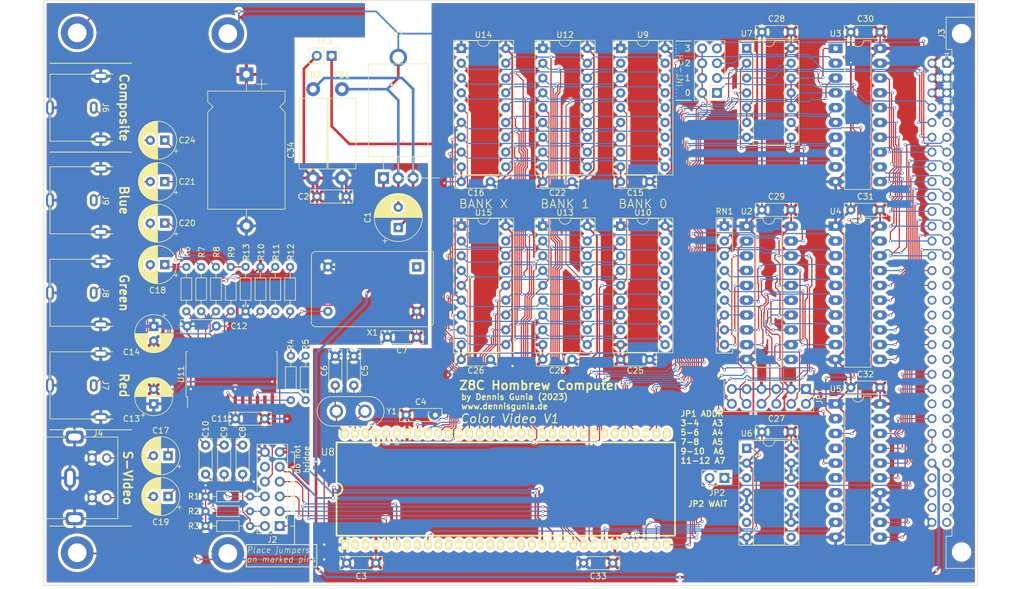
<source format=kicad_pcb>
(kicad_pcb (version 20221018) (generator pcbnew)
  (layers (0 "F.Cu" signal "Front") (1 "In1.Cu" signal) (2 "In2.Cu" signal) (31 "B.Cu" signal "Back") (34 "B.Paste" user) (35 "F.Paste" user) (36 "B.SilkS" user "B.Silkscreen") (37 "F.SilkS" user "F.Silkscreen") (38 "B.Mask" user) (39 "F.Mask" user) (44 "Edge.Cuts" user))
  (net 0 "")
  (net 1 "Net-(U1-OUT)")
  (net 2 "GND")
  (net 3 "+5VA")
  (net 4 "GNDA")
  (net 5 "+5V")
  (net 6 "Net-(U8-XTAL1)")
  (net 7 "Net-(U8-XTAL2)")
  (net 8 "Net-(J2-Pin_2)")
  (net 9 "Net-(U11-BIN)")
  (net 10 "Net-(J2-Pin_6)")
  (net 11 "Net-(U11-GIN)")
  (net 12 "Net-(C17-Pad1)")
  (net 13 "Net-(C17-Pad2)")
  (net 14 "Net-(C18-Pad1)")
  (net 15 "/VO_RED")
  (net 16 "Net-(C19-Pad1)")
  (net 17 "Net-(C19-Pad2)")
  (net 18 "Net-(C20-Pad1)")
  (net 19 "/VO_GREEN")
  (net 20 "Net-(C21-Pad1)")
  (net 21 "/VO_BLUE")
  (net 22 "Net-(C24-Pad1)")
  (net 23 "/VO_COM")
  (net 24 "-12V")
  (net 25 "+12V")
  (net 26 "/~{IRQ_OUT}")
  (net 27 "/~{IOREQ}")
  (net 28 "/~{MREQ}")
  (net 29 "/~{WR}")
  (net 30 "/~{RD}")
  (net 31 "/~{HALT}")
  (net 32 "/~{WAIT}")
  (net 33 "/~{M1}")
  (net 34 "/~{NMI}")
  (net 35 "/~{INT}")
  (net 36 "/CLK_CPU")
  (net 37 "/~{RESET}")
  (net 38 "/D7")
  (net 39 "/D6")
  (net 40 "/D5")
  (net 41 "/D4")
  (net 42 "/D3")
  (net 43 "/D2")
  (net 44 "/D1")
  (net 45 "/D0")
  (net 46 "/~{INT2}")
  (net 47 "/~{INT1}")
  (net 48 "/~{INT0}")
  (net 49 "/A23{slash}SDA")
  (net 50 "/A22{slash}SCL")
  (net 51 "/A21")
  (net 52 "/A20")
  (net 53 "/A19")
  (net 54 "/A18")
  (net 55 "/A17")
  (net 56 "/A16")
  (net 57 "/~{BUSACK}")
  (net 58 "/~{BUSREQ}")
  (net 59 "/A15")
  (net 60 "/A14")
  (net 61 "/A13")
  (net 62 "/A12")
  (net 63 "/A11")
  (net 64 "/A10")
  (net 65 "/A9")
  (net 66 "/A8")
  (net 67 "/A7")
  (net 68 "/A6")
  (net 69 "/A5")
  (net 70 "/A4")
  (net 71 "/A3")
  (net 72 "/A2")
  (net 73 "/A1")
  (net 74 "/A0")
  (net 75 "/~{INT3}")
  (net 76 "/MEMAQ")
  (net 77 "/RGB_B")
  (net 78 "/RGB_R")
  (net 79 "/RGB_G")
  (net 80 "Net-(J2-Pin_4)")
  (net 81 "Net-(U11-RIN)")
  (net 82 "Net-(J2-Pin_8)")
  (net 84 "Net-(RN1-R7)")
  (net 85 "Net-(J3-IEI)")
  (net 86 "Net-(JP2-Pad1)")
  (net 89 "Net-(JP1-Pin_2)")
  (net 90 "Net-(JP1-Pin_4)")
  (net 91 "Net-(JP1-Pin_6)")
  (net 92 "Net-(JP1-Pin_8)")
  (net 93 "Net-(JP1-Pin_10)")
  (net 94 "Net-(JP1-Pin_12)")
  (net 95 "Net-(X1-OUT)")
  (net 96 "Net-(U11-SCIN)")
  (net 97 "Net-(U11-SYNCIN)")
  (net 98 "Net-(U11-ROUT)")
  (net 99 "Net-(U11-GOUT)")
  (net 100 "Net-(U11-BOUT)")
  (net 101 "/~{#IOREQ}")
  (net 102 "/#A3")
  (net 103 "/#A4")
  (net 104 "/#A5")
  (net 105 "/#A6")
  (net 106 "/#A7")
  (net 107 "Net-(U11-CVOUT)")
  (net 108 "BUSDIR")
  (net 109 "/#D0")
  (net 110 "/#D1")
  (net 111 "/#D2")
  (net 112 "/#D3")
  (net 113 "/#D4")
  (net 114 "/#D5")
  (net 115 "/#D6")
  (net 116 "/#D7")
  (net 117 "/#A0")
  (net 118 "/#A1")
  (net 119 "/#A2")
  (net 120 "/~{#RD}")
  (net 121 "/~{#WR}")
  (net 122 "/#CLK_CPU")
  (net 123 "Net-(U11-YTRAP)")
  (net 124 "Net-(U11-YOUT)")
  (net 125 "/~{#M1}")
  (net 126 "/~{#RESET}")
  (net 127 "/~{VDP_WR}")
  (net 128 "/~{VDP_RD}")
  (net 129 "Net-(U7-Pad1)")
  (net 130 "/RD0")
  (net 131 "/RD1")
  (net 132 "/R{slash}W")
  (net 133 "/{slash}CAS0")
  (net 134 "/AD6")
  (net 135 "/AD5")
  (net 136 "/AD4")
  (net 137 "/AD7")
  (net 138 "/AD3")
  (net 139 "/AD2")
  (net 140 "/AD1")
  (net 141 "/AD0")
  (net 142 "/RD2")
  (net 143 "/{slash}RAS")
  (net 144 "/RD3")
  (net 145 "/RD4")
  (net 146 "/RD5")
  (net 147 "/RD6")
  (net 148 "/RD7")
  (net 149 "Net-(U11-COUT)")
  (net 150 "/{slash}CAS1")
  (net 151 "/{slash}CASX")
  (net 153 "/~{#WAIT}")
  (net 154 "/CSYNC")
  (net 155 "Net-(RN1-R8)")
  (net 156 "Net-(U2-P=R)")
  (net 158 "/HSYNC")
  (footprint "Connector_PinHeader_2.54mm:PinHeader_1x02_P2.54mm_Vertical" (layer "F.Cu") (at 182.88 134.62 -90)
    (fp_text reference "JP2")
    (fp_text value "JUMPER")
  )
  (footprint "Package_DIP:DIP-18_W7.62mm_Socket" (layer "F.Cu") (at 165.1 91.44)
    (fp_text reference "U10")
    (fp_text value "41464")
  )
  (footprint "Dennis:RCA_Reichelt" (layer "F.Cu") (at 67.31 102.87 -90)
    (fp_text reference "J8")
    (fp_text value "RGBOut_Green")
  )
  (footprint "Capacitor_THT:C_Rect_L7.0mm_W2.0mm_P5.00mm" (layer "F.Cu") (at 194.31 58.166 180)
    (fp_text reference "C28")
    (fp_text value "100nF")
  )
  (footprint "Capacitor_THT:C_Rect_L7.0mm_W2.0mm_P5.00mm" (layer "F.Cu") (at 209.55 119.126 180)
    (fp_text reference "C32")
    (fp_text value "100nF")
  )
  (footprint "Package_DIP:DIP-18_W7.62mm_Socket" (layer "F.Cu") (at 165.1 60.96)
    (fp_text reference "U9")
    (fp_text value "41464")
  )
  (footprint "Package_DIP:DIP-20_W7.62mm_LongPads" (layer "F.Cu") (at 186.675 91.445)
    (fp_text reference "U2")
    (fp_text value "74LS688")
  )
  (footprint "Capacitor_THT:C_Rect_L7.0mm_W2.0mm_P5.00mm" (layer "F.Cu") (at 209.55 88.646 180)
    (fp_text reference "C31")
    (fp_text value "100nF")
  )
  (footprint "Resistor_THT:R_Axial_DIN0204_L3.6mm_D1.6mm_P7.62mm_Horizontal" (layer "F.Cu") (at 93.98 137.795)
    (fp_text reference "R1")
    (fp_text value "470R")
  )
  (footprint "Capacitor_THT:C_Rect_L7.0mm_W2.0mm_P5.00mm" (layer "F.Cu") (at 194.31 88.646 180)
    (fp_text reference "C29")
    (fp_text value "100nF")
  )
  (footprint "Capacitor_THT:CP_Radial_D6.3mm_P2.50mm" (layer "F.Cu") (at 85.09 108.625 -90)
    (fp_text reference "C14")
    (fp_text value "47uF")
  )
  (footprint "Capacitor_THT:CP_Radial_D6.3mm_P2.50mm" (layer "F.Cu") (at 85.09 121.92 90)
    (fp_text reference "C13")
    (fp_text value "47uF")
  )
  (footprint "Resistor_THT:R_Axial_DIN0204_L3.6mm_D1.6mm_P7.62mm_Horizontal" (layer "F.Cu") (at 93.218 106.045 90)
    (fp_text reference "R7")
    (fp_text value "75")
  )
  (footprint "Package_SO:SOIC-24W_7.5x15.4mm_P1.27mm" (layer "F.Cu") (at 98.425 116.84 90)
    (fp_text reference "U11")
    (fp_text value "CXA2075M")
  )
  (footprint "Package_DIP:DIP-14_W7.62mm_Socket" (layer "F.Cu") (at 186.69 129.54)
    (fp_text reference "U6")
    (fp_text value "74HC125")
  )
  (footprint "Capacitor_THT:CP_Axial_L20.0mm_D13.0mm_P26.00mm_Horizontal" (layer "F.Cu") (at 100.965 65.405 -90)
    (fp_text reference "C34")
    (fp_text value "2200uF")
  )
  (footprint "" (layer "F.Cu") (at 97.79 147.574)
    (fp_text reference "")
    (fp_text value "")
  )
  (footprint "Dennis:SDIP64" (layer "F.Cu") (at 145.415 136.525)
    (fp_text reference "U8")
    (fp_text value "V9958" hide)
  )
  (footprint "Resistor_THT:R_Array_SIP9" (layer "F.Cu") (at 182.88 91.44 -90)
    (fp_text reference "RN1")
    (fp_text value "R_Network08")
  )
  (footprint "Capacitor_THT:C_Rect_L7.0mm_W2.0mm_P5.00mm" (layer "F.Cu") (at 95.805 108.585 180)
    (fp_text reference "C12")
    (fp_text value "100nF")
  )
  (footprint "Capacitor_THT:CP_Radial_D6.3mm_P2.50mm" (layer "F.Cu") (at 87.54238 137.795 180)
    (fp_text reference "C19")
    (fp_text value "220uF")
  )
  (footprint "Capacitor_THT:C_Rect_L7.0mm_W2.0mm_P5.00mm" (layer "F.Cu") (at 97.155 133.985 90)
    (fp_text reference "C9")
    (fp_text value "100nF")
  )
  (footprint "Dennis:RCA_Reichelt" (layer "F.Cu") (at 67.31 86.995 -90)
    (fp_text reference "J9")
    (fp_text value "RGBOut_Blue")
  )
  (footprint "Resistor_THT:R_Axial_DIN0204_L3.6mm_D1.6mm_P7.62mm_Horizontal" (layer "F.Cu") (at 95.758 106.045 90)
    (fp_text reference "R8")
    (fp_text value "75")
  )
  (footprint "Capacitor_THT:C_Rect_L7.0mm_W2.0mm_P5.00mm" (layer "F.Cu") (at 93.98 133.985 90)
    (fp_text reference "C10")
    (fp_text value "100nF")
  )
  (footprint "Capacitor_THT:C_Rect_L7.0mm_W2.0mm_P5.00mm" (layer "F.Cu") (at 165.1 114.3)
    (fp_text reference "C25")
    (fp_text value "100nF")
  )
  (footprint "Resistor_THT:R_Axial_DIN0204_L3.6mm_D1.6mm_P7.62mm_Horizontal" (layer "F.Cu") (at 108.458 106.045 90)
    (fp_text reference "R12")
    (fp_text value "75")
  )
  (footprint "Crystal:Crystal_HC50_Vertical" (layer "F.Cu") (at 121.285 123.19 180)
    (fp_text reference "Y1")
    (fp_text value "21.477MHz")
  )
  (footprint "Resistor_THT:R_Axial_DIN0204_L3.6mm_D1.6mm_P7.62mm_Horizontal" (layer "F.Cu") (at 93.98 140.335)
    (fp_text reference "R2")
    (fp_text value "470R")
  )
  (footprint "Capacitor_THT:CP_Radial_D6.3mm_P2.50mm" (layer "F.Cu") (at 86.995 76.708 180)
    (fp_text reference "C24")
    (fp_text value "220uF")
  )
  (footprint "Capacitor_THT:CP_Radial_D6.3mm_P2.50mm" (layer "F.Cu") (at 86.995 98.044 180)
    (fp_text reference "C18")
    (fp_text value "220uF")
  )
  (footprint "Resistor_THT:R_Axial_DIN0204_L3.6mm_D1.6mm_P7.62mm_Horizontal" (layer "F.Cu") (at 103.378 106.045 90)
    (fp_text reference "R10")
    (fp_text value "2k61")
  )
  (footprint "Capacitor_THT:C_Rect_L7.0mm_W2.0mm_P5.00mm" (layer "F.Cu") (at 113.07 86.36)
    (fp_text reference "C2")
    (fp_text value "100nF")
  )
  (footprint "Package_DIP:DIP-20_W7.62mm_LongPads" (layer "F.Cu") (at 201.93 60.96)
    (fp_text reference "U3")
    (fp_text value "74HC245")
  )
  (footprint "Capacitor_THT:C_Rect_L7.0mm_W2.0mm_P5.00mm" (layer "F.Cu") (at 104.1 124.46 180)
    (fp_text reference "C11")
    (fp_text value "100nF")
  )
  (footprint "Capacitor_THT:C_Rect_L7.0mm_W2.0mm_P5.00mm" (layer "F.Cu") (at 116.205 113.745 -90)
    (fp_text reference "C6")
    (fp_text value "22pF")
  )
  (footprint "Resistor_THT:R_Axial_DIN0204_L3.6mm_D1.6mm_P7.62mm_Horizontal" (layer "F.Cu") (at 98.298 106.045 90)
    (fp_text reference "R9")
    (fp_text value "43")
  )
  (footprint "Package_DIP:DIP-20_W7.62mm_LongPads" (layer "F.Cu") (at 201.915 91.44)
    (fp_text reference "U4")
    (fp_text value "74HC245")
  )
  (footprint "Capacitor_THT:C_Rect_L7.0mm_W2.0mm_P5.00mm" (layer "F.Cu") (at 151.765 83.82)
    (fp_text reference "C22")
    (fp_text value "100nF")
  )
  (footprint "Resistor_THT:R_Axial_DIN0414_L11.9mm_D4.5mm_P15.24mm_Horizontal" (layer "F.Cu") (at 112.395 67.945 -90)
    (fp_text reference "FB2")
    (fp_text value "FerriteBead")
  )
  (footprint "Resistor_THT:R_Axial_DIN0204_L3.6mm_D1.6mm_P7.62mm_Horizontal" (layer "F.Cu") (at 105.918 106.045 90)
    (fp_text reference "R11")
    (fp_text value "75")
  )
  (footprint "Package_DIP:DIP-18_W7.62mm_Socket" (layer "F.Cu") (at 151.765 91.44)
    (fp_text reference "U13")
    (fp_text value "41464")
  )
  (footprint "Capacitor_THT:C_Rect_L7.0mm_W2.0mm_P5.00mm" (layer "F.Cu") (at 194.31 126.746 180)
    (fp_text reference "C27")
    (fp_text value "100nF")
  )
  (footprint "Package_DIP:DIP-18_W7.62mm_Socket" (layer "F.Cu") (at 137.795 91.44)
    (fp_text reference "U15")
    (fp_text value "41464")
  )
  (footprint "Package_TO_SOT_THT:TO-220-3_Horizontal_TabDown" (layer "F.Cu") (at 124.46 83.185)
    (fp_text reference "U1")
    (fp_text value "L7805")
  )
  (footprint "Package_DIP:DIP-14_W7.62mm_Socket" (layer "F.Cu") (at 186.69 60.96)
    (fp_text reference "U7")
    (fp_text value "74HC02")
  )
  (footprint "Capacitor_THT:CP_Radial_D8.0mm_P3.50mm" (layer "F.Cu") (at 127 91.695651 90)
    (fp_text reference "C1")
    (fp_text value "470uF")
  )
  (footprint "Capacitor_THT:C_Rect_L7.0mm_W2.0mm_P5.00mm" (layer "F.Cu") (at 123.15 149.225 180)
    (fp_text reference "C3")
    (fp_text value "100nF")
  )
  (footprint "Dennis:MINIDIN4_SVIDEO" (layer "F.Cu") (at 80.645 134.62 90)
    (fp_text reference "J4")
    (fp_text value "S-VIDEO Out")
  )
  (footprint "Resistor_THT:R_Axial_DIN0204_L3.6mm_D1.6mm_P7.62mm_Horizontal" (layer "F.Cu") (at 93.98 142.875)
    (fp_text reference "R3")
    (fp_text value "470R")
  )
  (footprint "Capacitor_THT:C_Rect_L7.0mm_W2.0mm_P5.00mm" (layer "F.Cu") (at 137.795 83.82)
    (fp_text reference "C16")
    (fp_text value "100nF")
  )
  (footprint "Connector_PinHeader_2.54mm:PinHeader_1x02_P2.54mm_Vertical" (layer "F.Cu") (at 115.575 62.23 -90)
    (fp_text reference "JP3")
    (fp_text value "JUMPER")
  )
  (footprint "Resistor_THT:R_Axial_DIN0204_L3.6mm_D1.6mm_P7.62mm_Horizontal" (layer "F.Cu") (at 100.838 106.045 90)
    (fp_text reference "R13")
    (fp_text value "240")
  )
  (footprint "Resistor_THT:R_Axial_DIN0414_L11.9mm_D4.5mm_P15.24mm_Horizontal" (layer "F.Cu") (at 117.348 67.945 -90)
    (fp_text reference "FB1")
    (fp_text value "FerriteBead")
  )
  (footprint "Dennis:RCA_Reichelt" (layer "F.Cu") (at 67.31 118.745 -90)
    (fp_text reference "J7")
    (fp_text value "RGBOut_Red")
  )
  (footprint "Package_DIP:DIP-18_W7.62mm_Socket" (layer "F.Cu") (at 151.765 60.96)
    (fp_text reference "U12")
    (fp_text value "41464")
  )
  (footprint "Capacitor_THT:C_Rect_L7.0mm_W2.0mm_P5.00mm" (layer "F.Cu") (at 165.1 83.82)
    (fp_text reference "C15")
    (fp_text value "100nF")
  )
  (footprint "Capacitor_THT:CP_Radial_D6.3mm_P2.50mm" (layer "F.Cu") (at 86.995 90.932 180)
    (fp_text reference "C20")
    (fp_text value "220uF")
  )
  (footprint "Capacitor_THT:C_Rect_L7.0mm_W2.0mm_P5.00mm" (layer "F.Cu") (at 119.38 118.745 90)
    (fp_text reference "C5")
    (fp_text value "22pF")
  )
  (footprint "Resistor_THT:R_Axial_DIN0204_L3.6mm_D1.6mm_P7.62mm_Horizontal" (layer "F.Cu") (at 108.585 113.665 -90)
    (fp_text reference "R4")
    (fp_text value "2k2")
  )
  (footprint "Resistor_THT:R_Axial_DIN0204_L3.6mm_D1.6mm_P7.62mm_Horizontal" (layer "F.Cu") (at 111.125 113.665 -90)
    (fp_text reference "R5")
    (fp_text value "2k2")
  )
  (footprint "Package_DIP:DIP-20_W7.62mm_LongPads" (layer "F.Cu") (at 201.93 121.92)
    (fp_text reference "U5")
    (fp_text value "74HC245")
  )
  (footprint "Capacitor_THT:CP_Radial_D6.3mm_P2.50mm" (layer "F.Cu") (at 87.54238 130.81 180)
    (fp_text reference "C17")
    (fp_text value "220uF")
  )
  (footprint "Dennis:Z8C Card" (layer "F.Cu") (at 222.47 102.87)
    (fp_text reference "J3")
    (fp_text value "Z8C_Card")
    (fp_line (start -156.21 -50.165) (end -156.21 50.165) (stroke (width 0.1)) (layer "Edge.Cuts"))
    (fp_line (start -156.21 50.165) (end 3.81 50.165) (stroke (width 0.1)) (layer "Edge.Cuts"))
    (fp_line (start 3.81 -50.165) (end -156.21 -50.165) (stroke (width 0.1)) (layer "Edge.Cuts"))
    (fp_line (start 3.81 50.165) (end 3.81 -50.165) (stroke (width 0.1)) (layer "Edge.Cuts"))
  )
  (footprint "Connector_PinHeader_2.54mm:PinHeader_2x06_P2.54mm_Vertical" (layer "F.Cu") (at 106.68 142.875 180)
    (fp_text reference "J2")
    (fp_text value "Conn_02x05_Counter_Clockwise")
  )
  (footprint "" (layer "F.Cu") (at 97.79 58.42)
    (fp_text reference "")
    (fp_text value "")
  )
  (footprint "Capacitor_THT:C_Rect_L7.0mm_W2.0mm_P5.00mm" (layer "F.Cu") (at 137.795 114.3)
    (fp_text reference "C26")
    (fp_text value "100nF")
  )
  (footprint "Capacitor_THT:C_Rect_L7.0mm_W2.0mm_P5.00mm" (layer "F.Cu") (at 151.765 114.3)
    (fp_text reference "C23")
    (fp_text value "100nF")
  )
  (footprint "Oscillator:Oscillator_DIP-14" (layer "F.Cu") (at 130.175 98.425 180)
    (fp_text reference "X1")
    (fp_text value "ACO-xxxMHz")
  )
  (footprint "Capacitor_THT:C_Rect_L7.0mm_W2.0mm_P5.00mm" (layer "F.Cu") (at 100.33 133.985 90)
    (fp_text reference "C8")
    (fp_text value "100nF")
  )
  (footprint "Resistor_THT:R_Axial_DIN0204_L3.6mm_D1.6mm_P7.62mm_Horizontal" (layer "F.Cu") (at 90.678 106.045 90)
    (fp_text reference "R6")
    (fp_text value "75")
  )
  (footprint "Capacitor_THT:C_Rect_L7.0mm_W2.0mm_P5.00mm" (layer "F.Cu") (at 209.55 58.166 180)
    (fp_text reference "C30")
    (fp_text value "100nF")
  )
  (footprint "Capacitor_THT:C_Rect_L7.0mm_W2.0mm_P5.00mm" (layer "F.Cu") (at 128.35 123.825)
    (fp_text reference "C4")
    (fp_text value "100nF")
  )
  (footprint "Dennis:RCA_Reichelt" (layer "F.Cu") (at 67.31 71.12 -90)
    (fp_text reference "J6")
    (fp_text value "Composite Out")
  )
  (footprint "Capacitor_THT:C_Rect_L7.0mm_W2.0mm_P5.00mm" (layer "F.Cu") (at 163.75 149.225 180)
    (fp_text reference "C33")
    (fp_text value "100nF")
  )
  (footprint "Package_DIP:DIP-18_W7.62mm_Socket" (layer "F.Cu") (at 137.795 60.96)
    (fp_text reference "U14")
    (fp_text value "41464")
  )
  (footprint "Connector_PinHeader_2.54mm:PinHeader_2x04_P2.54mm_Vertical" (layer "F.Cu") (at 181.61 68.58 180)
    (fp_text reference "J1")
    (fp_text value "Conn_02x04_Odd_Even")
  )
  (footprint "Capacitor_THT:C_Rect_L7.0mm_W2.0mm_P5.00mm" (layer "F.Cu") (at 130.135 110.49 180)
    (fp_text reference "C7")
    (fp_text value "100nF")
  )
  (footprint "Connector_PinHeader_2.54mm:PinHeader_2x06_P2.54mm_Vertical" (layer "F.Cu") (at 196.85 119.375 -90)
    (fp_text reference "JP1")
    (fp_text value "Conn_02x06_Odd_Even")
  )
  (footprint "Capacitor_THT:CP_Radial_D6.3mm_P2.50mm" (layer "F.Cu") (at 86.995 83.82 180)
    (fp_text reference "C21")
    (fp_text value "220uF")
  )
  (gr_line (start 108.585 140.335) (end 109.22 140.335) (stroke (width 0.15)) (layer "F.SilkS"))
  (gr_line (start 113.03 146.05) (end 109.22 146.05) (stroke (width 0.15)) (layer "F.SilkS"))
  (gr_line (start 177.165 69.85) (end 174.625 69.85) (stroke (width 0.15)) (layer "F.SilkS"))
  (gr_line (start 108.585 130.175) (end 109.22 130.175) (stroke (width 0.15)) (layer "F.SilkS"))
  (gr_line (start 113.03 149.86) (end 113.03 146.05) (stroke (width 0.15)) (layer "F.SilkS"))
  (gr_line (start 100.965 149.86) (end 113.03 149.86) (stroke (width 0.15)) (layer "F.SilkS"))
  (gr_line (start 67.31 78.74) (end 81.28 78.74) (stroke (width 0.15)) (layer "F.SilkS"))
  (gr_line (start 109.22 142.875) (end 109.22 146.05) (stroke (width 0.15)) (layer "F.SilkS"))
  (gr_line (start 109.22 140.335) (end 109.22 137.795) (stroke (width 0.15)) (layer "F.SilkS"))
  (gr_line (start 67.31 63.5) (end 81.28 63.5) (stroke (width 0.15)) (layer "F.SilkS"))
  (gr_line (start 109.22 137.795) (end 108.585 137.795) (stroke (width 0.15)) (layer "F.SilkS"))
  (gr_line (start 177.165 59.69) (end 174.625 59.69) (stroke (width 0.15)) (layer "F.SilkS"))
  (gr_line (start 109.22 140.335) (end 108.585 140.335) (stroke (width 0.15)) (layer "F.SilkS"))
  (gr_line (start 109.22 137.795) (end 109.22 135.255) (stroke (width 0.15)) (layer "F.SilkS"))
  (gr_line (start 67.31 126.365) (end 81.28 126.365) (stroke (width 0.15)) (layer "F.SilkS"))
  (gr_line (start 174.625 69.85) (end 174.625 59.69) (stroke (width 0.15) (type dot)) (layer "F.SilkS"))
  (gr_line (start 108.585 142.875) (end 109.22 142.875) (stroke (width 0.15)) (layer "F.SilkS"))
  (gr_line (start 100.965 146.05) (end 100.965 149.86) (stroke (width 0.15)) (layer "F.SilkS"))
  (gr_line (start 108.585 137.795) (end 109.22 137.795) (stroke (width 0.15)) (layer "F.SilkS"))
  (gr_line (start 109.22 132.715) (end 108.585 132.715) (stroke (width 0.15)) (layer "F.SilkS"))
  (gr_line (start 109.22 130.175) (end 109.22 132.715) (stroke (width 0.15)) (layer "F.SilkS"))
  (gr_line (start 109.22 135.255) (end 108.585 135.255) (stroke (width 0.15)) (layer "F.SilkS"))
  (gr_line (start 109.22 146.05) (end 100.965 146.05) (stroke (width 0.15)) (layer "F.SilkS"))
  (gr_line (start 109.22 142.875) (end 109.22 140.335) (stroke (width 0.15)) (layer "F.SilkS"))
  (gr_line (start 67.31 142.875) (end 81.28 142.875) (stroke (width 0.15)) (layer "F.SilkS"))
  (gr_text "Blue" (at 80.01 86.995 270) (layer "F.SilkS") (effects (font (size 1.5 1.5) (thickness 0.3))))
  (gr_text "1" (at 177.165 66.04) (layer "F.SilkS") (effects (font (size 1 1)) (justify right)))
  (gr_text "BANK 0" (at 168.91 87.63) (layer "F.SilkS") (effects (font (size 1.5 1.5))))
  (gr_text "2" (at 177.165 63.5) (layer "F.SilkS") (effects (font (size 1 1)) (justify right)))
  (gr_text "do not\nbridge" (at 110.49 131.445 90) (layer "F.SilkS") (effects (font (size 1 1))))
  (gr_text "Composite" (at 80.01 71.12 270) (layer "F.SilkS") (effects (font (size 1.5 1.5) (thickness 0.3))))
  (gr_text "Z8C Hombrew Computer" (at 151.13 118.745) (layer "F.SilkS") (effects (font (size 1.5 1.5) (thickness 0.3))))
  (gr_text "by Dennis Gunia (2023)\nwww.dennisgunia.de" (at 137.668 121.539) (layer "F.SilkS") (effects (font (size 1 1) (thickness 0.2)) (justify left)))
  (gr_text "Place jumpers\non marked pins\n\n" (at 100.965 148.59) (layer "F.SilkS") (effects (font (size 1 1) (thickness 0.1) italic) (justify left)))
  (gr_text "BANK 1" (at 155.575 87.63) (layer "F.SilkS") (effects (font (size 1.5 1.5))))
  (gr_text "0" (at 177.165 68.58) (layer "F.SilkS") (effects (font (size 1 1)) (justify right)))
  (gr_text "BANK X" (at 141.605 87.63) (layer "F.SilkS") (effects (font (size 1.5 1.5))))
  (gr_text "INT-CH" (at 175.895 64.77 90) (layer "F.SilkS") (effects (font (size 1 1) (thickness 0.1)) (justify bottom)))
  (gr_text "Color Video V1" (at 146.05 124.46) (layer "F.SilkS") (effects (font (size 1.5 1.5) (thickness 0.2) italic)))
  (gr_text "JP2 WAIT" (at 176.53 139.065) (layer "F.SilkS") (effects (font (size 1 1) (thickness 0.2)) (justify left)))
  (gr_text "Red" (at 80.01 118.745 270) (layer "F.SilkS") (effects (font (size 1.5 1.5) (thickness 0.3))))
  (gr_text "S-Video" (at 80.645 134.62 270) (layer "F.SilkS") (effects (font (size 1.5 1.5) (thickness 0.3))))
  (gr_text "Green" (at 80.01 102.87 270) (layer "F.SilkS") (effects (font (size 1.5 1.5) (thickness 0.3))))
  (gr_text "3" (at 177.165 60.96) (layer "F.SilkS") (effects (font (size 1 1)) (justify right)))
  (gr_text "JP1 ADDR\n3-4   A3\n5-6   A4\n7-8   A5\n9-10  A6\n11-12 A7\n" (at 175.26 127.635) (layer "F.SilkS") (effects (font (size 1 1) (thickness 0.2)) (justify left)))
  (segment (start 129.54 89.155651) (end 127 91.695651) (width 0.45) (layer "F.Cu") (net 1))
  (segment (start 129.54 83.185) (end 129.54 89.155651) (width 0.45) (layer "F.Cu") (net 1))
  (segment (start 112.395 67.945) (end 114.3 66.04) (width 0.45) (layer "B.Cu") (net 1))
  (segment (start 127.635 66.04) (end 129.54 67.945) (width 0.45) (layer "B.Cu") (net 1))
  (segment (start 114.3 66.04) (end 127.635 66.04) (width 0.45) (layer "B.Cu") (net 1))
  (segment (start 129.54 67.945) (end 129.54 83.185) (width 0.45) (layer "B.Cu") (net 1))
  (segment (start 146.573303 115.427697) (end 146.573303 111.342731) (width 0.3) (layer "F.Cu") (net 2))
  (segment (start 117.825 146.0754) (end 117.825 148.9) (width 0.2) (layer "F.Cu") (net 2))
  (segment (start 203.43192 143.27808) (end 203.43192 123.42192) (width 0.3) (layer "F.Cu") (net 2))
  (segment (start 186.675 91.281) (end 186.675 91.445) (width 0.3) (layer "F.Cu") (net 2))
  (segment (start 189.31 58.166) (end 189.31 76.28) (width 0.3) (layer "F.Cu") (net 2))
  (segment (start 174.0956 113.1784) (end 172.948214 114.325786) (width 0.3) (layer "F.Cu") (net 2))
  (segment (start 201.915 114.3) (end 203.41692 112.79808) (width 0.3) (layer "F.Cu") (net 2))
  (segment (start 146.515 92.625911) (end 145.354875 91.465786) (width 0.3) (layer "F.Cu") (net 2))
  (segment (start 171.738339 83.82) (end 173.821911 81.736428) (width 0.3) (layer "F.Cu") (net 2))
  (segment (start 146.573303 111.342731) (end 146.456786 111.226214) (width 0.3) (layer "F.Cu") (net 2))
  (segment (start 156.765 83.82) (end 158.403339 83.82) (width 0.3) (layer "F.Cu") (net 2))
  (segment (start 204.55 116.935) (end 201.915 114.3) (width 0.3) (layer "F.Cu") (net 2))
  (segment (start 173.821911 81.736428) (end 173.821911 62.061911) (width 0.3) (layer "F.Cu") (net 2))
  (segment (start 204.55 81.2) (end 204.55 63.373) (width 0.3) (layer "F.Cu") (net 2))
  (segment (start 161.07068 104.08271) (end 161.07068 113.157) (width 0.3) (layer "F.Cu") (net 2))
  (segment (start 161.036 104.04803) (end 161.07068 104.08271) (width 0.3) (layer "F.Cu") (net 2))
  (segment (start 204.55 63.373) (end 204.55 58.166) (width 0.3) (layer "F.Cu") (net 2))
  (segment (start 144.433339 83.82) (end 146.516911 81.736428) (width 0.3) (layer "F.Cu") (net 2))
  (segment (start 172.948214 114.325786) (end 170.039875 114.325786) (width 0.3) (layer "F.Cu") (net 2))
  (segment (start 187.841911 125.277911) (end 189.31 126.746) (width 0.3) (layer "F.Cu") (net 2))
  (segment (start 146.515 110.431786) (end 146.515 92.625911) (width 0.3) (layer "F.Cu") (net 2))
  (segment (start 75.311 54.61) (end 78.105 54.61) (width 0.3) (layer "F.Cu") (net 2))
  (segment (start 161.07068 113.157) (end 159.92768 114.3) (width 0.3) (layer "F.Cu") (net 2))
  (segment (start 125.857 67.183) (end 127 66.04) (width 0.45) (layer "F.Cu") (net 2))
  (segment (start 203.41692 112.79808) (end 203.41692 92.94192) (width 0.3) (layer "F.Cu") (net 2))
  (segment (start 189.31 129.46) (end 186.69 132.08) (width 0.3) (layer "F.Cu") (net 2))
  (segment (start 160.231045 92.371955) (end 159.324875 91.465786) (width 0.3) (layer "F.Cu") (net 2))
  (segment (start 170.1 83.82) (end 171.738339 83.82) (width 0.3) (layer "F.Cu") (net 2))
  (segment (start 189.23 76.2) (end 189.31 76.28) (width 0.3) (layer "F.Cu") (net 2))
  (segment (start 146.516911 62.061911) (end 145.415 60.96) (width 0.3) (layer "F.Cu") (net 2))
  (segment (start 158.403339 83.82) (end 160.528 81.695339) (width 0.3) (layer "F.Cu") (net 2))
  (segment (start 203.41692 92.94192) (end 201.915 91.44) (width 0.3) (layer "F.Cu") (net 2))
  (segment (start 172.659875 91.465786) (end 174.0956 92.90151) (width 0.3) (layer "F.Cu") (net 2))
  (segment (start 146.516911 81.736428) (end 146.516911 62.061911) (width 0.3) (layer "F.Cu") (net 2))
  (segment (start 201.93 144.78) (end 203.43192 143.27808) (width 0.3) (layer "F.Cu") (net 2))
  (segment (start 78.105 54.61) (end 99.695 54.61) (width 0.3) (layer "F.Cu") (net 2))
  (segment (start 173.821911 62.061911) (end 172.72 60.96) (width 0.3) (layer "F.Cu") (net 2))
  (segment (start 127 66.04) (end 127 62.525) (width 0.45) (layer "F.Cu") (net 2))
  (segment (start 201.93 83.82) (end 204.55 81.2) (width 0.3) (layer "F.Cu") (net 2))
  (segment (start 204.55 88.646) (end 204.55 86.44) (width 0.3) (layer "F.Cu") (net 2))
  (segment (start 91.694 147.574) (end 92.71 148.59) (width 0.3) (layer "F.Cu") (net 2))
  (segment (start 127 83.185) (end 127 88.195651) (width 0.45) (layer "F.Cu") (net 2))
  (segment (start 189.31 88.646) (end 186.675 91.281) (width 0.3) (layer "F.Cu") (net 2))
  (segment (start 160.528 62.103) (end 159.385 60.96) (width 0.3) (layer "F.Cu") (net 2))
  (segment (start 71.501 147.574) (end 91.694 147.574) (width 0.3) (layer "F.Cu") (net 2))
  (segment (start 146.456786 110.49) (end 146.515 110.431786) (width 0.3) (layer "F.Cu") (net 2))
  (segment (start 201.93 121.92) (end 201.93 121.746) (width 0.3) (layer "F.Cu") (net 2))
  (segment (start 204.55 86.44) (end 201.93 83.82) (width 0.3) (layer "F.Cu") (net 2))
  (segment (start 174.0956 92.90151) (end 174.0956 113.1784) (width 0.3) (layer "F.Cu") (net 2))
  (segment (start 186.69 144.78) (end 187.791911 143.678089) (width 0.3) (layer "F.Cu") (net 2))
  (segment (start 187.841911 115.471911) (end 187.841911 125.277911) (width 0.3) (layer "F.Cu") (net 2))
  (segment (start 186.675 114.305) (end 187.841911 115.471911) (width 0.3) (layer "F.Cu") (net 2))
  (segment (start 189.31 126.746) (end 189.31 129.46) (width 0.3) (layer "F.Cu") (net 2))
  (segment (start 188.17692 92.94692) (end 188.17692 112.80308) (width 0.3) (layer "F.Cu") (net 2))
  (segment (start 201.915 91.44) (end 201.915 91.281) (width 0.3) (layer "F.Cu") (net 2))
  (segment (start 160.528 81.695339) (end 160.528 62.103) (width 0.3) (layer "F.Cu") (net 2))
  (segment (start 187.791911 133.181911) (end 186.69 132.08) (width 0.3) (layer "F.Cu") (net 2))
  (segment (start 201.93 121.746) (end 204.55 119.126) (width 0.3) (layer "F.Cu") (net 2))
  (segment (start 114.3 148.59) (end 114.3 146.05) (width 0.3) (layer "F.Cu") (net 2))
  (segment (start 186.69 76.2) (end 189.23 76.2) (width 0.3) (layer "F.Cu") (net 2))
  (segment (start 142.795 83.82) (end 144.433339 83.82) (width 0.3) (layer "F.Cu") (net 2))
  (segment (start 146.456786 111.226214) (end 146.456786 110.49) (width 0.3) (layer "F.Cu") (net 2))
  (segment (start 160.231045 92.371955) (end 161.036 93.17691) (width 0.3) (layer "F.Cu") (net 2))
  (segment (start 159.92768 114.3) (end 156.765 114.3) (width 0.3) (layer "F.Cu") (net 2))
  (segment (start 71.501 58.42) (end 75.311 54.61) (width 0.3) (layer "F.Cu") (net 2))
  (segment (start 161.036 93.17691) (end 161.036 104.04803) (width 0.3) (layer "F.Cu") (net 2))
  (segment (start 204.55 119.126) (end 204.55 116.935) (width 0.3) (layer "F.Cu") (net 2))
  (segment (start 117.825 148.9) (end 118.15 149.225) (width 0.2) (layer "F.Cu") (net 2))
  (segment (start 189.31 76.28) (end 189.31 88.646) (width 0.3) (layer "F.Cu") (net 2))
  (segment (start 188.17692 112.80308) (end 186.675 114.305) (width 0.3) (layer "F.Cu") (net 2))
  (segment (start 114.3 146.05) (end 114.3 133.35) (width 0.2) (layer "F.Cu") (net 2))
  (segment (start 186.675 91.445) (end 188.17692 92.94692) (width 0.3) (layer "F.Cu") (net 2))
  (segment (start 201.915 91.281) (end 204.55 88.646) (width 0.3) (layer "F.Cu") (net 2))
  (segment (start 187.791911 143.678089) (end 187.791911 133.181911) (width 0.3) (layer "F.Cu") (net 2))
  (segment (start 203.43192 123.42192) (end 201.93 121.92) (width 0.3) (layer "F.Cu") (net 2))
  (via (at 146.573303 115.427697) (size 0.6) (drill 0.4) (layers "F.Cu" "B.Cu") (net 2))
  (via (at 125.857 67.183) (size 0.6) (drill 0.4) (layers "F.Cu" "B.Cu") (net 2))
  (via (at 114.3 148.59) (size 0.6) (drill 0.4) (layers "F.Cu" "B.Cu") (net 2))
  (via (at 204.55 63.373) (size 0.7) (drill 0.3) (layers "F.Cu" "B.Cu") (net 2))
  (via (at 114.3 133.35) (size 0.6) (drill 0.4) (layers "F.Cu" "B.Cu") (net 2))
  (via (at 99.695 54.61) (size 0.6) (drill 0.4) (layers "F.Cu" "B.Cu") (net 2))
  (via (at 114.3 146.05) (size 0.6) (drill 0.4) (layers "F.Cu" "B.Cu") (net 2))
  (via (at 92.71 148.59) (size 0.6) (drill 0.4) (layers "F.Cu" "B.Cu") (net 2))
  (segment (start 127 69.85) (end 127 83.185) (width 0.45) (layer "B.Cu") (net 2))
  (segment (start 99.695 54.61) (end 123.19 54.61) (width 0.3) (layer "B.Cu") (net 2))
  (segment (start 118.11 67.945) (end 125.095 67.945) (width 0.45) (layer "B.Cu") (net 2))
  (segment (start 133.223 58.42) (end 133.604 58.039) (width 0.3) (layer "B.Cu") (net 2))
  (segment (start 155.602964 115.427697) (end 156.704875 114.325786) (width 0.3) (layer "B.Cu") (net 2))
  (segment (start 157.806786 115.427697) (end 168.937964 115.427697) (width 0.3) (layer "B.Cu") (net 2))
  (segment (start 125.095 67.945) (end 127 69.85) (width 0.45) (layer "B.Cu") (net 2))
  (segment (start 123.19 54.61) (end 127 58.42) (width 0.3) (layer "B.Cu") (net 2))
  (segment (start 139.366 117.729) (end 133.604 117.729) (width 0.3) (layer "B.Cu") (net 2))
  (segment (start 133.604 123.288146) (end 133.208573 123.683573) (width 2) (layer "B.Cu") (net 2))
  (segment (start 116.205 113.745) (end 119.38 113.745) (width 0.2) (layer "B.Cu") (net 2))
  (segment (start 92.71 148.59) (end 97.663 148.59) (width 0.3) (layer "B.Cu") (net 2))
  (segment (start 204.677 63.5) (end 204.55 63.373) (width 0.15) (layer "B.Cu") (net 2))
  (segment (start 114.3 115.65) (end 116.205 113.745) (width 0.2) (layer "B.Cu") (net 2))
  (segment (start 97.79 147.574) (end 97.79 148.463) (width 0.3) (layer "B.Cu") (net 2))
  (segment (start 155.663089 84.921911) (end 156.765 83.82) (width 0.3) (layer "B.Cu") (net 2))
  (segment (start 134.366 60.96) (end 133.604 61.722) (width 0.3) (layer "B.Cu") (net 2))
  (segment (start 114.3 133.35) (end 114.3 115.65) (width 0.2) (layer "B.Cu") (net 2))
  (segment (start 157.866911 84.921911) (end 168.998089 84.921911) (width 0.3) (layer "B.Cu") (net 2))
  (segment (start 142.795 83.82) (end 143.896911 84.921911) (width 0.3) (layer "B.Cu") (net 2))
  (segment (start 137.795 60.96) (end 172.72 60.96) (width 0.3) (layer "B.Cu") (net 2))
  (segment (start 125.095 67.945) (end 125.857 67.183) (width 0.45) (layer "B.Cu") (net 2))
  (segment (start 114.3254 146.0754) (end 114.3 146.05) (width 0.2) (layer "B.Cu") (net 2))
  (segment (start 137.795 60.96) (end 134.366 60.96) (width 0.3) (layer "B.Cu") (net 2))
  (segment (start 146.573303 115.427697) (end 155.602964 115.427697) (width 0.3) (layer "B.Cu") (net 2))
  (segment (start 186.67 91.44) (end 186.675 91.445) (width 0.3) (layer "B.Cu") (net 2))
  (segment (start 168.998089 84.921911) (end 170.1 83.82) (width 0.3) (layer "B.Cu") (net 2))
  (segment (start 117.825 146.0754) (end 114.3254 146.0754) (width 0.2) (layer "B.Cu") (net 2))
  (segment (start 142.795 114.3) (end 139.366 117.729) (width 0.3) (layer "B.Cu") (net 2))
  (segment (start 156.704875 114.325786) (end 157.806786 115.427697) (width 0.3) (layer "B.Cu") (net 2))
  (segment (start 127 62.525) (end 127 58.42) (width 0.3) (layer "B.Cu") (net 2))
  (segment (start 119.38 113.745) (end 133.524 113.745) (width 0.2) (layer "B.Cu") (net 2))
  (segment (start 137.734875 91.465786) (end 172.659875 91.465786) (width 0.3) (layer "B.Cu") (net 2))
  (segment (start 182.88 91.44) (end 186.67 91.44) (width 0.3) (layer "B.Cu") (net 2))
  (segment (start 168.937964 115.427697) (end 170.039875 114.325786) (width 0.3) (layer "B.Cu") (net 2))
  (segment (start 97.79 148.463) (end 97.663 148.59) (width 0.3) (layer "B.Cu") (net 2))
  (segment (start 99.695 56.515) (end 99.695 54.61) (width 0.3) (layer "B.Cu") (net 2))
  (segment (start 156.765 83.82) (end 157.866911 84.921911) (width 0.3) (layer "B.Cu") (net 2))
  (segment (start 133.524 113.745) (end 133.604 113.665) (width 0.2) (layer "B.Cu") (net 2))
  (segment (start 97.79 58.42) (end 99.695 56.515) (width 0.3) (layer "B.Cu") (net 2))
  (segment (start 142.734875 114.325786) (end 143.836786 115.427697) (width 0.3) (layer "B.Cu") (net 2))
  (segment (start 143.836786 115.427697) (end 146.573303 115.427697) (width 0.3) (layer "B.Cu") (net 2))
  (segment (start 143.896911 84.921911) (end 155.663089 84.921911) (width 0.3) (layer "B.Cu") (net 2))
  (segment (start 97.663 148.59) (end 114.3 148.59) (width 0.3) (layer "B.Cu") (net 2))
  (segment (start 209.55 63.5) (end 204.677 63.5) (width 0.15) (layer "B.Cu") (net 2))
  (segment (start 127 58.42) (end 133.223 58.42) (width 0.3) (layer "B.Cu") (net 2))
  (segment (start 150.94692 138.43) (end 151.13 138.24692) (width 0.3) (layer "F.Cu") (net 3))
  (segment (start 113.07 86.36) (end 113.07 99.02) (width 0.45) (layer "F.Cu") (net 3))
  (segment (start 110.818089 64.446911) (end 110.818089 81.608089) (width 0.45) (layer "F.Cu") (net 3))
  (segment (start 105.41 123.15) (end 105.41 121.49) (width 0.3) (layer "F.Cu") (net 3))
  (segment (start 108.966 132.588) (end 108.966 132.842) (width 0.3) (layer "F.Cu") (net 3))
  (segment (start 107.315 129.54) (end 107.95 129.54) (width 0.3) (layer "F.Cu") (net 3))
  (segment (start 102.1715 99.6315) (end 103.378 98.425) (width 0.3) (layer "F.Cu") (net 3))
  (segment (start 105.41 118.11) (end 105.41 121.49) (width 0.3) (layer "F.Cu") (net 3))
  (segment (start 106.68 130.175) (end 107.315 129.54) (width 0.3) (layer "F.Cu") (net 3))
  (segment (start 103.505 116.205) (end 105.41 118.11) (width 0.3) (layer "F.Cu") (net 3))
  (segment (start 107.95 131.572) (end 108.966 132.588) (width 0.3) (layer "F.Cu") (net 3))
  (segment (start 115.824 138.049) (end 115.824 136.398) (width 0.3) (layer "F.Cu") (net 3))
  (segment (start 98.1075 108.2675) (end 97.79 108.585) (width 0.45) (layer "F.Cu") (net 3))
  (segment (start 107.95 129.54) (end 107.95 131.572) (width 0.3) (layer "F.Cu") (net 3))
  (segment (start 130.175 106.045) (end 129.123089 104.993089) (width 0.2) (layer "F.Cu") (net 3))
  (segment (start 110.818089 81.608089) (end 112.395 83.185) (width 0.45) (layer "F.Cu") (net 3))
  (segment (start 85.09 119.42) (end 85.09 111.125) (width 0.3) (layer "F.Cu") (net 3))
  (segment (start 153.425 143.895889) (end 151.132056 141.602944) (width 0.3) (layer "F.Cu") (net 3))
  (segment (start 151.132056 141.602944) (end 150.94692 141.417808) (width 0.3) (layer "F.Cu") (net 3))
  (segment (start 113.07 83.86) (end 112.395 83.185) (width 0.45) (layer "F.Cu") (net 3))
  (segment (start 113.07 99.02) (end 112.395 99.695) (width 0.45) (layer "F.Cu") (net 3))
  (segment (start 102.235 99.695) (end 102.1715 99.6315) (width 0.45) (layer "F.Cu") (net 3))
  (segment (start 97.79 112.19) (end 97.79 113.665) (width 0.3) (layer "F.Cu") (net 3))
  (segment (start 153.425 146.0754) (end 153.425 143.895889) (width 0.3) (layer "F.Cu") (net 3))
  (segment (start 99.374911 101.920089) (end 99.374911 107.000089) (width 0.45) (layer "F.Cu") (net 3))
  (segment (start 101.6 99.695) (end 99.374911 101.920089) (width 0.45) (layer "F.Cu") (net 3))
  (segment (start 150.94692 141.417808) (end 150.94692 138.43) (width 0.3) (layer "F.Cu") (net 3))
  (segment (start 100.33 116.205) (end 103.505 116.205) (width 0.3) (layer "F.Cu") (net 3))
  (segment (start 130.135 110.49) (end 130.135 106.085) (width 0.2) (layer "F.Cu") (net 3))
  (segment (start 113.07 86.36) (end 113.07 83.86) (width 0.45) (layer "F.Cu") (net 3))
  (segment (start 113.248089 104.993089) (end 112.395 104.14) (width 0.2) (layer "F.Cu") (net 3))
  (segment (start 112.395 99.695) (end 102.87 99.695) (width 0.45) (layer "F.Cu") (net 3))
  (segment (start 102.87 99.695) (end 101.6 99.695) (width 0.45) (layer "F.Cu") (net 3))
  (segment (start 130.135 106.085) (end 130.175 106.045) (width 0.2) (layer "F.Cu") (net 3))
  (segment (start 107.95 124.46) (end 107.95 129.54) (width 0.3) (layer "F.Cu") (net 3))
  (segment (start 102.87 99.695) (end 102.235 99.695) (width 0.45) (layer "F.Cu") (net 3))
  (segment (start 112.395 104.14) (end 112.395 99.695) (width 0.2) (layer "F.Cu") (net 3))
  (segment (start 113.035 62.23) (end 110.818089 64.446911) (width 0.45) (layer "F.Cu") (net 3))
  (segment (start 104.1 124.46) (end 105.41 123.15) (width 0.3) (layer "F.Cu") (net 3))
  (segment (start 115.824 136.398) (end 115.951 136.271) (width 0.3) (layer "F.Cu") (net 3))
  (segment (start 129.123089 104.993089) (end 113.248089 104.993089) (width 0.2) (layer "F.Cu") (net 3))
  (segment (start 99.374911 107.000089) (end 98.1075 108.2675) (width 0.45) (layer "F.Cu") (net 3))
  (segment (start 97.79 108.585) (end 97.79 112.19) (width 0.45) (layer "F.Cu") (net 3))
  (segment (start 151.13 138.24692) (end 151.13 136.525) (width 0.3) (layer "F.Cu") (net 3))
  (segment (start 97.79 113.665) (end 100.33 116.205) (width 0.3) (layer "F.Cu") (net 3))
  (via (at 108.966 132.842) (size 0.7) (drill 0.3) (layers "F.Cu" "B.Cu") (net 3))
  (via (at 151.13 136.525) (size 0.6) (drill 0.4) (layers "F.Cu" "B.Cu") (net 3))
  (via (at 97.79 108.585) (size 0.5) (drill 0.3) (layers "F.Cu" "B.Cu") (net 3))
  (via (at 105.41 118.11) (size 0.6) (drill 0.4) (layers "F.Cu" "B.Cu") (net 3))
  (via (at 115.951 136.271) (size 0.6) (drill 0.4) (layers "F.Cu" "B.Cu") (net 3))
  (via (at 115.824 138.049) (size 0.6) (drill 0.4) (layers "F.Cu" "B.Cu") (net 3))
  (via (at 107.95 124.46) (size 0.6) (drill 0.4) (layers "F.Cu" "B.Cu") (net 3))
  (segment (start 149.40808 136.525) (end 149.225 136.70808) (width 0.3) (layer "B.Cu") (net 3))
  (segment (start 109.5375 134.4295) (end 113.157 138.049) (width 0.3) (layer "B.Cu") (net 3))
  (segment (start 90.17 118.11) (end 105.41 118.11) (width 0.3) (layer "B.Cu") (net 3))
  (segment (start 113.157 138.049) (end 115.824 138.049) (width 0.3) (layer "B.Cu") (net 3))
  (segment (start 88.86 119.42) (end 90.17 118.11) (width 0.3) (layer "B.Cu") (net 3))
  (segment (start 151.13 136.525) (end 149.40808 136.525) (width 0.3) (layer "B.Cu") (net 3))
  (segment (start 115.951 136.271) (end 116.38808 136.70808) (width 0.3) (layer "B.Cu") (net 3))
  (segment (start 95.805 108.585) (end 94.535 109.855) (width 0.3) (layer "B.Cu") (net 3))
  (segment (start 108.966 132.842) (end 108.966 133.858) (width 0.3) (layer "B.Cu") (net 3))
  (segment (start 85.09 119.42) (end 88.86 119.42) (width 0.3) (layer "B.Cu") (net 3))
  (segment (start 108.966 133.858) (end 109.5375 134.4295) (width 0.3) (layer "B.Cu") (net 3))
  (segment (start 94.535 109.855) (end 86.36 109.855) (width 0.3) (layer "B.Cu") (net 3))
  (segment (start 149.225 136.70808) (end 116.38808 136.70808) (width 0.3) (layer "B.Cu") (net 3))
  (segment (start 86.36 109.855) (end 85.09 111.125) (width 0.3) (layer "B.Cu") (net 3))
  (segment (start 85.09 110.49) (end 85.09 111.125) (width 0.2) (layer "B.Cu") (net 3))
  (segment (start 104.1 124.46) (end 107.95 124.46) (width 0.3) (layer "B.Cu") (net 3))
  (segment (start 97.79 108.585) (end 95.805 108.585) (width 0.3) (layer "B.Cu") (net 3))
  (segment (start 102.235 131.904758) (end 102.410242 131.904758) (width 0.2) (layer "F.Cu") (net 4))
  (segment (start 91.44 121.49) (end 91.44 119.38) (width 0.3) (layer "F.Cu") (net 4))
  (segment (start 90.805 109.855) (end 90.805 108.585) (width 0.3) (layer "F.Cu") (net 4))
  (segment (start 118.07 83.225) (end 118.11 83.185) (width 0.45) (layer "F.Cu") (net 4))
  (segment (start 101.431911 126.791911) (end 101.431911 127.466911) (width 0.3) (layer "F.Cu") (net 4))
  (segment (start 101.431911 126.791911) (end 99.1 124.46) (width 0.3) (layer "F.Cu") (net 4))
  (segment (start 99.1 121.53) (end 99.06 121.49) (width 0.3) (layer "F.Cu") (net 4))
  (segment (start 101.431911 127.466911) (end 104.14 130.175) (width 0.3) (layer "F.Cu") (net 4))
  (segment (start 91.44 110.49) (end 90.805 109.855) (width 0.3) (layer "F.Cu") (net 4))
  (segment (start 91.44 112.19) (end 91.44 119.38) (width 0.3) (layer "F.Cu") (net 4))
  (segment (start 118.07 95.29) (end 114.935 98.425) (width 0.45) (layer "F.Cu") (net 4))
  (segment (start 102.410242 131.904758) (end 104.14 130.175) (width 0.2) (layer "F.Cu") (net 4))
  (segment (start 151.645 146.0754) (end 151.645 142.755) (width 0.3) (layer "F.Cu") (net 4))
  (segment (start 102.235 135.255) (end 102.235 131.904758) (width 0.2) (layer "F.Cu") (net 4))
  (segment (start 93.98 142.875) (end 93.98 137.795) (width 0.2) (layer "F.Cu") (net 4))
  (segment (start 151.645 142.755) (end 150.495 141.605) (width 0.3) (layer "F.Cu") (net 4))
  (segment (start 118.07 86.36) (end 118.07 83.225) (width 0.45) (layer "F.Cu") (net 4))
  (segment (start 93.98 137.795) (end 93.98 135.89) (width 0.2) (layer "F.Cu") (net 4))
  (segment (start 99.06 119.38) (end 99.06 121.49) (width 0.3) (layer "F.Cu") (net 4))
  (segment (start 99.1 124.46) (end 99.1 121.53) (width 0.3) (layer "F.Cu") (net 4))
  (segment (start 118.07 86.36) (end 118.07 95.29) (width 0.45) (layer "F.Cu") (net 4))
  (segment (start 91.44 112.19) (end 91.44 110.49) (width 0.3) (layer "F.Cu") (net 4))
  (segment (start 150.495 141.605) (end 150.495 137.16) (width 0.3) (layer "F.Cu") (net 4))
  (via (at 102.235 135.255) (size 0.6) (drill 0.4) (layers "F.Cu" "B.Cu") (net 4))
  (via (at 93.98 135.89) (size 0.6) (drill 0.4) (layers "F.Cu" "B.Cu") (net 4))
  (via (at 91.44 119.38) (size 0.6) (drill 0.4) (layers "F.Cu" "B.Cu") (net 4))
  (via (at 150.495 137.16) (size 0.6) (drill 0.4) (layers "F.Cu" "B.Cu") (net 4))
  (via (at 99.06 119.38) (size 0.6) (drill 0.4) (layers "F.Cu" "B.Cu") (net 4))
  (segment (start 100.838 102.362) (end 100.838 106.045) (width 0.45) (layer "B.Cu") (net 4))
  (segment (start 108.466911 131.326911) (end 105.291911 131.326911) (width 0.3) (layer "B.Cu") (net 4))
  (segment (start 85.09 121.92) (end 87.63 121.92) (width 0.3) (layer "B.Cu") (net 4))
  (segment (start 93.98 108.585) (end 90.805 108.585) (width 0.3) (layer "B.Cu") (net 4))
  (segment (start 115.57 137.16) (end 127.635 137.16) (width 0.3) (layer "B.Cu") (net 4))
  (segment (start 91.44 119.38) (end 99.06 119.38) (width 0.3) (layer "B.Cu") (net 4))
  (segment (start 87.63 121.92) (end 90.17 124.46) (width 0.3) (layer "B.Cu") (net 4))
  (segment (start 112.395 100.965) (end 102.235 100.965) (width 0.45) (layer "B.Cu") (net 4))
  (segment (start 93.98 135.89) (end 101.6 135.89) (width 0.2) (layer "B.Cu") (net 4))
  (segment (start 127.635 137.16) (end 150.495 137.16) (width 0.3) (layer "B.Cu") (net 4))
  (segment (start 125.135 110.49) (end 125.135 100.37) (width 0.45) (layer "B.Cu") (net 4))
  (segment (start 105.291911 131.326911) (end 104.14 130.175) (width 0.3) (layer "B.Cu") (net 4))
  (segment (start 114.935 136.525) (end 115.57 137.16) (width 0.3) (layer "B.Cu") (net 4))
  (segment (start 108.703089 131.326911) (end 108.466911 131.326911) (width 0.3) (layer "B.Cu") (net 4))
  (segment (start 101.6 135.89) (end 102.235 135.255) (width 0.2) (layer "B.Cu") (net 4))
  (segment (start 125.135 100.37) (end 123.19 98.425) (width 0.45) (layer "B.Cu") (net 4))
  (segment (start 90.765 108.625) (end 90.805 108.585) (width 0.3) (layer "B.Cu") (net 4))
  (segment (start 95.25 107.315) (end 93.98 108.585) (width 0.3) (layer "B.Cu") (net 4))
  (segment (start 99.568 107.315) (end 95.25 107.315) (width 0.3) (layer "B.Cu") (net 4))
  (segment (start 114.935 98.425) (end 112.395 100.965) (width 0.45) (layer "B.Cu") (net 4))
  (segment (start 108.466911 131.326911) (end 109.736911 131.326911) (width 0.3) (layer "B.Cu") (net 4))
  (segment (start 100.838 106.045) (end 99.568 107.315) (width 0.3) (layer "B.Cu") (net 4))
  (segment (start 90.17 124.46) (end 99.1 124.46) (width 0.3) (layer "B.Cu") (net 4))
  (segment (start 111.125 132.715) (end 114.935 136.525) (width 0.3) (layer "B.Cu") (net 4))
  (segment (start 123.19 98.425) (end 114.935 98.425) (width 0.45) (layer "B.Cu") (net 4))
  (segment (start 102.235 100.965) (end 100.838 102.362) (width 0.45) (layer "B.Cu") (net 4))
  (segment (start 85.09 108.625) (end 90.765 108.625) (width 0.3) (layer "B.Cu") (net 4))
  (segment (start 109.736911 131.326911) (end 111.125 132.715) (width 0.3) (layer "B.Cu") (net 4))
  (segment (start 155.321 115.951) (end 155.575 116.205) (width 0.3) (layer "F.Cu") (net 5))
  (segment (start 128.505 133.331) (end 128.505 126.9746) (width 0.2) (layer "F.Cu") (net 5))
  (segment (start 208.04808 87.14408) (end 208.04808 62.46192) (width 0.3) (layer "F.Cu") (net 5))
  (segment (start 193.158089 125.594089) (end 194.31 126.746) (width 0.3) (layer "F.Cu") (net 5))
  (segment (start 137.795 83.82) (end 137.795 81.28) (width 0.3) (layer "F.Cu") (net 5))
  (segment (start 192.79308 92.94692) (end 192.79308 117.85808) (width 0.3) (layer "F.Cu") (net 5))
  (segment (start 208.03308 117.60908) (end 208.03308 92.94192) (width 0.3) (layer "F.Cu") (net 5))
  (segment (start 194.295 60.965) (end 192.79308 62.46692) (width 0.3) (layer "F.Cu") (net 5))
  (segment (start 128.524 133.35) (end 128.505 133.331) (width 0.2) (layer "F.Cu") (net 5))
  (segment (start 123.15 146.0904) (end 123.165 146.0754) (width 0.2) (layer "F.Cu") (net 5))
  (segment (start 123.15 149.225) (end 123.15 146.0904) (width 0.2) (layer "F.Cu") (net 5))
  (segment (start 194.31 60.95) (end 194.295 60.965) (width 0.3) (layer "F.Cu") (net 5))
  (segment (start 192.79308 84.33508) (end 194.31 85.852) (width 0.3) (layer "F.Cu") (net 5))
  (segment (start 192.79308 62.46692) (end 192.79308 84.33508) (width 0.3) (layer "F.Cu") (net 5))
  (segment (start 194.31 58.166) (end 194.31 60.95) (width 0.3) (layer "F.Cu") (net 5))
  (segment (start 123.165 146.0754) (end 123.165 138.709) (width 0.2) (layer "F.Cu") (net 5))
  (segment (start 209.55 88.646) (end 208.04808 87.14408) (width 0.3) (layer "F.Cu") (net 5))
  (segment (start 194.31 91.43) (end 194.295 91.445) (width 0.3) (layer "F.Cu") (net 5))
  (segment (start 194.31 88.646) (end 194.31 91.43) (width 0.3) (layer "F.Cu") (net 5))
  (segment (start 209.55 121.92) (end 209.55 119.126) (width 0.3) (layer "F.Cu") (net 5))
  (segment (start 155.321 113.792) (end 155.321 115.951) (width 0.3) (layer "F.Cu") (net 5))
  (segment (start 128.505 126.9746) (end 128.505 123.98) (width 0.3) (layer "F.Cu") (net 5))
  (segment (start 115.575 74.3) (end 118.618 77.343) (width 0.45) (layer "F.Cu") (net 5))
  (segment (start 208.04808 62.46192) (end 209.55 60.96) (width 0.3) (layer "F.Cu") (net 5))
  (segment (start 209.55 91.425) (end 209.535 91.44) (width 0.3) (layer "F.Cu") (net 5))
  (segment (start 209.55 60.96) (end 209.55 58.166) (width 0.3) (layer "F.Cu") (net 5))
  (segment (start 208.03308 92.94192) (end 209.535 91.44) (width 0.3) (layer "F.Cu") (net 5))
  (segment (start 194.295 91.445) (end 192.79308 92.94692) (width 0.3) (layer "F.Cu") (net 5))
  (segment (start 194.31 126.746) (end 194.31 129.54) (width 0.3) (layer "F.Cu") (net 5))
  (segment (start 151.765 81.28) (end 151.765 83.82) (width 0.3) (layer "F.Cu") (net 5))
  (segment (start 193.158089 120.526911) (end 193.158089 125.594089) (width 0.3) (layer "F.Cu") (net 5))
  (segment (start 115.575 62.23) (end 115.575 74.3) (width 0.45) (layer "F.Cu") (net 5))
  (segment (start 192.79308 117.85808) (end 194.31 119.375) (width 0.3) (layer "F.Cu") (net 5))
  (segment (start 118.618 77.343) (end 133.52416 77.343) (width 0.45) (layer "F.Cu") (net 5))
  (segment (start 209.55 119.126) (end 208.03308 117.60908) (width 0.3) (layer "F.Cu") (net 5))
  (segment (start 123.165 138.709) (end 128.524 133.35) (width 0.2) (layer "F.Cu") (net 5))
  (segment (start 137.734875 114.325786) (end 137.734875 111.785786) (width 0.3) (layer "F.Cu") (net 5))
  (segment (start 165.1 83.82) (end 165.1 81.28) (width 0.3) (layer "F.Cu") (net 5))
  (segment (start 165.039875 114.325786) (end 165.039875 111.785786) (width 0.3) (layer "F.Cu") (net 5))
  (segment (start 151.704875 111.785786) (end 151.704875 114.325786) (width 0.3) (layer "F.Cu") (net 5))
  (segment (start 128.505 123.98) (end 128.35 123.825) (width 0.3) (layer "F.Cu") (net 5))
  (segment (start 209.55 88.646) (end 209.55 91.425) (width 0.3) (layer "F.Cu") (net 5))
  (segment (start 194.31 85.852) (end 194.31 88.646) (width 0.3) (layer "F.Cu") (net 5))
  (segment (start 194.31 119.375) (end 193.158089 120.526911) (width 0.3) (layer "F.Cu") (net 5))
  (via (at 135.509 116.967) (size 0.6) (drill 0.4) (layers "F.Cu" "B.Cu") (net 5))
  (via (at 134.874 84.074) (size 0.5) (drill 0.3) (layers "F.Cu" "B.Cu") (net 5))
  (via (at 155.575 116.205) (size 0.5) (drill 0.3) (layers "F.Cu" "B.Cu") (net 5))
  (via (at 155.321 113.792) (size 0.5) (drill 0.3) (layers "F.Cu" "B.Cu") (net 5))
  (segment (start 137.795 83.82) (end 135.128 83.82) (width 0.3) (layer "B.Cu") (net 5))
  (segment (start 151.704875 114.325786) (end 152.830661 113.2) (width 0.3) (layer "B.Cu") (net 5))
  (segment (start 137.795 114.3) (end 135.509 116.586) (width 0.3) (layer "B.Cu") (net 5))
  (segment (start 135.128 83.82) (end 134.874 84.074) (width 0.3) (layer "B.Cu") (net 5))
  (segment (start 155.194 113.665) (end 155.321 113.792) (width 0.3) (layer "B.Cu") (net 5))
  (segment (start 150.663089 82.718089) (end 138.896911 82.718089) (width 0.3) (layer "B.Cu") (net 5))
  (segment (start 152.866911 82.718089) (end 151.765 83.82) (width 0.3) (layer "B.Cu") (net 5))
  (segment (start 151.765 83.82) (end 150.663089 82.718089) (width 0.3) (layer "B.Cu") (net 5))
  (segment (start 197.702911 120.227911) (end 208.448089 120.227911) (width 0.3) (layer "B.Cu") (net 5))
  (segment (start 196.85 119.375) (end 197.702911 120.227911) (width 0.3) (layer "B.Cu") (net 5))
  (segment (start 165.1 83.82) (end 163.998089 82.718089) (width 0.3) (layer "B.Cu") (net 5))
  (segment (start 137.734875 114.325786) (end 138.860662 113.2) (width 0.3) (layer "B.Cu") (net 5))
  (segment (start 155.194 113.2) (end 155.194 113.665) (width 0.3) (layer "B.Cu") (net 5))
  (segment (start 138.896911 82.718089) (end 137.795 83.82) (width 0.3) (layer "B.Cu") (net 5))
  (segment (start 163.998089 82.718089) (end 152.866911 82.718089) (width 0.3) (layer "B.Cu") (net 5))
  (segment (start 138.860662 113.2) (end 150.57909 113.2) (width 0.3) (layer "B.Cu") (net 5))
  (segment (start 155.194 113.2) (end 163.914088 113.2) (width 0.3) (layer "B.Cu") (net 5))
  (segment (start 163.914088 113.2) (end 165.039875 114.325786) (width 0.3) (layer "B.Cu") (net 5))
  (segment (start 196.85 119.375) (end 184.15 119.375) (width 0.3) (layer "B.Cu") (net 5))
  (segment (start 208.448089 120.227911) (end 209.55 119.126) (width 0.3) (layer "B.Cu") (net 5))
  (segment (start 152.830661 113.2) (end 155.194 113.2) (width 0.3) (layer "B.Cu") (net 5))
  (segment (start 135.509 116.586) (end 135.509 116.967) (width 0.3) (layer "B.Cu") (net 5))
  (segment (start 150.57909 113.2) (end 151.704875 114.325786) (width 0.3) (layer "B.Cu") (net 5))
  (segment (start 121.285 123.19) (end 119.38 121.285) (width 0.2) (layer "F.Cu") (net 6))
  (segment (start 119.38 121.285) (end 119.38 118.745) (width 0.2) (layer "F.Cu") (net 6))
  (segment (start 121.285 123.19) (end 119.605 124.87) (width 0.2) (layer "F.Cu") (net 6))
  (segment (start 119.605 124.87) (end 119.605 126.9746) (width 0.2) (layer "F.Cu") (net 6))
  (segment (start 116.385 125.5346) (end 117.825 126.9746) (width 0.2) (layer "F.Cu") (net 7))
  (segment (start 116.205 123.01) (end 116.385 123.19) (width 0.2) (layer "F.Cu") (net 7))
  (segment (start 116.205 118.745) (end 116.205 123.01) (width 0.2) (layer "F.Cu") (net 7))
  (segment (start 116.385 123.19) (end 116.385 125.5346) (width 0.2) (layer "F.Cu") (net 7))
  (segment (start 100.33 133.985) (end 100.33 140.411207) (width 0.2) (layer "F.Cu") (net 8))
  (segment (start 100.33 140.411207) (end 101.6 141.681207) (width 0.2) (layer "F.Cu") (net 8))
  (segment (start 101.6 141.681207) (end 101.6 142.875) (width 0.2) (layer "F.Cu") (net 8))
  (segment (start 101.6 142.875) (end 104.14 142.875) (width 0.2) (layer "B.Cu") (net 8))
  (segment (start 99.14 128.985) (end 95.25 125.095) (width 0.2) (layer "F.Cu") (net 9))
  (segment (start 95.25 125.095) (end 95.25 121.49) (width 0.2) (layer "F.Cu") (net 9))
  (segment (start 100.33 128.985) (end 99.14 128.985) (width 0.2) (layer "F.Cu") (net 9))
  (segment (start 97.79 137.795) (end 97.155 137.16) (width 0.2) (layer "F.Cu") (net 10))
  (segment (start 97.155 137.16) (end 97.155 133.985) (width 0.2) (layer "F.Cu") (net 10))
  (via (at 97.79 137.795) (size 0.5) (drill 0.3) (layers "F.Cu" "B.Cu") (net 10))
  (segment (start 101.6 137.795) (end 104.14 137.795) (width 0.2) (layer "B.Cu") (net 10))
  (segment (start 101.6 137.795) (end 97.79 137.795) (width 0.2) (layer "B.Cu") (net 10))
  (segment (start 95.965 128.985) (end 97.155 128.985) (width 0.2) (layer "F.Cu") (net 11))
  (segment (start 93.98 121.49) (end 93.98 127) (width 0.2) (layer "F.Cu") (net 11))
  (segment (start 93.98 127) (end 95.965 128.985) (width 0.2) (layer "F.Cu") (net 11))
  (segment (start 87.54238 130.81) (end 87.54238 102.906827) (width 0.2) (layer "F.Cu") (net 12))
  (segment (start 90.119207 100.33) (end 97.79 100.33) (width 0.2) (layer "F.Cu") (net 12))
  (segment (start 87.54238 102.906827) (end 90.119207 100.33) (width 0.2) (layer "F.Cu") (net 12))
  (segment (start 97.79 100.33) (end 99.06 100.33) (width 0.2) (layer "F.Cu") (net 12))
  (via (at 99.06 100.33) (size 0.5) (drill 0.3) (layers "F.Cu" "B.Cu") (net 12))
  (segment (start 108.458 99.187) (end 107.315 100.33) (width 0.2) (layer "B.Cu") (net 12))
  (segment (start 108.458 98.425) (end 108.458 99.187) (width 0.2) (layer "B.Cu") (net 12))
  (segment (start 107.315 100.33) (end 99.06 100.33) (width 0.2) (layer "B.Cu") (net 12))
  (segment (start 84.64738 131.205) (end 85.04238 130.81) (width 0.2) (layer "F.Cu") (net 13))
  (segment (start 77.04 131.205) (end 84.64738 131.205) (width 0.2) (layer "F.Cu") (net 13))
  (segment (start 87.376 98.425) (end 86.995 98.044) (width 0.2) (layer "B.Cu") (net 14))
  (segment (start 90.678 98.425) (end 87.376 98.425) (width 0.2) (layer "B.Cu") (net 14))
  (segment (start 84.038089 100.626911) (end 84.038089 109.516911) (width 0.2) (layer "F.Cu") (net 15))
  (segment (start 84.495 100.17) (end 84.038089 100.626911) (width 0.2) (layer "F.Cu") (net 15))
  (segment (start 84.495 98.044) (end 84.495 100.17) (width 0.2) (layer "F.Cu") (net 15))
  (segment (start 84.038089 109.516911) (end 74.81 118.745) (width 0.2) (layer "F.Cu") (net 15))
  (segment (start 97.541529 100.8319) (end 90.3031 100.8319) (width 0.2) (layer "F.Cu") (net 16))
  (segment (start 88.9 129.54) (end 88.9 136.43738) (width 0.2) (layer "F.Cu") (net 16))
  (segment (start 87.8943 103.2407) (end 87.8943 128.5343) (width 0.2) (layer "F.Cu") (net 16))
  (segment (start 88.9 136.43738) (end 87.54238 137.795) (width 0.2) (layer "F.Cu") (net 16))
  (segment (start 87.8943 128.5343) (end 88.9 129.54) (width 0.2) (layer "F.Cu") (net 16))
  (segment (start 90.3031 100.8319) (end 87.8943 103.2407) (width 0.2) (layer "F.Cu") (net 16))
  (via (at 97.541529 100.8319) (size 0.5) (drill 0.3) (layers "F.Cu" "B.Cu") (net 16))
  (segment (start 105.918 98.425) (end 104.648 99.695) (width 0.2) (layer "B.Cu") (net 16))
  (segment (start 103.505 99.695) (end 98.678429 99.695) (width 0.2) (layer "B.Cu") (net 16))
  (segment (start 104.648 99.695) (end 103.505 99.695) (width 0.2) (layer "B.Cu") (net 16))
  (segment (start 98.678429 99.695) (end 97.541529 100.8319) (width 0.2) (layer "B.Cu") (net 16))
  (segment (start 84.83238 138.005) (end 85.04238 137.795) (width 0.2) (layer "F.Cu") (net 17))
  (segment (start 77.04 138.005) (end 84.83238 138.005) (width 0.2) (layer "F.Cu") (net 17))
  (segment (start 88.9 92.075) (end 87.63 90.805) (width 0.2) (layer "F.Cu") (net 18))
  (segment (start 87.63 90.805) (end 87.122 90.805) (width 0.2) (layer "F.Cu") (net 18))
  (segment (start 88.9 97.155) (end 88.9 92.075) (width 0.2) (layer "F.Cu") (net 18))
  (segment (start 87.122 90.805) (end 86.995 90.932) (width 0.2) (layer "F.Cu") (net 18))
  (via (at 88.9 97.155) (size 0.5) (drill 0.3) (layers "F.Cu" "B.Cu") (net 18))
  (segment (start 93.218 98.425) (end 91.948 97.155) (width 0.2) (layer "B.Cu") (net 18))
  (segment (start 91.948 97.155) (end 88.9 97.155) (width 0.2) (layer "B.Cu") (net 18))
  (segment (start 84.495 93.185) (end 74.81 102.87) (width 0.2) (layer "F.Cu") (net 19))
  (segment (start 84.495 90.932) (end 84.495 93.185) (width 0.2) (layer "F.Cu") (net 19))
  (segment (start 88.9 83.82) (end 86.995 83.82) (width 0.2) (layer "F.Cu") (net 20))
  (segment (start 89.535 84.455) (end 88.9 83.82) (width 0.2) (layer "F.Cu") (net 20))
  (segment (start 89.535 96.52) (end 89.535 84.455) (width 0.2) (layer "F.Cu") (net 20))
  (via (at 89.535 96.52) (size 0.5) (drill 0.3) (layers "F.Cu" "B.Cu") (net 20))
  (segment (start 95.758 98.425) (end 94.13608 96.80308) (width 0.2) (layer "B.Cu") (net 20))
  (segment (start 89.81808 96.80308) (end 89.535 96.52) (width 0.2) (layer "B.Cu") (net 20))
  (segment (start 91.80223 96.80308) (end 89.81808 96.80308) (width 0.2) (layer "B.Cu") (net 20))
  (segment (start 94.13608 96.80308) (end 91.80223 96.80308) (width 0.2) (layer "B.Cu") (net 20))
  (segment (start 84.495 83.82) (end 77.985 83.82) (width 0.2) (layer "F.Cu") (net 21))
  (segment (start 77.985 83.82) (end 74.81 86.995) (width 0.2) (layer "F.Cu") (net 21))
  (segment (start 89.88692 79.59992) (end 86.995 76.708) (width 0.2) (layer "F.Cu") (net 22))
  (segment (start 98.298 98.425) (end 100.838 98.425) (width 0.2) (layer "F.Cu") (net 22))
  (segment (start 89.88692 95.811464) (end 89.88692 79.59992) (width 0.2) (layer "F.Cu") (net 22))
  (segment (start 90.0369 95.961444) (end 89.88692 95.811464) (width 0.2) (layer "F.Cu") (net 22))
  (via (at 90.0369 95.961444) (size 0.5) (drill 0.3) (layers "F.Cu" "B.Cu") (net 22))
  (segment (start 91.44 96.45116) (end 90.526616 96.45116) (width 0.2) (layer "B.Cu") (net 22))
  (segment (start 96.32416 96.45116) (end 91.44 96.45116) (width 0.2) (layer "B.Cu") (net 22))
  (segment (start 90.526616 96.45116) (end 90.0369 95.961444) (width 0.2) (layer "B.Cu") (net 22))
  (segment (start 98.298 98.425) (end 96.32416 96.45116) (width 0.2) (layer "B.Cu") (net 22))
  (segment (start 80.398 76.708) (end 74.81 71.12) (width 0.2) (layer "F.Cu") (net 23))
  (segment (start 84.495 76.708) (end 80.398 76.708) (width 0.2) (layer "F.Cu") (net 23))
  (segment (start 124.46 100.076) (end 124.46 83.185) (width 0.45) (layer "F.Cu") (net 25))
  (segment (start 112.903 131.826) (end 112.903 149.86) (width 0.45) (layer "F.Cu") (net 25))
  (segment (start 124.46 100.076) (end 121.539 102.997) (width 0.45) (layer "F.Cu") (net 25))
  (segment (start 175.26 151.638) (end 218.059 151.638) (width 0.45) (layer "F.Cu") (net 25))
  (segment (start 218.059 151.638) (end 219.202 150.495) (width 0.45) (layer "F.Cu") (net 25))
  (segment (start 112.903 149.86) (end 113.538 150.495) (width 0.45) (layer "F.Cu") (net 25))
  (via (at 219.202 150.495) (size 0.5) (drill 0.3) (layers "F.Cu" "B.Cu") (net 25))
  (via (at 112.903 131.826) (size 0.5) (drill 0.3) (layers "F.Cu" "B.Cu") (net 25))
  (via (at 113.538 150.495) (size 0.5) (drill 0.3) (layers "F.Cu" "B.Cu") (net 25))
  (via (at 121.539 102.997) (size 0.5) (drill 0.3) (layers "F.Cu" "B.Cu") (net 25))
  (via (at 175.26 151.638) (size 0.5) (drill 0.3) (layers "F.Cu" "B.Cu") (net 25))
  (segment (start 121.539 102.997) (end 121.539 104.648) (width 0.45) (layer "B.Cu") (net 25))
  (segment (start 219.591911 133.231911) (end 218.44 132.08) (width 0.45) (layer "B.Cu") (net 25))
  (segment (start 114.681 151.638) (end 167.259 151.638) (width 0.45) (layer "B.Cu") (net 25))
  (segment (start 121.539 104.648) (end 113.538 112.649) (width 0.45) (layer "B.Cu") (net 25))
  (segment (start 219.591911 150.105089) (end 219.591911 133.231911) (width 0.45) (layer "B.Cu") (net 25))
  (segment (start 219.202 150.495) (end 219.591911 150.105089) (width 0.45) (layer "B.Cu") (net 25))
  (segment (start 113.538 150.495) (end 114.681 151.638) (width 0.45) (layer "B.Cu") (net 25))
  (segment (start 112.903 113.284) (end 112.903 131.826) (width 0.45) (layer "B.Cu") (net 25))
  (segment (start 113.538 112.649) (end 112.903 113.284) (width 0.45) (layer "B.Cu") (net 25))
  (segment (start 167.259 151.638) (end 175.26 151.638) (width 0.45) (layer "B.Cu") (net 25))
  (segment (start 179.07 69.088) (end 179.07 68.58) (width 0.2) (layer "F.Cu") (net 26))
  (segment (start 159.69308 145.22348) (end 160.545 146.0754) (width 0.2) (layer "F.Cu") (net 26))
  (segment (start 178.01864 81.317936) (end 178.7588 80.577776) (width 0.2) (layer "F.Cu") (net 26))
  (segment (start 178.749305 112.874276) (end 178.749305 96.049799) (width 0.2) (layer "F.Cu") (net 26))
  (segment (start 159.69308 125.984) (end 159.69308 145.22348) (width 0.2) (layer "F.Cu") (net 26))
  (segment (start 179.277 113.401972) (end 178.749305 112.874276) (width 0.2) (layer "F.Cu") (net 26))
  (segment (start 178.7588 73.025) (end 179.92 71.8638) (width 0.2) (layer "F.Cu") (net 26))
  (segment (start 159.69308 116.91292) (end 160.147 116.459) (width 0.2) (layer "F.Cu") (net 26))
  (segment (start 178.01864 91.325367) (end 178.01864 81.317936) (width 0.2) (layer "F.Cu") (net 26))
  (segment (start 179.92 71.8638) (end 179.92 69.938) (width 0.2) (layer "F.Cu") (net 26))
  (segment (start 178.749305 96.049799) (end 179.11024 95.688864) (width 0.2) (layer "F.Cu") (net 26))
  (segment (start 179.07 66.04) (end 179.07 63.5) (width 0.2) (layer "F.Cu") (net 26))
  (segment (start 178.7588 80.577776) (end 178.7588 73.025) (width 0.2) (layer "F.Cu") (net 26))
  (segment (start 179.277 114.6585) (end 179.277 113.401972) (width 0.2) (layer "F.Cu") (net 26))
  (segment (start 178.689 68.58) (end 178.40592 68.86308) (width 0.2) (layer "F.Cu") (net 26))
  (segment (start 179.11024 95.688864) (end 179.11024 92.416967) (width 0.2) (layer "F.Cu") (net 26))
  (segment (start 179.07 63.5) (end 179.07 60.96) (width 0.2) (layer "F.Cu") (net 26))
  (segment (start 179.4265 114.808) (end 179.277 114.6585) (width 0.2) (layer "F.Cu") (net 26))
  (segment (start 179.92 69.938) (end 179.07 69.088) (width 0.2) (layer "F.Cu") (net 26))
  (segment (start 179.11024 92.416967) (end 178.01864 91.325367) (width 0.2) (layer "F.Cu") (net 26))
  (segment (start 159.69308 125.984) (end 159.69308 116.91292) (width 0.2) (layer "F.Cu") (net 26))
  (segment (start 179.07 68.58) (end 179.07 66.04) (width 0.2) (layer "F.Cu") (net 26))
  (via (at 160.147 116.459) (size 0.5) (drill 0.3) (layers "F.Cu" "B.Cu") (net 26))
  (via (at 179.4265 114.808) (size 0.5) (drill 0.3) (layers "F.Cu" "B.Cu") (net 26))
  (segment (start 174.498 114.808) (end 179.4265 114.808) (width 0.2) (layer "B.Cu") (net 26))
  (segment (start 160.147 116.459) (end 160.2684 116.3376) (width 0.2) (layer "B.Cu") (net 26))
  (segment (start 173.101 116.205) (end 174.498 114.808) (width 0.2) (layer "B.Cu") (net 26))
  (segment (start 172.9684 116.3376) (end 173.101 116.205) (width 0.2) (layer "B.Cu") (net 26))
  (segment (start 160.2684 116.3376) (end 172.9684 116.3376) (width 0.2) (layer "B.Cu") (net 26))
  (segment (start 212.598 134.62) (end 212.598 127.75169) (width 0.2) (layer "F.Cu") (net 27))
  (segment (start 212.09 126.746) (end 212.638705 126.197295) (width 0.2) (layer "F.Cu") (net 27))
  (segment (start 212.638705 126.197295) (end 212.638705 124.46) (width 0.2) (layer "F.Cu") (net 27))
  (segment (start 212.09 127.24369) (end 212.09 126.746) (width 0.2) (layer "F.Cu") (net 27))
  (segment (start 212.598 127.75169) (end 212.09 127.24369) (width 0.2) (layer "F.Cu") (net 27))
  (via (at 212.598 134.62) (size 0.5) (drill 0.3) (layers "F.Cu" "B.Cu") (net 27))
  (via (at 212.638705 124.46) (size 0.5) (drill 0.3) (layers "F.Cu" "B.Cu") (net 27))
  (segment (start 212.598 134.62) (end 209.55 134.62) (width 0.2) (layer "B.Cu") (net 27))
  (segment (start 218.44 124.46) (end 212.638705 124.46) (width 0.2) (layer "B.Cu") (net 27))
  (segment (start 212.471 126.873) (end 213.140605 126.203395) (width 0.2) (layer "F.Cu") (net 29))
  (segment (start 213.36 129.522545) (end 213.36 128.016) (width 0.2) (layer "F.Cu") (net 29))
  (segment (start 213.36 128.016) (end 212.471 127.127) (width 0.2) (layer "F.Cu") (net 29))
  (segment (start 212.471 127.127) (end 212.471 126.873) (width 0.2) (layer "F.Cu") (net 29))
  (segment (start 213.140605 119.67996) (end 212.840645 119.38) (width 0.2) (layer "F.Cu") (net 29))
  (segment (start 213.342545 129.54) (end 213.36 129.522545) (width 0.2) (layer "F.Cu") (net 29))
  (segment (start 213.140605 126.203395) (end 213.140605 119.67996) (width 0.2) (layer "F.Cu") (net 29))
  (via (at 213.342545 129.54) (size 0.5) (drill 0.3) (layers "F.Cu" "B.Cu") (net 29))
  (via (at 212.840645 119.38) (size 0.5) (drill 0.3) (layers "F.Cu" "B.Cu") (net 29))
  (segment (start 213.342545 129.54) (end 209.55 129.54) (width 0.2) (layer "B.Cu") (net 29))
  (segment (start 218.44 119.38) (end 212.840645 119.38) (width 0.2) (layer "B.Cu") (net 29))
  (segment (start 213.492525 126.613475) (end 213.492525 116.98998) (width 0.2) (layer "F.Cu") (net 30))
  (segment (start 213.106 127) (end 213.492525 126.613475) (width 0.2) (layer "F.Cu") (net 30))
  (segment (start 213.492525 116.98998) (end 213.342545 116.84) (width 0.2) (layer "F.Cu") (net 30))
  (via (at 213.342545 116.84) (size 0.5) (drill 0.3) (layers "F.Cu" "B.Cu") (net 30))
  (via (at 213.106 127) (size 0.5) (drill 0.3) (layers "F.Cu" "B.Cu") (net 30))
  (segment (start 213.106 127) (end 209.55 127) (width 0.2) (layer "B.Cu") (net 30))
  (segment (start 218.44 116.84) (end 213.342545 116.84) (width 0.2) (layer "B.Cu") (net 30))
  (segment (start 218.44 111.76) (end 215.23592 111.76) (width 0.2) (layer "F.Cu") (net 32))
  (segment (start 215.48992 132.47977) (end 215.28377 132.68592) (width 0.2) (layer "F.Cu") (net 32))
  (segment (start 214.98192 130.302) (end 214.98192 131.42623) (width 0.2) (layer "F.Cu") (net 32))
  (segment (start 215.23592 111.76) (end 214.98192 112.014) (width 0.2) (layer "F.Cu") (net 32))
  (segment (start 180.34 135.89) (end 180.34 134.62) (width 0.2) (layer "F.Cu") (net 32))
  (segment (start 215.48992 131.93423) (end 215.48992 132.47977) (width 0.2) (layer "F.Cu") (net 32))
  (segment (start 215.259845 131.704155) (end 215.48992 131.93423) (width 0.2) (layer "F.Cu") (net 32))
  (segment (start 215.28377 132.68592) (end 214.698265 133.271425) (width 0.2) (layer "F.Cu") (net 32))
  (segment (start 214.98192 131.42623) (end 215.259845 131.704155) (width 0.2) (layer "F.Cu") (net 32))
  (segment (start 214.98192 112.014) (end 214.98192 130.302) (width 0.2) (layer "F.Cu") (net 32))
  (segment (start 214.698265 133.271425) (end 214.698265 135.89) (width 0.2) (layer "F.Cu") (net 32))
  (via (at 214.698265 135.89) (size 0.5) (drill 0.3) (layers "F.Cu" "B.Cu") (net 32))
  (via (at 180.34 135.89) (size 0.5) (drill 0.3) (layers "F.Cu" "B.Cu") (net 32))
  (segment (start 214.698265 135.89) (end 180.34 135.89) (width 0.2) (layer "B.Cu") (net 32))
  (segment (start 214.196365 133.275635) (end 214.196365 135.382) (width 0.2) (layer "F.Cu") (net 33))
  (segment (start 215.138 132.334) (end 214.63 132.842) (width 0.2) (layer "F.Cu") (net 33))
  (segment (start 218.44 109.22) (end 215.138 109.22) (width 0.2) (layer "F.Cu") (net 33))
  (segment (start 214.63 109.728) (end 214.63 129.54) (width 0.2) (layer "F.Cu") (net 33))
  (segment (start 214.63 129.54) (end 214.63 131.572) (width 0.2) (layer "F.Cu") (net 33))
  (segment (start 214.63 132.842) (end 214.196365 133.275635) (width 0.2) (layer "F.Cu") (net 33))
  (segment (start 215.138 109.22) (end 214.63 109.728) (width 0.2) (layer "F.Cu") (net 33))
  (segment (start 214.196365 142.060365) (end 214.376 142.24) (width 0.2) (layer "F.Cu") (net 33))
  (segment (start 215.138 132.08) (end 215.138 132.334) (width 0.2) (layer "F.Cu") (net 33))
  (segment (start 214.196365 135.382) (end 214.196365 141.224) (width 0.2) (layer "F.Cu") (net 33))
  (segment (start 214.63 131.572) (end 215.138 132.08) (width 0.2) (layer "F.Cu") (net 33))
  (segment (start 214.196365 141.224) (end 214.196365 142.060365) (width 0.2) (layer "F.Cu") (net 33))
  (via (at 214.376 142.24) (size 0.5) (drill 0.3) (layers "F.Cu" "B.Cu") (net 33))
  (segment (start 214.376 142.24) (end 209.55 142.24) (width 0.2) (layer "B.Cu") (net 33))
  (segment (start 214.196365 102.215465) (end 214.196365 119.38) (width 0.2) (layer "F.Cu") (net 36))
  (segment (start 214.212915 102.198915) (end 214.196365 102.215465) (width 0.2) (layer "F.Cu") (net 36))
  (segment (start 214.196365 131.572) (end 214.196365 131.900365) (width 0.2) (layer "F.Cu") (net 36))
  (segment (start 214.196365 119.38) (end 214.196365 131.572) (width 0.2) (layer "F.Cu") (net 36))
  (segment (start 214.196365 131.900365) (end 214.376 132.08) (width 0.2) (layer "F.Cu") (net 36))
  (segment (start 214.81183 101.6) (end 214.212915 102.198915) (width 0.2) (layer "F.Cu") (net 36))
  (segment (start 218.44 101.6) (end 214.81183 101.6) (width 0.2) (layer "F.Cu") (net 36))
  (via (at 214.376 132.08) (size 0.5) (drill 0.3) (layers "F.Cu" "B.Cu") (net 36))
  (segment (start 214.376 132.08) (end 209.55 132.08) (width 0.2) (layer "B.Cu") (net 36))
  (segment (start 213.844445 108.712) (end 213.844445 144.295555) (width 0.2) (layer "F.Cu") (net 37))
  (segment (start 213.844445 144.295555) (end 213.36 144.78) (width 0.2) (layer "F.Cu") (net 37))
  (segment (start 215.23407 100.68007) (end 213.844445 102.069695) (width 0.2) (layer "F.Cu") (net 37))
  (segment (start 218.44 99.06) (end 216.85414 99.06) (width 0.2) (layer "F.Cu") (net 37))
  (segment (start 213.844445 102.069695) (end 213.844445 108.712) (width 0.2) (layer "F.Cu") (net 37))
  (segment (start 216.85414 99.06) (end 215.23407 100.68007) (width 0.2) (layer "F.Cu") (net 37))
  (via (at 213.36 144.78) (size 0.5) (drill 0.3) (layers "F.Cu" "B.Cu") (net 37))
  (segment (start 213.36 144.78) (end 209.55 144.78) (width 0.2) (layer "B.Cu") (net 37))
  (segment (start 212.852 94.996) (end 212.852 91.186) (width 0.2) (layer "F.Cu") (net 38))
  (segment (start 212.852 87.122) (end 213.36 86.614) (width 0.2) (layer "F.Cu") (net 38))
  (segment (start 211.328 96.52) (end 212.852 94.996) (width 0.2) (layer "F.Cu") (net 38))
  (segment (start 213.24368 83.82) (end 213.24368 83.46198) (width 0.2) (layer "F.Cu") (net 38))
  (segment (start 213.36 86.614) (end 213.24368 86.49768) (width 0.2) (layer "F.Cu") (net 38))
  (segment (start 213.24368 83.46198) (end 213.39366 83.312) (width 0.2) (layer "F.Cu") (net 38))
  (segment (start 212.852 91.186) (end 212.852 87.122) (width 0.2) (layer "F.Cu") (net 38))
  (segment (start 213.24368 86.49768) (end 213.24368 83.82) (width 0.2) (layer "F.Cu") (net 38))
  (via (at 213.39366 83.312) (size 0.5) (drill 0.3) (layers "F.Cu" "B.Cu") (net 38))
  (via (at 211.328 96.52) (size 0.5) (drill 0.3) (layers "F.Cu" "B.Cu") (net 38))
  (segment (start 213.39366 83.312) (end 213.13966 83.058) (width 0.2) (layer "B.Cu") (net 38))
  (segment (start 210.312 83.058) (end 209.55 83.82) (width 0.2) (layer "B.Cu") (net 38))
  (segment (start 218.44 96.52) (end 211.328 96.52) (width 0.2) (layer "B.Cu") (net 38))
  (segment (start 213.13966 83.058) (end 210.312 83.058) (width 0.2) (layer "B.Cu") (net 38))
  (segment (start 212.89176 82.58754) (end 212.89176 86.57424) (width 0.2) (layer "F.Cu") (net 39))
  (segment (start 211.328 92.456) (end 211.328 93.98) (width 0.2) (layer "F.Cu") (net 39))
  (segment (start 212.89176 86.57424) (end 212.344 87.122) (width 0.2) (layer "F.Cu") (net 39))
  (segment (start 212.344 87.122) (end 212.344 91.44) (width 0.2) (layer "F.Cu") (net 39))
  (segment (start 213.346312 82.345093) (end 213.134207 82.345093) (width 0.2) (layer "F.Cu") (net 39))
  (segment (start 213.134207 82.345093) (end 212.89176 82.58754) (width 0.2) (layer "F.Cu") (net 39))
  (segment (start 212.344 91.44) (end 211.328 92.456) (width 0.2) (layer "F.Cu") (net 39))
  (via (at 213.346312 82.345093) (size 0.5) (drill 0.3) (layers "F.Cu" "B.Cu") (net 39))
  (via (at 211.328 93.98) (size 0.5) (drill 0.3) (layers "F.Cu" "B.Cu") (net 39))
  (segment (start 213.346312 82.345093) (end 210.615093 82.345093) (width 0.2) (layer "B.Cu") (net 39))
  (segment (start 210.615093 82.345093) (end 209.55 81.28) (width 0.2) (layer "B.Cu") (net 39))
  (segment (start 218.44 93.98) (end 211.328 93.98) (width 0.2) (layer "B.Cu") (net 39))
  (segment (start 212.53984 86.41816) (end 211.93392 87.02408) (width 0.2) (layer "F.Cu") (net 40))
  (segment (start 213.11668 81.86493) (end 212.53984 82.44177) (width 0.2) (layer "F.Cu") (net 40))
  (segment (start 211.93392 90.83408) (end 211.328 91.44) (width 0.2) (layer "F.Cu") (net 40))
  (segment (start 213.26666 78.232) (end 213.11668 78.38198) (width 0.2) (layer "F.Cu") (net 40))
  (segment (start 212.53984 82.44177) (end 212.53984 86.41816) (width 0.2) (layer "F.Cu") (net 40))
  (segment (start 211.93392 87.02408) (end 211.93392 90.83408) (width 0.2) (layer "F.Cu") (net 40))
  (segment (start 213.11668 78.38198) (end 213.11668 81.86493) (width 0.2) (layer "F.Cu") (net 40))
  (via (at 211.328 91.44) (size 0.5) (drill 0.3) (layers "F.Cu" "B.Cu") (net 40))
  (via (at 213.26666 78.232) (size 0.5) (drill 0.3) (layers "F.Cu" "B.Cu") (net 40))
  (segment (start 218.44 91.44) (end 211.328 91.44) (width 0.2) (layer "B.Cu") (net 40))
  (segment (start 211.582 78.232) (end 211.328 77.978) (width 0.2) (layer "B.Cu") (net 40))
  (segment (start 213.26666 78.232) (end 211.582 78.232) (width 0.2) (layer "B.Cu") (net 40))
  (segment (start 211.328 77.978) (end 210.312 77.978) (width 0.2) (layer "B.Cu") (net 40))
  (segment (start 210.312 77.978) (end 209.55 78.74) (width 0.2) (layer "B.Cu") (net 40))
  (segment (start 212.76476 81.71916) (end 212.18792 82.296) (width 0.2) (layer "F.Cu") (net 41))
  (segment (start 211.582 86.868) (end 211.582 88.646) (width 0.2) (layer "F.Cu") (net 41))
  (segment (start 212.70956 76.2) (end 212.76476 76.2552) (width 0.2) (layer "F.Cu") (net 41))
  (segment (start 212.18792 82.296) (end 212.18792 86.26208) (width 0.2) (layer "F.Cu") (net 41))
  (segment (start 212.76476 76.2552) (end 212.76476 81.71916) (width 0.2) (layer "F.Cu") (net 41))
  (segment (start 211.582 88.646) (end 211.328 88.9) (width 0.2) (layer "F.Cu") (net 41))
  (segment (start 212.18792 86.26208) (end 211.582 86.868) (width 0.2) (layer "F.Cu") (net 41))
  (via (at 212.70956 76.2) (size 0.5) (drill 0.3) (layers "F.Cu" "B.Cu") (net 41))
  (via (at 211.328 88.9) (size 0.5) (drill 0.3) (layers "F.Cu" "B.Cu") (net 41))
  (segment (start 212.70956 76.2) (end 209.55 76.2) (width 0.2) (layer "B.Cu") (net 41))
  (segment (start 218.44 88.9) (end 211.328 88.9) (width 0.2) (layer "B.Cu") (net 41))
  (segment (start 211.836 82.55) (end 211.836 82.042) (width 0.2) (layer "F.Cu") (net 42))
  (segment (start 211.836 82.042) (end 212.09 81.788) (width 0.2) (layer "F.Cu") (net 42))
  (segment (start 212.20766 77.47) (end 212.20766 74.676) (width 0.2) (layer "F.Cu") (net 42))
  (segment (start 212.41284 81.46516) (end 212.41284 77.67518) (width 0.2) (layer "F.Cu") (net 42))
  (segment (start 211.836 84.074) (end 211.836 82.55) (width 0.2) (layer "F.Cu") (net 42))
  (segment (start 211.328 84.582) (end 211.836 84.074) (width 0.2) (layer "F.Cu") (net 42))
  (segment (start 211.328 86.36) (end 211.328 84.582) (width 0.2) (layer "F.Cu") (net 42))
  (segment (start 212.20766 74.676) (end 212.20766 73.80998) (width 0.2) (layer "F.Cu") (net 42))
  (segment (start 212.41284 77.67518) (end 212.20766 77.47) (width 0.2) (layer "F.Cu") (net 42))
  (segment (start 212.09 81.788) (end 212.41284 81.46516) (width 0.2) (layer "F.Cu") (net 42))
  (segment (start 212.20766 73.80998) (end 212.35764 73.66) (width 0.2) (layer "F.Cu") (net 42))
  (via (at 212.35764 73.66) (size 0.5) (drill 0.3) (layers "F.Cu" "B.Cu") (net 42))
  (via (at 211.328 86.36) (size 0.5) (drill 0.3) (layers "F.Cu" "B.Cu") (net 42))
  (segment (start 212.35764 73.66) (end 209.55 73.66) (width 0.2) (layer "B.Cu") (net 42))
  (segment (start 218.44 86.36) (end 211.328 86.36) (width 0.2) (layer "B.Cu") (net 42))
  (segment (start 211.1519 83.82) (end 211.1519 82.2181) (width 0.2) (layer "F.Cu") (net 43))
  (segment (start 211.1519 82.2181) (end 212.06092 81.30908) (width 0.2) (layer "F.Cu") (net 43))
  (segment (start 212.06092 81.30908) (end 212.06092 77.90944) (width 0.2) (layer "F.Cu") (net 43))
  (segment (start 211.85574 77.70426) (end 211.85574 71.26998) (width 0.2) (layer "F.Cu") (net 43))
  (segment (start 212.06092 77.90944) (end 211.85574 77.70426) (width 0.2) (layer "F.Cu") (net 43))
  (segment (start 211.85574 71.26998) (end 212.00572 71.12) (width 0.2) (layer "F.Cu") (net 43))
  (via (at 212.00572 71.12) (size 0.5) (drill 0.3) (layers "F.Cu" "B.Cu") (net 43))
  (via (at 211.1519 83.82) (size 0.5) (drill 0.3) (layers "F.Cu" "B.Cu") (net 43))
  (segment (start 218.44 83.82) (end 211.1519 83.82) (width 0.2) (layer "B.Cu") (net 43))
  (segment (start 212.00572 71.12) (end 209.55 71.12) (width 0.2) (layer "B.Cu") (net 43))
  (segment (start 211.709 78.359) (end 211.709 78.613) (width 0.2) (layer "F.Cu") (net 44))
  (segment (start 211.50382 68.72998) (end 211.50382 78.15382) (width 0.2) (layer "F.Cu") (net 44))
  (segment (start 211.709 80.62202) (end 211.55902 80.772) (width 0.2) (layer "F.Cu") (net 44))
  (segment (start 211.6538 68.58) (end 211.50382 68.72998) (width 0.2) (layer "F.Cu") (net 44))
  (segment (start 211.50382 78.15382) (end 211.709 78.359) (width 0.2) (layer "F.Cu") (net 44))
  (segment (start 211.709 78.613) (end 211.709 80.518) (width 0.2) (layer "F.Cu") (net 44))
  (segment (start 211.709 80.518) (end 211.709 80.62202) (width 0.2) (layer "F.Cu") (net 44))
  (via (at 211.6538 68.58) (size 0.5) (drill 0.3) (layers "F.Cu" "B.Cu") (net 44))
  (via (at 211.55902 80.772) (size 0.5) (drill 0.3) (layers "F.Cu" "B.Cu") (net 44))
  (segment (start 218.44 81.28) (end 212.09 81.28) (width 0.2) (layer "B.Cu") (net 44))
  (segment (start 211.6538 68.58) (end 209.55 68.58) (width 0.2) (layer "B.Cu") (net 44))
  (segment (start 211.55902 80.772) (end 211.582 80.772) (width 0.2) (layer "B.Cu") (net 44))
  (segment (start 211.582 80.772) (end 212.09 81.28) (width 0.2) (layer "B.Cu") (net 44))
  (segment (start 210.82 66.04) (end 209.55 66.04) (width 0.2) (layer "F.Cu") (net 45))
  (segment (start 211.1519 66.3719) (end 210.82 66.04) (width 0.2) (layer "F.Cu") (net 45))
  (segment (start 211.1519 78.74) (end 211.1519 66.3719) (width 0.2) (layer "F.Cu") (net 45))
  (via (at 211.1519 78.74) (size 0.5) (drill 0.3) (layers "F.Cu" "B.Cu") (net 45))
  (segment (start 218.44 78.74) (end 211.1519 78.74) (width 0.2) (layer "B.Cu") (net 45))
  (segment (start 216.6857 65.0465) (end 216.6857 73.152) (width 0.2) (layer "F.Cu") (net 46))
  (segment (start 216.6857 73.152) (end 216.6857 75.7965) (width 0.2) (layer "F.Cu") (net 46))
  (segment (start 216.5362 64.897) (end 216.6857 65.0465) (width 0.2) (layer "F.Cu") (net 46))
  (segment (start 216.6857 75.7965) (end 216.5362 75.946) (width 0.2) (layer "F.Cu") (net 46))
  (via (at 216.5362 75.946) (size 0.5) (drill 0.3) (layers "F.Cu" "B.Cu") (net 46))
  (via (at 216.5362 64.897) (size 0.5) (drill 0.3) (layers "F.Cu" "B.Cu") (net 46))
  (segment (start 181.61 63.5) (end 184.430769 63.5) (width 0.2) (layer "B.Cu") (net 46))
  (segment (start 199.727968 64.5524) (end 216.1916 64.5524) (width 0.2) (layer "B.Cu") (net 46))
  (segment (start 197.248432 62.3648) (end 197.593032 62.7094) (width 0.2) (layer "B.Cu") (net 46))
  (segment (start 216.7902 76.2) (end 218.44 76.2) (width 0.2) (layer "B.Cu") (net 46))
  (segment (start 216.1916 64.5524) (end 216.5362 64.897) (width 0.2) (layer "B.Cu") (net 46))
  (segment (start 197.593032 62.7094) (end 197.884968 62.7094) (width 0.2) (layer "B.Cu") (net 46))
  (segment (start 216.5362 75.946) (end 216.7902 76.2) (width 0.2) (layer "B.Cu") (net 46))
  (segment (start 185.565969 62.3648) (end 197.248432 62.3648) (width 0.2) (layer "B.Cu") (net 46))
  (segment (start 184.430769 63.5) (end 185.565969 62.3648) (width 0.2) (layer "B.Cu") (net 46))
  (segment (start 197.884968 62.7094) (end 199.727968 64.5524) (width 0.2) (layer "B.Cu") (net 46))
  (segment (start 216.074511 65.357239) (end 216.3333 65.616028) (width 0.2) (layer "F.Cu") (net 47))
  (segment (start 216.3333 67.818) (end 216.3333 72.771) (width 0.2) (layer "F.Cu") (net 47))
  (segment (start 216.3333 72.771) (end 216.3333 73.5105) (width 0.2) (layer "F.Cu") (net 47))
  (segment (start 216.3333 65.616028) (end 216.3333 67.818) (width 0.2) (layer "F.Cu") (net 47))
  (segment (start 216.3333 73.5105) (end 216.1838 73.66) (width 0.2) (layer "F.Cu") (net 47))
  (via (at 216.1838 73.66) (size 0.5) (drill 0.3) (layers "F.Cu" "B.Cu") (net 47))
  (via (at 216.074511 65.357239) (size 0.5) (drill 0.3) (layers "F.Cu" "B.Cu") (net 47))
  (segment (start 216.074511 65.357239) (end 215.622072 64.9048) (width 0.2) (layer "B.Cu") (net 47))
  (segment (start 192.2416 64.5524) (end 191.8892 64.9048) (width 0.2) (layer "B.Cu") (net 47))
  (segment (start 199.1646 64.5524) (end 192.2416 64.5524) (width 0.2) (layer "B.Cu") (net 47))
  (segment (start 185.039 64.9048) (end 183.9038 66.04) (width 0.2) (layer "B.Cu") (net 47))
  (segment (start 199.517 64.9048) (end 199.1646 64.5524) (width 0.2) (layer "B.Cu") (net 47))
  (segment (start 216.1838 73.66) (end 218.44 73.66) (width 0.2) (layer "B.Cu") (net 47))
  (segment (start 215.622072 64.9048) (end 199.517 64.9048) (width 0.2) (layer "B.Cu") (net 47))
  (segment (start 191.8892 64.9048) (end 185.039 64.9048) (width 0.2) (layer "B.Cu") (net 47))
  (segment (start 183.9038 66.04) (end 181.61 66.04) (width 0.2) (layer "B.Cu") (net 47))
  (segment (start 201.088102 67.53358) (end 201.094082 67.5276) (width 0.2) (layer "B.Cu") (net 48))
  (segment (start 207.137 69.977) (end 217.297 69.977) (width 0.2) (layer "B.Cu") (net 48))
  (segment (start 217.297 69.977) (end 218.44 71.12) (width 0.2) (layer "B.Cu") (net 48))
  (segment (start 183.15932 67.03068) (end 186.286 67.03068) (width 0.2) (layer "B.Cu") (net 48))
  (segment (start 198.4729 67.53358) (end 198.501 67.53358) (width 0.2) (layer "B.Cu") (net 48))
  (segment (start 204.6876 67.5276) (end 207.137 69.977) (width 0.2) (layer "B.Cu") (net 48))
  (segment (start 198.12 67.18068) (end 198.4729 67.53358) (width 0.2) (layer "B.Cu") (net 48))
  (segment (start 181.61 68.58) (end 183.15932 67.03068) (width 0.2) (layer "B.Cu") (net 48))
  (segment (start 186.286 67.03068) (end 186.43832 67.183) (width 0.2) (layer "B.Cu") (net 48))
  (segment (start 198.15042 67.183) (end 198.501 67.53358) (width 0.2) (layer "B.Cu") (net 48))
  (segment (start 186.43832 67.183) (end 198.15042 67.183) (width 0.2) (layer "B.Cu") (net 48))
  (segment (start 201.094082 67.5276) (end 204.6876 67.5276) (width 0.2) (layer "B.Cu") (net 48))
  (segment (start 198.501 67.53358) (end 201.088102 67.53358) (width 0.2) (layer "B.Cu") (net 48))
  (segment (start 216.73542 95.504) (end 216.58544 95.65398) (width 0.2) (layer "F.Cu") (net 67))
  (segment (start 216.58544 98.83101) (end 213.969225 101.447225) (width 0.2) (layer "F.Cu") (net 67))
  (segment (start 213.969225 101.447225) (end 213.492525 101.923925) (width 0.2) (layer "F.Cu") (net 67))
  (segment (start 213.492525 108.966) (end 213.492525 112.897475) (width 0.2) (layer "F.Cu") (net 67))
  (segment (start 216.58544 95.65398) (end 216.58544 97.536) (width 0.2) (layer "F.Cu") (net 67))
  (segment (start 216.58544 97.536) (end 216.58544 98.83101) (width 0.2) (layer "F.Cu") (net 67))
  (segment (start 213.492525 112.897475) (end 212.09 114.3) (width 0.2) (layer "F.Cu") (net 67))
  (segment (start 213.492525 101.923925) (end 213.492525 108.966) (width 0.2) (layer "F.Cu") (net 67))
  (via (at 216.73542 95.504) (size 0.5) (drill 0.3) (layers "F.Cu" "B.Cu") (net 67))
  (via (at 212.09 114.3) (size 0.5) (drill 0.3) (layers "F.Cu" "B.Cu") (net 67))
  (segment (start 212.09 114.3) (end 209.535 114.3) (width 0.2) (layer "B.Cu") (net 67))
  (segment (start 220.98 96.52) (end 219.953089 95.493089) (width 0.2) (layer "B.Cu") (net 67))
  (segment (start 219.953089 95.493089) (end 218.014638 95.493089) (width 0.2) (layer "B.Cu") (net 67))
  (segment (start 216.746331 95.493089) (end 216.73542 95.504) (width 0.2) (layer "B.Cu") (net 67))
  (segment (start 218.014638 95.493089) (end 216.746331 95.493089) (width 0.2) (layer "B.Cu") (net 67))
  (segment (start 213.140605 110.709395) (end 212.09 111.76) (width 0.2) (layer "F.Cu") (net 68))
  (segment (start 216.23352 97.79) (end 216.23352 98.68524) (width 0.2) (layer "F.Cu") (net 68))
  (segment (start 213.140605 103.124) (end 213.140605 110.709395) (width 0.2) (layer "F.Cu") (net 68))
  (segment (start 216.3835 93.052283) (end 216.23352 93.202263) (width 0.2) (layer "F.Cu") (net 68))
  (segment (start 213.140605 101.778155) (end 213.140605 103.124) (width 0.2) (layer "F.Cu") (net 68))
  (segment (start 213.46638 101.45238) (end 213.140605 101.778155) (width 0.2) (layer "F.Cu") (net 68))
  (segment (start 216.23352 93.202263) (end 216.23352 97.79) (width 0.2) (layer "F.Cu") (net 68))
  (segment (start 216.23352 98.68524) (end 213.46638 101.45238) (width 0.2) (layer "F.Cu") (net 68))
  (via (at 216.3835 93.052283) (size 0.5) (drill 0.3) (layers "F.Cu" "B.Cu") (net 68))
  (via (at 212.09 111.76) (size 0.5) (drill 0.3) (layers "F.Cu" "B.Cu") (net 68))
  (segment (start 220.98 93.98) (end 219.953089 92.953089) (width 0.2) (layer "B.Cu") (net 68))
  (segment (start 217.678 92.964) (end 216.471783 92.964) (width 0.2) (layer "B.Cu") (net 68))
  (segment (start 212.09 111.76) (end 209.535 111.76) (width 0.2) (layer "B.Cu") (net 68))
  (segment (start 217.688911 92.953089) (end 217.678 92.964) (width 0.2) (layer "B.Cu") (net 68))
  (segment (start 219.953089 92.953089) (end 217.688911 92.953089) (width 0.2) (layer "B.Cu") (net 68))
  (segment (start 216.471783 92.964) (end 216.3835 93.052283) (width 0.2) (layer "B.Cu") (net 68))
  (segment (start 215.8816 90.57398) (end 215.8816 92.71) (width 0.2) (layer "F.Cu") (net 69))
  (segment (start 212.788685 101.632385) (end 212.788685 102.87) (width 0.2) (layer "F.Cu") (net 69))
  (segment (start 215.8816 92.71) (end 215.8816 98.53947) (width 0.2) (layer "F.Cu") (net 69))
  (segment (start 212.788685 102.87) (end 212.788685 108.521315) (width 0.2) (layer "F.Cu") (net 69))
  (segment (start 216.03158 90.424) (end 215.8816 90.57398) (width 0.2) (layer "F.Cu") (net 69))
  (segment (start 215.8816 98.53947) (end 214.995535 99.425535) (width 0.2) (layer "F.Cu") (net 69))
  (segment (start 212.788685 108.521315) (end 212.09 109.22) (width 0.2) (layer "F.Cu") (net 69))
  (segment (start 214.995535 99.425535) (end 212.788685 101.632385) (width 0.2) (layer "F.Cu") (net 69))
  (via (at 216.03158 90.424) (size 0.5) (drill 0.3) (layers "F.Cu" "B.Cu") (net 69))
  (via (at 212.09 109.22) (size 0.5) (drill 0.3) (layers "F.Cu" "B.Cu") (net 69))
  (segment (start 219.953089 90.413089) (end 218.186 90.413089) (width 0.2) (layer "B.Cu") (net 69))
  (segment (start 220.98 91.44) (end 219.953089 90.413089) (width 0.2) (layer "B.Cu") (net 69))
  (segment (start 212.09 109.22) (end 209.535 109.22) (width 0.2) (layer "B.Cu") (net 69))
  (segment (start 216.042491 90.413089) (end 216.03158 90.424) (width 0.2) (layer "B.Cu") (net 69))
  (segment (start 218.186 90.413089) (end 216.042491 90.413089) (width 0.2) (layer "B.Cu") (net 69))
  (segment (start 215.52968 88.646) (end 215.52968 98.044) (width 0.2) (layer "F.Cu") (net 70))
  (segment (start 212.436765 101.486615) (end 212.436765 101.6) (width 0.2) (layer "F.Cu") (net 70))
  (segment (start 214.61969 99.30369) (end 212.436765 101.486615) (width 0.2) (layer "F.Cu") (net 70))
  (segment (start 215.67966 87.63) (end 215.52968 87.77998) (width 0.2) (layer "F.Cu") (net 70))
  (segment (start 215.52968 98.3937) (end 214.61969 99.30369) (width 0.2) (layer "F.Cu") (net 70))
  (segment (start 212.436765 105.571235) (end 211.328 106.68) (width 0.2) (layer "F.Cu") (net 70))
  (segment (start 215.52968 87.77998) (end 215.52968 88.646) (width 0.2) (layer "F.Cu") (net 70))
  (segment (start 215.52968 98.044) (end 215.52968 98.3937) (width 0.2) (layer "F.Cu") (net 70))
  (segment (start 212.436765 102.87) (end 212.436765 105.571235) (width 0.2) (layer "F.Cu") (net 70))
  (segment (start 212.436765 101.6) (end 212.436765 102.87) (width 0.2) (layer "F.Cu") (net 70))
  (via (at 211.328 106.68) (size 0.5) (drill 0.3) (layers "F.Cu" "B.Cu") (net 70))
  (via (at 215.67966 87.63) (size 0.5) (drill 0.3) (layers "F.Cu" "B.Cu") (net 70))
  (segment (start 219.71 87.63) (end 215.67966 87.63) (width 0.2) (layer "B.Cu") (net 70))
  (segment (start 220.98 88.9) (end 219.71 87.63) (width 0.2) (layer "B.Cu") (net 70))
  (segment (start 211.328 106.68) (end 209.535 106.68) (width 0.2) (layer "B.Cu") (net 70))
  (segment (start 215.17776 98.24793) (end 213.608845 99.816845) (width 0.2) (layer "F.Cu") (net 71))
  (segment (start 212.084845 103.383155) (end 211.328 104.14) (width 0.2) (layer "F.Cu") (net 71))
  (segment (start 212.084845 101.340845) (end 212.084845 103.383155) (width 0.2) (layer "F.Cu") (net 71))
  (segment (start 215.17776 90.17) (end 215.17776 98.24793) (width 0.2) (layer "F.Cu") (net 71))
  (segment (start 213.608845 99.816845) (end 212.084845 101.340845) (width 0.2) (layer "F.Cu") (net 71))
  (segment (start 215.17776 85.250264) (end 215.17776 90.17) (width 0.2) (layer "F.Cu") (net 71))
  (segment (start 215.32774 85.100284) (end 215.17776 85.250264) (width 0.2) (layer "F.Cu") (net 71))
  (via (at 211.328 104.14) (size 0.5) (drill 0.3) (layers "F.Cu" "B.Cu") (net 71))
  (via (at 215.32774 85.100284) (size 0.5) (drill 0.3) (layers "F.Cu" "B.Cu") (net 71))
  (segment (start 211.328 104.14) (end 209.535 104.14) (width 0.2) (layer "B.Cu") (net 71))
  (segment (start 220.98 86.36) (end 219.720284 85.100284) (width 0.2) (layer "B.Cu") (net 71))
  (segment (start 219.720284 85.100284) (end 215.32774 85.100284) (width 0.2) (layer "B.Cu") (net 71))
  (segment (start 214.82584 83.20798) (end 214.97582 83.058) (width 0.2) (layer "F.Cu") (net 72))
  (segment (start 211.328 101.6) (end 214.82584 98.10216) (width 0.2) (layer "F.Cu") (net 72))
  (segment (start 214.82584 98.10216) (end 214.82584 83.20798) (width 0.2) (layer "F.Cu") (net 72))
  (via (at 211.328 101.6) (size 0.5) (drill 0.3) (layers "F.Cu" "B.Cu") (net 72))
  (via (at 214.97582 83.058) (size 0.5) (drill 0.3) (layers "F.Cu" "B.Cu") (net 72))
  (segment (start 218.865362 82.793089) (end 215.240731 82.793089) (width 0.2) (layer "B.Cu") (net 72))
  (segment (start 219.953089 82.793089) (end 218.865362 82.793089) (width 0.2) (layer "B.Cu") (net 72))
  (segment (start 220.98 83.82) (end 219.953089 82.793089) (width 0.2) (layer "B.Cu") (net 72))
  (segment (start 211.328 101.6) (end 209.535 101.6) (width 0.2) (layer "B.Cu") (net 72))
  (segment (start 215.240731 82.793089) (end 214.97582 83.058) (width 0.2) (layer "B.Cu") (net 72))
  (segment (start 214.6239 80.264) (end 214.47392 80.41398) (width 0.2) (layer "F.Cu") (net 73))
  (segment (start 214.47392 97.95639) (end 213.37031 99.06) (width 0.2) (layer "F.Cu") (net 73))
  (segment (start 213.37031 99.06) (end 213.106 99.06) (width 0.2) (layer "F.Cu") (net 73))
  (segment (start 214.47392 80.41398) (end 214.47392 97.95639) (width 0.2) (layer "F.Cu") (net 73))
  (via (at 213.106 99.06) (size 0.5) (drill 0.3) (layers "F.Cu" "B.Cu") (net 73))
  (via (at 214.6239 80.264) (size 0.5) (drill 0.3) (layers "F.Cu" "B.Cu") (net 73))
  (segment (start 220.98 81.28) (end 219.953089 80.253089) (width 0.2) (layer "B.Cu") (net 73))
  (segment (start 219.953089 80.253089) (end 214.634811 80.253089) (width 0.2) (layer "B.Cu") (net 73))
  (segment (start 213.106 99.06) (end 209.535 99.06) (width 0.2) (layer "B.Cu") (net 73))
  (segment (start 214.634811 80.253089) (end 214.6239 80.264) (width 0.2) (layer "B.Cu") (net 73))
  (segment (start 214.122 77.724) (end 214.122 85.09) (width 0.2) (layer "F.Cu") (net 74))
  (segment (start 214.122 94.996) (end 213.106 96.012) (width 0.2) (layer "F.Cu") (net 74))
  (segment (start 213.868 77.47) (end 214.122 77.724) (width 0.2) (layer "F.Cu") (net 74))
  (segment (start 214.122 85.09) (end 214.122 94.996) (width 0.2) (layer "F.Cu") (net 74))
  (via (at 213.106 96.012) (size 0.5) (drill 0.3) (layers "F.Cu" "B.Cu") (net 74))
  (via (at 213.868 77.47) (size 0.5) (drill 0.3) (layers "F.Cu" "B.Cu") (net 74))
  (segment (start 214.757 77.47) (end 214.9996 77.7126) (width 0.2) (layer "B.Cu") (net 74))
  (segment (start 213.868 77.47) (end 214.757 77.47) (width 0.2) (layer "B.Cu") (net 74))
  (segment (start 219.9526 77.7126) (end 220.98 78.74) (width 0.2) (layer "B.Cu") (net 74))
  (segment (start 210.551 95.504) (end 209.535 96.52) (width 0.2) (layer "B.Cu") (net 74))
  (segment (start 211.074 95.504) (end 210.551 95.504) (width 0.2) (layer "B.Cu") (net 74))
  (segment (start 214.9996 77.7126) (end 219.9526 77.7126) (width 0.2) (layer "B.Cu") (net 74))
  (segment (start 211.582 96.012) (end 211.074 95.504) (width 0.2) (layer "B.Cu") (net 74))
  (segment (start 213.106 96.012) (end 211.582 96.012) (width 0.2) (layer "B.Cu") (net 74))
  (segment (start 217.0381 76.846) (end 216.916 76.9681) (width 0.2) (layer "F.Cu") (net 75))
  (segment (start 217.0381 59.69) (end 217.0381 76.846) (width 0.2) (layer "F.Cu") (net 75))
  (via (at 217.0381 59.69) (size 0.5) (drill 0.3) (layers "F.Cu" "B.Cu") (net 75))
  (via (at 216.916 76.9681) (size 0.5) (drill 0.3) (layers "F.Cu" "B.Cu") (net 75))
  (segment (start 219.9526 77.2274) (end 217.1753 77.2274) (width 0.2) (layer "B.Cu") (net 75))
  (segment (start 217.1753 77.2274) (end 216.916 76.9681) (width 0.2) (layer "B.Cu") (net 75))
  (segment (start 182.6624 59.9076) (end 216.8205 59.9076) (width 0.2) (layer "B.Cu") (net 75))
  (segment (start 181.61 60.96) (end 182.6624 59.9076) (width 0.2) (layer "B.Cu") (net 75))
  (segment (start 216.8205 59.9076) (end 217.0381 59.69) (width 0.2) (layer "B.Cu") (net 75))
  (segment (start 220.98 76.2) (end 219.9526 77.2274) (width 0.2) (layer "B.Cu") (net 75))
  (segment (start 110.617 139.573) (end 110.617 142.113) (width 0.2) (layer "F.Cu") (net 77))
  (segment (start 152.2626 139.573) (end 151.765 139.573) (width 0.2) (layer "F.Cu") (net 77))
  (segment (start 110.617 142.113) (end 109.855 142.875) (width 0.2) (layer "F.Cu") (net 77))
  (segment (start 109.855 142.875) (end 106.68 142.875) (width 0.2) (layer "F.Cu") (net 77))
  (segment (start 158.765 146.0754) (end 152.2626 139.573) (width 0.2) (layer "F.Cu") (net 77))
  (via (at 110.617 139.573) (size 0.5) (drill 0.3) (layers "F.Cu" "B.Cu") (net 77))
  (via (at 151.765 139.573) (size 0.5) (drill 0.3) (layers "F.Cu" "B.Cu") (net 77))
  (segment (start 151.765 139.573) (end 110.617 139.573) (width 0.2) (layer "B.Cu") (net 77))
  (segment (start 156.985 146.0754) (end 156.985 144.79309) (width 0.2) (layer "F.Cu") (net 78))
  (segment (start 152.717455 140.525545) (end 152.52691 140.335) (width 0.2) (layer "F.Cu") (net 78))
  (segment (start 156.985 144.79309) (end 152.717455 140.525545) (width 0.2) (layer "F.Cu") (net 78))
  (segment (start 152.52691 140.335) (end 151.765 140.335) (width 0.2) (layer "F.Cu") (net 78))
  (via (at 151.765 140.335) (size 0.5) (drill 0.3) (layers "F.Cu" "B.Cu") (net 78))
  (segment (start 151.765 140.335) (end 106.68 140.335) (width 0.2) (layer "B.Cu") (net 78))
  (segment (start 155.205 143.51078) (end 153.04011 141.34589) (width 0.2) (layer "F.Cu") (net 79))
  (segment (start 152.79122 141.097) (end 151.765 141.097) (width 0.2) (layer "F.Cu") (net 79))
  (segment (start 109.982 141.097) (end 109.982 138.303) (width 0.2) (layer "F.Cu") (net 79))
  (segment (start 155.205 146.0754) (end 155.205 143.51078) (width 0.2) (layer "F.Cu") (net 79))
  (segment (start 109.982 138.303) (end 109.474 137.795) (width 0.2) (layer "F.Cu") (net 79))
  (segment (start 153.04011 141.34589) (end 152.79122 141.097) (width 0.2) (layer "F.Cu") (net 79))
  (segment (start 109.474 137.795) (end 106.68 137.795) (width 0.2) (layer "F.Cu") (net 79))
  (via (at 109.982 141.097) (size 0.5) (drill 0.3) (layers "F.Cu" "B.Cu") (net 79))
  (via (at 151.765 141.097) (size 0.5) (drill 0.3) (layers "F.Cu" "B.Cu") (net 79))
  (segment (start 111.887 141.097) (end 109.982 141.097) (width 0.2) (layer "B.Cu") (net 79))
  (segment (start 151.765 141.097) (end 111.887 141.097) (width 0.2) (layer "B.Cu") (net 79))
  (segment (start 95.25 135.255) (end 93.98 133.985) (width 0.2) (layer "F.Cu") (net 80))
  (segment (start 95.25 139.7) (end 95.25 135.255) (width 0.2) (layer "F.Cu") (net 80))
  (via (at 95.25 139.7) (size 0.5) (drill 0.3) (layers "F.Cu" "B.Cu") (net 80))
  (segment (start 101.6 140.335) (end 104.14 140.335) (width 0.2) (layer "B.Cu") (net 80))
  (segment (start 95.885 140.335) (end 95.25 139.7) (width 0.2) (layer "B.Cu") (net 80))
  (segment (start 101.6 140.335) (end 95.885 140.335) (width 0.2) (layer "B.Cu") (net 80))
  (segment (start 92.71 121.49) (end 92.71 127.715) (width 0.2) (layer "F.Cu") (net 81))
  (segment (start 92.71 127.715) (end 93.98 128.985) (width 0.2) (layer "F.Cu") (net 81))
  (segment (start 105.41 133.985) (end 104.14 135.255) (width 0.2) (layer "F.Cu") (net 82))
  (segment (start 106.68 128.27) (end 105.41 129.54) (width 0.2) (layer "F.Cu") (net 82))
  (segment (start 105.41 129.54) (end 105.41 133.985) (width 0.2) (layer "F.Cu") (net 82))
  (segment (start 111.125 113.665) (end 106.68 118.11) (width 0.2) (layer "F.Cu") (net 82))
  (segment (start 106.68 118.11) (end 106.68 128.27) (width 0.2) (layer "F.Cu") (net 82))
  (segment (start 184.658 109.22) (end 184.658 101.727) (width 0.2) (layer "F.Cu") (net 84))
  (via (at 184.658 109.22) (size 0.5) (drill 0.3) (layers "F.Cu" "B.Cu") (net 84))
  (via (at 184.658 101.727) (size 0.5) (drill 0.3) (layers "F.Cu" "B.Cu") (net 84))
  (segment (start 186.67 101.6) (end 186.675 101.605) (width 0.2) (layer "B.Cu") (net 84))
  (segment (start 182.88 109.22) (end 184.658 109.22) (width 0.2) (layer "B.Cu") (net 84))
  (segment (start 184.658 101.727) (end 186.298632 101.727) (width 0.2) (layer "B.Cu") (net 84))
  (segment (start 186.298632 101.727) (end 186.425816 101.854184) (width 0.2) (layer "B.Cu") (net 84))
  (segment (start 218.44 129.54) (end 218.44 127) (width 0.15) (layer "F.Cu") (net 85))
  (segment (start 182.88 134.62) (end 186.69 134.62) (width 0.2) (layer "B.Cu") (net 86))
  (segment (start 181.8276 107.7324) (end 181.8276 115.0256) (width 0.2) (layer "F.Cu") (net 89))
  (segment (start 198.230685 116.045037) (end 198.230685 120.534315) (width 0.2) (layer "F.Cu") (net 89))
  (segment (start 181.8276 115.0256) (end 182.88 116.078) (width 0.2) (layer "F.Cu") (net 89))
  (segment (start 182.88 106.68) (end 181.8276 107.7324) (width 0.2) (layer "F.Cu") (net 89))
  (segment (start 198.230685 120.534315) (end 196.85 121.915) (width 0.2) (layer "F.Cu") (net 89))
  (via (at 182.88 116.078) (size 0.5) (drill 0.3) (layers "F.Cu" "B.Cu") (net 89))
  (via (at 198.230685 116.045037) (size 0.5) (drill 0.3) (layers "F.Cu" "B.Cu") (net 89))
  (segment (start 197.914351 115.728703) (end 198.230685 116.045037) (width 0.2) (layer "B.Cu") (net 89))
  (segment (start 183.229297 115.728703) (end 197.914351 115.728703) (width 0.2) (layer "B.Cu") (net 89))
  (segment (start 186.67 106.68) (end 186.675 106.685) (width 0.2) (layer "B.Cu") (net 89))
  (segment (start 182.88 106.68) (end 186.67 106.68) (width 0.2) (layer "B.Cu") (net 89))
  (segment (start 182.88 116.078) (end 183.229297 115.728703) (width 0.2) (layer "B.Cu") (net 89))
  (segment (start 195.748089 119.211911) (end 195.748089 112.861911) (width 0.2) (layer "F.Cu") (net 90))
  (segment (start 189.484 110.236) (end 189.484 111.506) (width 0.2) (layer "F.Cu") (net 90))
  (segment (start 189.484 109.22) (end 189.484 110.236) (width 0.2) (layer "F.Cu") (net 90))
  (segment (start 195.326 120.142) (end 195.748089 119.719911) (width 0.2) (layer "F.Cu") (net 90))
  (segment (start 194.31 121.915) (end 195.326 120.899) (width 0.2) (layer "F.Cu") (net 90))
  (segment (start 195.748089 119.719911) (end 195.748089 119.211911) (width 0.2) (layer "F.Cu") (net 90))
  (segment (start 189.23 108.966) (end 189.484 109.22) (width 0.2) (layer "F.Cu") (net 90))
  (segment (start 189.23 105.664) (end 189.23 108.966) (width 0.2) (layer "F.Cu") (net 90))
  (segment (start 195.748089 112.861911) (end 195.834 112.776) (width 0.2) (layer "F.Cu") (net 90))
  (segment (start 189.484 111.506) (end 189.23 111.76) (width 0.2) (layer "F.Cu") (net 90))
  (segment (start 195.326 120.899) (end 195.326 120.142) (width 0.2) (layer "F.Cu") (net 90))
  (via (at 195.834 112.776) (size 0.5) (drill 0.3) (layers "F.Cu" "B.Cu") (net 90))
  (via (at 189.23 105.664) (size 0.5) (drill 0.3) (layers "F.Cu" "B.Cu") (net 90))
  (via (at 189.23 111.76) (size 0.5) (drill 0.3) (layers "F.Cu" "B.Cu") (net 90))
  (segment (start 188.76292 105.19692) (end 189.23 105.664) (width 0.2) (layer "B.Cu") (net 90))
  (segment (start 189.225 111.765) (end 186.675 111.765) (width 0.2) (layer "B.Cu") (net 90))
  (segment (start 182.88 104.14) (end 183.93692 105.19692) (width 0.2) (layer "B.Cu") (net 90))
  (segment (start 183.93692 105.19692) (end 188.76292 105.19692) (width 0.2) (layer "B.Cu") (net 90))
  (segment (start 195.58 113.03) (end 190.5 113.03) (width 0.2) (layer "B.Cu") (net 90))
  (segment (start 195.834 112.776) (end 195.58 113.03) (width 0.2) (layer "B.Cu") (net 90))
  (segment (start 190.5 113.03) (end 189.23 111.76) (width 0.2) (layer "B.Cu") (net 90))
  (segment (start 189.23 111.76) (end 189.225 111.765) (width 0.2) (layer "B.Cu") (net 90))
  (segment (start 191.77 121.915) (end 191.77 120.933339) (width 0.2) (layer "F.Cu") (net 91))
  (segment (start 192.8853 118.5187) (end 192.39116 118.02456) (width 0.2) (layer "F.Cu") (net 91))
  (segment (start 196.342 102.59118) (end 196.342 110.998) (width 0.2) (layer "F.Cu") (net 91))
  (segment (start 192.391161 115.429161) (end 191.516 114.554) (width 0.2) (layer "F.Cu") (net 91))
  (segment (start 192.391161 117.691599) (end 192.391161 115.429161) (width 0.2) (layer "F.Cu") (net 91))
  (segment (start 191.77 120.933339) (end 192.8853 119.818039) (width 0.2) (layer "F.Cu") (net 91))
  (segment (start 192.39116 118.02456) (end 192.391161 117.691599) (width 0.2) (layer "F.Cu") (net 91))
  (segment (start 191.516 112.13326) (end 191.88926 111.76) (width 0.2) (layer "F.Cu") (net 91))
  (segment (start 192.8853 119.818039) (end 192.8853 118.5187) (width 0.2) (layer "F.Cu") (net 91))
  (segment (start 191.516 114.554) (end 191.516 112.13326) (width 0.2) (layer "F.Cu") (net 91))
  (via (at 196.342 110.998) (size 0.5) (drill 0.3) (layers "F.Cu" "B.Cu") (net 91))
  (via (at 196.342 102.59118) (size 0.5) (drill 0.3) (layers "F.Cu" "B.Cu") (net 91))
  (via (at 191.88926 111.76) (size 0.5) (drill 0.3) (layers "F.Cu" "B.Cu") (net 91))
  (segment (start 190.246 102.362) (end 190.62516 102.74116) (width 0.2) (layer "B.Cu") (net 91))
  (segment (start 190.62516 102.74116) (end 195.95916 102.74116) (width 0.2) (layer "B.Cu") (net 91))
  (segment (start 196.342 110.998) (end 195.062 110.998) (width 0.2) (layer "B.Cu") (net 91))
  (segment (start 189.738 102.362) (end 190.246 102.362) (width 0.2) (layer "B.Cu") (net 91))
  (segment (start 189.44308 102.65692) (end 189.738 102.362) (width 0.2) (layer "B.Cu") (net 91))
  (segment (start 182.88 101.6) (end 183.93692 102.65692) (width 0.2) (layer "B.Cu") (net 91))
  (segment (start 183.93692 102.65692) (end 189.44308 102.65692) (width 0.2) (layer "B.Cu") (net 91))
  (segment (start 191.88926 111.76) (end 191.89426 111.765) (width 0.2) (layer "B.Cu") (net 91))
  (segment (start 191.89426 111.765) (end 194.295 111.765) (width 0.2) (layer "B.Cu") (net 91))
  (segment (start 195.062 110.998) (end 194.295 111.765) (width 0.2) (layer "B.Cu") (net 91))
  (segment (start 196.19202 102.74116) (end 196.342 102.59118) (width 0.2) (layer "B.Cu") (net 91))
  (segment (start 195.95916 102.74116) (end 196.19202 102.74116) (width 0.2) (layer "B.Cu") (net 91))
  (segment (start 190.668089 120.476911) (end 190.668089 113.877911) (width 0.2) (layer "F.Cu") (net 92))
  (segment (start 191.643 101.219) (end 191.643 101.981) (width 0.2) (layer "F.Cu") (net 92))
  (segment (start 190.668089 113.877911) (end 191.008 113.538) (width 0.2) (layer "F.Cu") (net 92))
  (segment (start 191.008 110.681486) (end 190.277257 109.950743) (width 0.2) (layer "F.Cu") (net 92))
  (segment (start 191.88926 100.97274) (end 191.643 101.219) (width 0.2) (layer "F.Cu") (net 92))
  (segment (start 191.008 113.538) (end 191.008 110.681486) (width 0.2) (layer "F.Cu") (net 92))
  (segment (start 189.23 121.915) (end 190.668089 120.476911) (width 0.2) (layer "F.Cu") (net 92))
  (segment (start 191.88926 100.05118) (end 191.88926 100.97274) (width 0.2) (layer "F.Cu") (net 92))
  (segment (start 192.39116 106.53002) (end 192.24118 106.68) (width 0.2) (layer "F.Cu") (net 92))
  (segment (start 191.643 101.981) (end 192.39116 102.72916) (width 0.2) (layer "F.Cu") (net 92))
  (segment (start 192.39116 102.72916) (end 192.39116 106.53002) (width 0.2) (layer "F.Cu") (net 92))
  (segment (start 191.88926 100.97274) (end 191.77 101.092) (width 0.2) (layer "F.Cu") (net 92))
  (via (at 191.88926 100.05118) (size 0.5) (drill 0.3) (layers "F.Cu" "B.Cu") (net 92))
  (via (at 190.277257 109.950743) (size 0.5) (drill 0.3) (layers "F.Cu" "B.Cu") (net 92))
  (via (at 192.24118 106.68) (size 0.5) (drill 0.3) (layers "F.Cu" "B.Cu") (net 92))
  (segment (start 191.008 106.68) (end 192.24118 106.68) (width 0.2) (layer "B.Cu") (net 92))
  (segment (start 188.68108 100.11692) (end 188.74682 100.05118) (width 0.2) (layer "B.Cu") (net 92))
  (segment (start 188.74682 100.05118) (end 191.88926 100.05118) (width 0.2) (layer "B.Cu") (net 92))
  (segment (start 183.93692 100.11692) (end 188.68108 100.11692) (width 0.2) (layer "B.Cu") (net 92))
  (segment (start 192.24618 106.685) (end 194.295 106.685) (width 0.2) (layer "B.Cu") (net 92))
  (segment (start 190.277257 109.950743) (end 189.992 109.665486) (width 0.2) (layer "B.Cu") (net 92))
  (segment (start 189.992 107.696) (end 191.008 106.68) (width 0.2) (layer "B.Cu") (net 92))
  (segment (start 189.992 109.665486) (end 189.992 107.696) (width 0.2) (layer "B.Cu") (net 92))
  (segment (start 182.88 99.06) (end 183.93692 100.11692) (width 0.2) (layer "B.Cu") (net 92))
  (segment (start 192.24118 106.68) (end 192.24618 106.685) (width 0.2) (layer "B.Cu") (net 92))
  (segment (start 191.516 96.52) (end 191.516 97.028) (width 0.2) (layer "F.Cu") (net 93))
  (segment (start 197.104 103.72992) (end 197.104 101.6) (width 0.2) (layer "F.Cu") (net 93))
  (segment (start 186.69 121.915) (end 185.588089 120.813089) (width 0.2) (layer "F.Cu") (net 93))
  (segment (start 196.69392 110.58792) (end 196.69392 109.474) (width 0.2) (layer "F.Cu") (net 93))
  (segment (start 192.39116 97.90316) (end 192.39116 98.298) (width 0.2) (layer "F.Cu") (net 93))
  (segment (start 196.69392 104.14) (end 197.104 103.72992) (width 0.2) (layer "F.Cu") (net 93))
  (segment (start 191.516 97.028) (end 192.39116 97.90316) (width 0.2) (layer "F.Cu") (net 93))
  (segment (start 191.73928 96.23528) (end 191.77 96.266) (width 0.2) (layer "F.Cu") (net 93))
  (segment (start 196.342 117.348) (end 197.104 116.586) (width 0.2) (layer "F.Cu") (net 93))
  (segment (start 197.104 116.586) (end 197.104 110.998) (width 0.2) (layer "F.Cu") (net 93))
  (segment (start 191.73928 96.012) (end 191.73928 96.23528) (width 0.2) (layer "F.Cu") (net 93))
  (segment (start 186.650661 117.856) (end 186.69 117.856) (width 0.2) (layer "F.Cu") (net 93))
  (segment (start 192.39116 98.298) (end 192.39116 101.45002) (width 0.2) (layer "F.Cu") (net 93))
  (segment (start 185.588089 120.813089) (end 185.588089 118.918572) (width 0.2) (layer "F.Cu") (net 93))
  (segment (start 185.588089 118.918572) (end 186.650661 117.856) (width 0.2) (layer "F.Cu") (net 93))
  (segment (start 191.77 96.266) (end 191.516 96.52) (width 0.2) (layer "F.Cu") (net 93))
  (segment (start 197.104 110.998) (end 196.69392 110.58792) (width 0.2) (layer "F.Cu") (net 93))
  (segment (start 196.69392 109.474) (end 196.69392 104.14) (width 0.2) (layer "F.Cu") (net 93))
  (segment (start 192.39116 101.45002) (end 192.24118 101.6) (width 0.2) (layer "F.Cu") (net 93))
  (via (at 191.73928 96.012) (size 0.5) (drill 0.3) (layers "F.Cu" "B.Cu") (net 93))
  (via (at 197.104 101.6) (size 0.5) (drill 0.3) (layers "F.Cu" "B.Cu") (net 93))
  (via (at 196.342 117.348) (size 0.5) (drill 0.3) (layers "F.Cu" "B.Cu") (net 93))
  (via (at 192.24118 101.6) (size 0.5) (drill 0.3) (layers "F.Cu" "B.Cu") (net 93))
  (via (at 186.69 117.856) (size 0.5) (drill 0.3) (layers "F.Cu" "B.Cu") (net 93))
  (segment (start 197.104 101.6) (end 197.099 101.605) (width 0.2) (layer "B.Cu") (net 93))
  (segment (start 192.24118 101.6) (end 192.24618 101.605) (width 0.2) (layer "B.Cu") (net 93))
  (segment (start 189.484 96.012) (end 191.73928 96.012) (width 0.2) (layer "B.Cu") (net 93))
  (segment (start 195.834 117.856) (end 196.342 117.348) (width 0.2) (layer "B.Cu") (net 93))
  (segment (start 186.69 117.856) (end 195.834 117.856) (width 0.2) (layer "B.Cu") (net 93))
  (segment (start 182.88 96.52) (end 183.92692 95.47308) (width 0.2) (layer "B.Cu") (net 93))
  (segment (start 183.92692 95.47308) (end 188.94508 95.47308) (width 0.2) (layer "B.Cu") (net 93))
  (segment (start 197.099 101.605) (end 194.295 101.605) (width 0.2) (layer "B.Cu") (net 93))
  (segment (start 188.94508 95.47308) (end 189.484 96.012) (width 0.2) (layer "B.Cu") (net 93))
  (segment (start 192.24618 101.605) (end 194.295 101.605) (width 0.2) (layer "B.Cu") (net 93))
  (segment (start 197.45592 102.01008) (end 197.866 101.6) (width 0.2) (layer "F.Cu") (net 94))
  (segment (start 197.45592 111.252) (end 197.45592 102.362) (width 0.2) (layer "F.Cu") (net 94))
  (segment (start 182.88 118.618) (end 183.896 117.602) (width 0.2) (layer "F.Cu") (net 94))
  (segment (start 197.45592 116.228126) (end 197.45592 111.252) (width 0.2) (layer "F.Cu") (net 94))
  (segment (start 197.458897 116.231103) (end 197.45592 116.228126) (width 0.2) (layer "F.Cu") (net 94))
  (segment (start 197.866 97.028) (end 197.358 96.52) (width 0.2) (layer "F.Cu") (net 94))
  (segment (start 197.866 101.6) (end 197.866 97.028) (width 0.2) (layer "F.Cu") (net 94))
  (segment (start 197.6059 116.231103) (end 197.458897 116.231103) (width 0.2) (layer "F.Cu") (net 94))
  (segment (start 192.24118 93.726) (end 192.24118 96.52) (width 0.2) (layer "F.Cu") (net 94))
  (segment (start 184.15 121.915) (end 182.88 120.645) (width 0.2) (layer "F.Cu") (net 94))
  (segment (start 197.45592 102.362) (end 197.45592 102.01008) (width 0.2) (layer "F.Cu") (net 94))
  (segment (start 182.88 120.645) (end 182.88 118.618) (width 0.2) (layer "F.Cu") (net 94))
  (via (at 197.6059 116.231103) (size 0.5) (drill 0.3) (layers "F.Cu" "B.Cu") (net 94))
  (via (at 192.24118 96.52) (size 0.5) (drill 0.3) (layers "F.Cu" "B.Cu") (net 94))
  (via (at 192.24118 93.726) (size 0.5) (drill 0.3) (layers "F.Cu" "B.Cu") (net 94))
  (via (at 197.358 96.52) (size 0.5) (drill 0.3) (layers "F.Cu" "B.Cu") (net 94))
  (via (at 183.896 117.602) (size 0.5) (drill 0.3) (layers "F.Cu" "B.Cu") (net 94))
  (segment (start 186.182 117.602) (end 186.436 117.348) (width 0.2) (layer "B.Cu") (net 94))
  (segment (start 192.24618 96.525) (end 194.295 96.525) (width 0.2) (layer "B.Cu") (net 94))
  (segment (start 183.896 117.602) (end 186.182 117.602) (width 0.2) (layer "B.Cu") (net 94))
  (segment (start 192.24118 96.52) (end 192.24618 96.525) (width 0.2) (layer "B.Cu") (net 94))
  (segment (start 186.944 117.094) (end 187.35408 117.50408) (width 0.2) (layer "B.Cu") (net 94))
  (segment (start 188.976 117.50408) (end 195.16992 117.50408) (width 0.2) (layer "B.Cu") (net 94))
  (segment (start 187.510719 92.93308) (end 188.049639 93.472) (width 0.2) (layer "B.Cu") (net 94))
  (segment (start 186.69 117.094) (end 186.944 117.094) (width 0.2) (layer "B.Cu") (net 94))
  (segment (start 197.358 96.52) (end 197.353 96.525) (width 0.2) (layer "B.Cu") (net 94))
  (segment (start 186.436 117.348) (end 186.69 117.094) (width 0.2) (layer "B.Cu") (net 94))
  (segment (start 187.35408 117.50408) (end 188.976 117.50408) (width 0.2) (layer "B.Cu") (net 94))
  (segment (start 182.88 93.98) (end 183.92692 92.93308) (width 0.2) (layer "B.Cu") (net 94))
  (segment (start 183.92692 92.93308) (end 187.510719 92.93308) (width 0.2) (layer "B.Cu") (net 94))
  (segment (start 196.442897 116.231103) (end 197.6059 116.231103) (width 0.2) (layer "B.Cu") (net 94))
  (segment (start 197.353 96.525) (end 194.295 96.525) (width 0.2) (layer "B.Cu") (net 94))
  (segment (start 191.98718 93.472) (end 192.24118 93.726) (width 0.2) (layer "B.Cu") (net 94))
  (segment (start 195.16992 117.50408) (end 195.326 117.348) (width 0.2) (layer "B.Cu") (net 94))
  (segment (start 195.326 117.348) (end 196.442897 116.231103) (width 0.2) (layer "B.Cu") (net 94))
  (segment (start 188.049639 93.472) (end 191.98718 93.472) (width 0.2) (layer "B.Cu") (net 94))
  (segment (start 108.585 107.95) (end 110.49 106.045) (width 0.2) (layer "F.Cu") (net 95))
  (segment (start 108.585 113.665) (end 108.585 107.95) (width 0.2) (layer "F.Cu") (net 95))
  (via (at 110.49 106.045) (size 0.5) (drill 0.3) (layers "F.Cu" "B.Cu") (net 95))
  (segment (start 110.49 106.045) (end 114.935 106.045) (width 0.2) (layer "B.Cu") (net 95))
  (segment (start 97.79 120.015) (end 97.79 121.49) (width 0.2) (layer "F.Cu") (net 96))
  (via (at 97.79 120.015) (size 0.5) (drill 0.3) (layers "F.Cu" "B.Cu") (net 96))
  (segment (start 108.585 121.285) (end 99.06 121.285) (width 0.2) (layer "B.Cu") (net 96))
  (segment (start 99.06 121.285) (end 97.79 120.015) (width 0.2) (layer "B.Cu") (net 96))
  (segment (start 102.87 121.49) (end 102.87 120.015) (width 0.2) (layer "F.Cu") (net 97))
  (via (at 102.87 120.015) (size 0.5) (drill 0.3) (layers "F.Cu" "B.Cu") (net 97))
  (segment (start 109.855 120.015) (end 111.125 121.285) (width 0.2) (layer "B.Cu") (net 97))
  (segment (start 102.87 120.015) (end 109.855 120.015) (width 0.2) (layer "B.Cu") (net 97))
  (segment (start 92.71 108.077) (end 90.678 106.045) (width 0.2) (layer "F.Cu") (net 98))
  (segment (start 92.71 112.19) (end 92.71 108.077) (width 0.2) (layer "F.Cu") (net 98))
  (segment (start 93.98 106.807) (end 93.218 106.045) (width 0.2) (layer "F.Cu") (net 99))
  (segment (start 93.98 112.19) (end 93.98 106.807) (width 0.2) (layer "F.Cu") (net 99))
  (segment (start 95.25 110.49) (end 94.753089 109.993089) (width 0.2) (layer "F.Cu") (net 100))
  (segment (start 94.753089 109.993089) (end 94.753089 107.049911) (width 0.2) (layer "F.Cu") (net 100))
  (segment (start 95.25 112.19) (end 95.25 110.49) (width 0.2) (layer "F.Cu") (net 100))
  (segment (start 94.753089 107.049911) (end 95.758 106.045) (width 0.2) (layer "F.Cu") (net 100))
  (segment (start 186.675 99.065) (end 185.22808 99.065) (width 0.2) (layer "F.Cu") (net 101))
  (segment (start 182.4355 117.0305) (end 181.864 117.602) (width 0.2) (layer "F.Cu") (net 101))
  (segment (start 199.898 132.08) (end 199.898 123.317) (width 0.2) (layer "F.Cu") (net 101))
  (segment (start 185.22308 114.99208) (end 186.563 116.332) (width 0.2) (layer "F.Cu") (net 101))
  (segment (start 185.22308 114.046) (end 185.22308 114.99208) (width 0.2) (layer "F.Cu") (net 101))
  (segment (start 185.22308 102.69308) (end 185.22308 114.046) (width 0.2) (layer "F.Cu") (net 101))
  (segment (start 185.22308 97.47892) (end 185.22308 95.43692) (width 0.2) (layer "F.Cu") (net 101))
  (segment (start 185.22308 97.47892) (end 185.22308 99.06) (width 0.2) (layer "F.Cu") (net 101))
  (segment (start 185.22808 99.065) (end 185.22308 99.06) (width 0.2) (layer "F.Cu") (net 101))
  (segment (start 181.864 117.602) (end 181.864 122.936) (width 0.2) (layer "F.Cu") (net 101))
  (segment (start 185.22308 99.06) (end 185.22308 102.69308) (width 0.2) (layer "F.Cu") (net 101))
  (segment (start 199.898 123.317) (end 199.771 123.19) (width 0.2) (layer "F.Cu") (net 101))
  (segment (start 185.22308 95.43692) (end 186.675 93.985) (width 0.2) (layer "F.Cu") (net 101))
  (via (at 199.771 123.19) (size 0.5) (drill 0.3) (layers "F.Cu" "B.Cu") (net 101))
  (via (at 199.898 132.08) (size 0.5) (drill 0.3) (layers "F.Cu" "B.Cu") (net 101))
  (via (at 181.864 122.936) (size 0.5) (drill 0.3) (layers "F.Cu" "B.Cu") (net 101))
  (via (at 182.4355 117.0305) (size 0.5) (drill 0.3) (layers "F.Cu" "B.Cu") (net 101))
  (via (at 186.563 116.332) (size 0.5) (drill 0.3) (layers "F.Cu" "B.Cu") (net 101))
  (segment (start 199.898 132.08) (end 201.93 132.08) (width 0.2) (layer "B.Cu") (net 101))
  (segment (start 185.8645 117.0305) (end 182.4355 117.0305) (width 0.2) (layer "B.Cu") (net 101))
  (segment (start 182.118 123.19) (end 181.864 122.936) (width 0.2) (layer "B.Cu") (net 101))
  (segment (start 186.563 116.332) (end 185.8645 117.0305) (width 0.2) (layer "B.Cu") (net 101))
  (segment (start 199.771 123.19) (end 182.118 123.19) (width 0.2) (layer "B.Cu") (net 101))
  (segment (start 189.23 103.124) (end 190.02108 103.91508) (width 0.2) (layer "F.Cu") (net 102))
  (segment (start 189.23 100.584) (end 189.23 103.124) (width 0.2) (layer "F.Cu") (net 102))
  (segment (start 188.722 105.41) (end 188.722 109.21318) (width 0.2) (layer "F.Cu") (net 102))
  (segment (start 190.02108 104.50223) (end 189.425655 105.097655) (width 0.2) (layer "F.Cu") (net 102))
  (segment (start 189.425655 105.097655) (end 189.034345 105.097655) (width 0.2) (layer "F.Cu") (net 102))
  (segment (start 190.02108 103.91508) (end 190.02108 104.50223) (width 0.2) (layer "F.Cu") (net 102))
  (segment (start 189.034345 105.097655) (end 188.722 105.41) (width 0.2) (layer "F.Cu") (net 102))
  (segment (start 188.722 109.21318) (end 188.72882 109.22) (width 0.2) (layer "F.Cu") (net 102))
  (via (at 189.23 100.584) (size 0.5) (drill 0.3) (layers "F.Cu" "B.Cu") (net 102))
  (via (at 188.72882 109.22) (size 0.5) (drill 0.3) (layers "F.Cu" "B.Cu") (net 102))
  (segment (start 188.72382 109.225) (end 186.675 109.225) (width 0.2) (layer "B.Cu") (net 102))
  (segment (start 200.86808 100.55308) (end 201.915 101.6) (width 0.2) (layer "B.Cu") (net 102))
  (segment (start 189.23 100.584) (end 189.26092 100.55308) (width 0.2) (layer "B.Cu") (net 102))
  (segment (start 188.72882 109.22) (end 188.72382 109.225) (width 0.2) (layer "B.Cu") (net 102))
  (segment (start 189.26092 100.55308) (end 200.86808 100.55308) (width 0.2) (layer "B.Cu") (net 102))
  (segment (start 189.64008 108.60377) (end 191.01831 109.982) (width 0.2) (layer "F.Cu") (net 103))
  (segment (start 192.39116 110.34916) (end 192.39116 114.15502) (width 0.2) (layer "F.Cu") (net 103))
  (segment (start 191.01831 109.982) (end 192.024 109.982) (width 0.2) (layer "F.Cu") (net 103))
  (segment (start 189.738 105.283) (end 189.738 106.172) (width 0.2) (layer "F.Cu") (net 103))
  (segment (start 189.738 106.172) (end 189.64008 106.26992) (width 0.2) (layer "F.Cu") (net 103))
  (segment (start 190.373 103.505) (end 190.373 104.648) (width 0.2) (layer "F.Cu") (net 103))
  (segment (start 189.64008 106.26992) (end 189.64008 108.60377) (width 0.2) (layer "F.Cu") (net 103))
  (segment (start 189.96108 103.09308) (end 190.373 103.505) (width 0.2) (layer "F.Cu") (net 103))
  (segment (start 192.024 109.982) (end 192.39116 110.34916) (width 0.2) (layer "F.Cu") (net 103))
  (segment (start 192.39116 114.15502) (end 192.24118 114.305) (width 0.2) (layer "F.Cu") (net 103))
  (segment (start 190.373 104.648) (end 189.738 105.283) (width 0.2) (layer "F.Cu") (net 103))
  (via (at 192.24118 114.305) (size 0.5) (drill 0.3) (layers "F.Cu" "B.Cu") (net 103))
  (via (at 189.96108 103.09308) (size 0.5) (drill 0.3) (layers "F.Cu" "B.Cu") (net 103))
  (segment (start 192.24118 114.305) (end 194.295 114.305) (width 0.2) (layer "B.Cu") (net 103))
  (segment (start 200.86808 103.09308) (end 201.915 104.14) (width 0.2) (layer "B.Cu") (net 103))
  (segment (start 189.96108 103.09308) (end 200.86808 103.09308) (width 0.2) (layer "B.Cu") (net 103))
  (segment (start 190.246 105.60216) (end 190.27692 105.63308) (width 0.2) (layer "F.Cu") (net 104))
  (segment (start 190.759 109.225) (end 191.267 109.225) (width 0.2) (layer "F.Cu") (net 104))
  (segment (start 190.27692 105.63308) (end 190.27692 107.91908) (width 0.2) (layer "F.Cu") (net 104))
  (segment (start 189.992 108.458) (end 190.759 109.225) (width 0.2) (layer "F.Cu") (net 104))
  (segment (start 189.992 108.204) (end 189.992 108.458) (width 0.2) (layer "F.Cu") (net 104))
  (segment (start 190.27692 107.91908) (end 189.992 108.204) (width 0.2) (layer "F.Cu") (net 104))
  (via (at 191.267 109.225) (size 0.5) (drill 0.3) (layers "F.Cu" "B.Cu") (net 104))
  (via (at 190.27692 105.63308) (size 0.5) (drill 0.3) (layers "F.Cu" "B.Cu") (net 104))
  (segment (start 191.267 109.225) (end 194.295 109.225) (width 0.2) (layer "B.Cu") (net 104))
  (segment (start 200.86808 105.63308) (end 201.915 106.68) (width 0.2) (layer "B.Cu") (net 104))
  (segment (start 190.27692 105.63308) (end 200.86808 105.63308) (width 0.2) (layer "B.Cu") (net 104))
  (segment (start 190.85192 104.28998) (end 190.85192 108.10608) (width 0.2) (layer "F.Cu") (net 105))
  (segment (start 191.0019 104.14) (end 190.99769 104.14) (width 0.2) (layer "F.Cu") (net 105))
  (segment (start 191.0019 104.14) (end 190.85192 104.28998) (width 0.2) (layer "F.Cu") (net 105))
  (segment (start 190.85192 108.10608) (end 190.754 108.204) (width 0.2) (layer "F.Cu") (net 105))
  (via (at 191.0019 104.14) (size 0.5) (drill 0.3) (layers "F.Cu" "B.Cu") (net 105))
  (via (at 190.754 108.204) (size 0.5) (drill 0.3) (layers "F.Cu" "B.Cu") (net 105))
  (segment (start 191.0019 104.14) (end 191.0069 104.145) (width 0.2) (layer "B.Cu") (net 105))
  (segment (start 200.86808 108.17308) (end 201.915 109.22) (width 0.2) (layer "B.Cu") (net 105))
  (segment (start 190.754 108.204) (end 193.428361 108.204) (width 0.2) (layer "B.Cu") (net 105))
  (segment (start 193.428361 108.204) (end 193.459281 108.17308) (width 0.2) (layer "B.Cu") (net 105))
  (segment (start 191.0069 104.145) (end 194.295 104.145) (width 0.2) (layer "B.Cu") (net 105))
  (segment (start 193.459281 108.17308) (end 200.86808 108.17308) (width 0.2) (layer "B.Cu") (net 105))
  (segment (start 195.834 111.252) (end 196.342 111.76) (width 0.2) (layer "F.Cu") (net 106))
  (segment (start 195.834 99.06) (end 195.834 111.252) (width 0.2) (layer "F.Cu") (net 106))
  (via (at 195.834 99.06) (size 0.5) (drill 0.3) (layers "F.Cu" "B.Cu") (net 106))
  (via (at 196.342 111.76) (size 0.5) (drill 0.3) (layers "F.Cu" "B.Cu") (net 106))
  (segment (start 194.3 99.06) (end 194.295 99.065) (width 0.2) (layer "B.Cu") (net 106))
  (segment (start 196.342 111.76) (end 201.915 111.76) (width 0.2) (layer "B.Cu") (net 106))
  (segment (start 195.834 99.06) (end 194.3 99.06) (width 0.2) (layer "B.Cu") (net 106))
  (segment (start 97.23808 111.47192) (end 97.23808 107.10492) (width 0.2) (layer "F.Cu") (net 107))
  (segment (start 97.23808 107.10492) (end 98.298 106.045) (width 0.2) (layer "F.Cu") (net 107))
  (segment (start 96.52 112.19) (end 97.23808 111.47192) (width 0.2) (layer "F.Cu") (net 107))
  (segment (start 199.771 65.913) (end 199.771 61.214) (width 0.2) (layer "F.Cu") (net 108))
  (segment (start 194.31 66.04) (end 194.31 71.12) (width 0.2) (layer "F.Cu") (net 108))
  (segment (start 200.025 60.96) (end 201.93 60.96) (width 0.2) (layer "F.Cu") (net 108))
  (segment (start 199.771 61.214) (end 200.025 60.96) (width 0.2) (layer "F.Cu") (net 108))
  (via (at 199.771 65.913) (size 0.5) (drill 0.3) (layers "F.Cu" "B.Cu") (net 108))
  (segment (start 199.644 66.04) (end 199.771 65.913) (width 0.2) (layer "B.Cu") (net 108))
  (segment (start 194.31 66.04) (end 199.644 66.04) (width 0.2) (layer "B.Cu") (net 108))
  (segment (start 161.12116 117.68716) (end 160.97118 117.53718) (width 0.2) (layer "F.Cu") (net 109))
  (segment (start 161.12116 117.68716) (end 161.12116 126.39844) (width 0.2) (layer "F.Cu") (net 109))
  (segment (start 161.12116 126.39844) (end 160.545 126.9746) (width 0.2) (layer "F.Cu") (net 109))
  (segment (start 160.97118 117.53718) (end 160.97118 116.84) (width 0.2) (layer "F.Cu") (net 109))
  (segment (start 174.498 115.443) (end 174.625 115.57) (width 0.2) (layer "F.Cu") (net 109))
  (segment (start 174.498 63.5) (end 174.498 115.443) (width 0.2) (layer "F.Cu") (net 109))
  (via (at 174.625 115.57) (size 0.5) (drill 0.3) (layers "F.Cu" "B.Cu") (net 109))
  (via (at 174.498 63.5) (size 0.5) (drill 0.3) (layers "F.Cu" "B.Cu") (net 109))
  (via (at 160.97118 116.84) (size 0.5) (drill 0.3) (layers "F.Cu" "B.Cu") (net 109))
  (segment (start 197.3944 62.0124) (end 197.739 62.357) (width 0.2) (layer "B.Cu") (net 109))
  (segment (start 175.641 62.357) (end 185.0754 62.357) (width 0.2) (layer "B.Cu") (net 109))
  (segment (start 160.97118 116.84) (end 173.355 116.84) (width 0.2) (layer "B.Cu") (net 109))
  (segment (start 197.739 62.357) (end 200.787 62.357) (width 0.2) (layer "B.Cu") (net 109))
  (segment (start 173.355 116.84) (end 174.625 115.57) (width 0.2) (layer "B.Cu") (net 109))
  (segment (start 185.0754 62.357) (end 185.42 62.0124) (width 0.2) (layer "B.Cu") (net 109))
  (segment (start 185.42 62.0124) (end 197.3944 62.0124) (width 0.2) (layer "B.Cu") (net 109))
  (segment (start 200.787 62.357) (end 201.93 63.5) (width 0.2) (layer "B.Cu") (net 109))
  (segment (start 174.498 63.5) (end 175.641 62.357) (width 0.2) (layer "B.Cu") (net 109))
  (segment (start 161.825 126.4746) (end 161.825 118.0769) (width 0.2) (layer "F.Cu") (net 110))
  (segment (start 162.325 126.9746) (end 161.825 126.4746) (width 0.2) (layer "F.Cu") (net 110))
  (segment (start 174.84992 113.157) (end 174.84992 72.136) (width 0.2) (layer "F.Cu") (net 110))
  (segment (start 174.879 116.205) (end 175.26 115.824) (width 0.2) (layer "F.Cu") (net 110))
  (segment (start 175.26 115.189) (end 174.84992 114.77892) (width 0.2) (layer "F.Cu") (net 110))
  (segment (start 161.825 118.0769) (end 162.56 117.3419) (width 0.2) (layer "F.Cu") (net 110))
  (segment (start 200.279 67.437) (end 201.676 66.04) (width 0.2) (layer "F.Cu") (net 110))
  (segment (start 175.26 115.824) (end 175.26 115.189) (width 0.2) (layer "F.Cu") (net 110))
  (segment (start 201.676 66.04) (end 201.93 66.04) (width 0.2) (layer "F.Cu") (net 110))
  (segment (start 174.84992 114.77892) (end 174.84992 113.157) (width 0.2) (layer "F.Cu") (net 110))
  (segment (start 174.84992 72.136) (end 174.84992 71.755533) (width 0.2) (layer "F.Cu") (net 110))
  (segment (start 174.84992 71.755533) (end 175.262562 71.342891) (width 0.2) (layer "F.Cu") (net 110))
  (segment (start 200.279 69.57118) (end 200.279 67.437) (width 0.2) (layer "F.Cu") (net 110))
  (via (at 174.879 116.205) (size 0.5) (drill 0.3) (layers "F.Cu" "B.Cu") (net 110))
  (via (at 200.279 69.57118) (size 0.5) (drill 0.3) (layers "F.Cu" "B.Cu") (net 110))
  (via (at 175.262562 71.342891) (size 0.5) (drill 0.3) (layers "F.Cu" "B.Cu") (net 110))
  (via (at 162.56 117.3419) (size 0.5) (drill 0.3) (layers "F.Cu" "B.Cu") (net 110))
  (segment (start 162.56 117.3419) (end 162.70998 117.19192) (width 0.2) (layer "B.Cu") (net 110))
  (segment (start 200.1295 69.72068) (end 200.279 69.57118) (width 0.2) (layer "B.Cu") (net 110))
  (segment (start 173.70692 116.98577) (end 174.48769 116.205) (width 0.2) (layer "B.Cu") (net 110))
  (segment (start 173.50077 117.19192) (end 173.70692 116.98577) (width 0.2) (layer "B.Cu") (net 110))
  (segment (start 162.70998 117.19192) (end 168.783 117.19192) (width 0.2) (layer "B.Cu") (net 110))
  (segment (start 168.783 117.19192) (end 173.50077 117.19192) (width 0.2) (layer "B.Cu") (net 110))
  (segment (start 175.701473 70.90398) (end 182.96902 70.90398) (width 0.2) (layer "B.Cu") (net 110))
  (segment (start 183.803 70.07) (end 197.38968 70.07) (width 0.2) (layer "B.Cu") (net 110))
  (segment (start 175.262562 71.342891) (end 175.701473 70.90398) (width 0.2) (layer "B.Cu") (net 110))
  (segment (start 197.38968 70.07) (end 197.739 69.72068) (width 0.2) (layer "B.Cu") (net 110))
  (segment (start 182.96902 70.90398) (end 183.803 70.07) (width 0.2) (layer "B.Cu") (net 110))
  (segment (start 174.48769 116.205) (end 174.879 116.205) (width 0.2) (layer "B.Cu") (net 110))
  (segment (start 197.739 69.72068) (end 200.1295 69.72068) (width 0.2) (layer "B.Cu") (net 110))
  (segment (start 175.20184 72.39) (end 175.20184 73.152) (width 0.2) (layer "F.Cu") (net 111))
  (segment (start 175.20184 73.152) (end 175.20184 114.427) (width 0.2) (layer "F.Cu") (net 111))
  (segment (start 165.53308 119.38) (end 165.53308 118.76798) (width 0.2) (layer "F.Cu") (net 111))
  (segment (start 175.61192 115.04323) (end 175.61192 115.57) (width 0.2) (layer "F.Cu") (net 111))
  (segment (start 175.20184 114.63315) (end 175.381845 114.813155) (width 0.2) (layer "F.Cu") (net 111))
  (segment (start 184.141203 69.706297) (end 184.277 69.5705) (width 0.2) (layer "F.Cu") (net 111))
  (segment (start 165.53308 125.29652) (end 165.53308 124.46) (width 0.2) (layer "F.Cu") (net 111))
  (segment (start 165.53308 124.46) (end 165.53308 119.38) (width 0.2) (layer "F.Cu") (net 111))
  (segment (start 175.20184 114.427) (end 175.20184 114.63315) (width 0.2) (layer "F.Cu") (net 111))
  (segment (start 175.20184 72.19416) (end 175.20184 72.39) (width 0.2) (layer "F.Cu") (net 111))
  (segment (start 183.642 70.721406) (end 183.642 70.993) (width 0.2) (layer "F.Cu") (net 111))
  (segment (start 164.105 126.7246) (end 165.53308 125.29652) (width 0.2) (layer "F.Cu") (net 111))
  (segment (start 164.105 126.9746) (end 164.105 126.7246) (width 0.2) (layer "F.Cu") (net 111))
  (segment (start 184.141203 70.222203) (end 183.642 70.721406) (width 0.2) (layer "F.Cu") (net 111))
  (segment (start 184.141203 70.222203) (end 184.141203 69.706297) (width 0.2) (layer "F.Cu") (net 111))
  (segment (start 175.895 71.501) (end 175.20184 72.19416) (width 0.2) (layer "F.Cu") (net 111))
  (segment (start 175.381845 114.813155) (end 175.61192 115.04323) (width 0.2) (layer "F.Cu") (net 111))
  (segment (start 175.61192 115.57) (end 175.61192 116.366418) (width 0.2) (layer "F.Cu") (net 111))
  (segment (start 175.61192 116.366418) (end 174.920017 117.058321) (width 0.2) (layer "F.Cu") (net 111))
  (segment (start 165.53308 118.76798) (end 165.3831 118.618) (width 0.2) (layer "F.Cu") (net 111))
  (via (at 175.895 71.501) (size 0.5) (drill 0.3) (layers "F.Cu" "B.Cu") (net 111))
  (via (at 183.642 70.993) (size 0.5) (drill 0.3) (layers "F.Cu" "B.Cu") (net 111))
  (via (at 174.920017 117.058321) (size 0.5) (drill 0.3) (layers "F.Cu" "B.Cu") (net 111))
  (via (at 184.277 69.5705) (size 0.5) (drill 0.3) (layers "F.Cu" "B.Cu") (net 111))
  (via (at 165.3831 118.618) (size 0.5) (drill 0.3) (layers "F.Cu" "B.Cu") (net 111))
  (segment (start 178.764001 71.25638) (end 176.13962 71.25638) (width 0.2) (layer "B.Cu") (net 111))
  (segment (start 182.118 71.55588) (end 179.063501 71.55588) (width 0.2) (layer "B.Cu") (net 111))
  (segment (start 183.07912 71.55588) (end 182.118 71.55588) (width 0.2) (layer "B.Cu") (net 111))
  (segment (start 194.694 69.72) (end 185.217893 69.72) (width 0.2) (layer "B.Cu") (net 111))
  (segment (start 201.93 68.58) (end 195.834 68.58) (width 0.2) (layer "B.Cu") (net 111))
  (segment (start 165.3831 118.618) (end 165.227 118.4619) (width 0.2) (layer "B.Cu") (net 111))
  (segment (start 165.227 117.729) (end 165.41216 117.54384) (width 0.2) (layer "B.Cu") (net 111))
  (segment (start 173.66716 117.54384) (end 174.152679 117.058321) (width 0.2) (layer "B.Cu") (net 111))
  (segment (start 183.642 70.993) (end 183.07912 71.55588) (width 0.2) (layer "B.Cu") (net 111))
  (segment (start 185.217893 69.72) (end 185.068393 69.5705) (width 0.2) (layer "B.Cu") (net 111))
  (segment (start 165.227 118.4619) (end 165.227 117.729) (width 0.2) (layer "B.Cu") (net 111))
  (segment (start 179.063501 71.55588) (end 178.84881 71.341189) (width 0.2) (layer "B.Cu") (net 111))
  (segment (start 185.068393 69.5705) (end 184.277 69.5705) (width 0.2) (layer "B.Cu") (net 111))
  (segment (start 178.84881 71.341189) (end 178.764001 71.25638) (width 0.2) (layer "B.Cu") (net 111))
  (segment (start 176.13962 71.25638) (end 175.895 71.501) (width 0.2) (layer "B.Cu") (net 111))
  (segment (start 195.834 68.58) (end 194.694 69.72) (width 0.2) (layer "B.Cu") (net 111))
  (segment (start 174.152679 117.058321) (end 174.920017 117.058321) (width 0.2) (layer "B.Cu") (net 111))
  (segment (start 165.41216 117.54384) (end 173.66716 117.54384) (width 0.2) (layer "B.Cu") (net 111))
  (segment (start 175.96384 114.89746) (end 175.96384 117.085592) (width 0.2) (layer "F.Cu") (net 112))
  (segment (start 175.83258 72.11118) (end 175.55376 72.39) (width 0.2) (layer "F.Cu") (net 112))
  (segment (start 165.862 118.04574) (end 165.885 118.06874) (width 0.2) (layer "F.Cu") (net 112))
  (segment (start 176.56391 72.11118) (end 175.83258 72.11118) (width 0.2) (layer "F.Cu") (net 112))
  (segment (start 175.55376 72.39) (end 175.55376 114.48738) (width 0.2) (layer "F.Cu") (net 112))
  (segment (start 175.96384 117.085592) (end 175.417805 117.631627) (width 0.2) (layer "F.Cu") (net 112))
  (segment (start 175.55376 114.48738) (end 175.96384 114.89746) (width 0.2) (layer "F.Cu") (net 112))
  (segment (start 165.885 118.06874) (end 165.885 126.9746) (width 0.2) (layer "F.Cu") (net 112))
  (via (at 175.417805 117.631627) (size 0.5) (drill 0.3) (layers "F.Cu" "B.Cu") (net 112))
  (via (at 165.862 118.04574) (size 0.5) (drill 0.3) (layers "F.Cu" "B.Cu") (net 112))
  (via (at 176.56391 72.11118) (size 0.5) (drill 0.3) (layers "F.Cu" "B.Cu") (net 112))
  (segment (start 184.22032 72.26068) (end 184.311 72.17) (width 0.2) (layer "B.Cu") (net 112))
  (segment (start 184.311 72.17) (end 197.39432 72.17) (width 0.2) (layer "B.Cu") (net 112))
  (segment (start 176.56391 72.11118) (end 176.71341 72.26068) (width 0.2) (layer "B.Cu") (net 112))
  (segment (start 197.485 72.26068) (end 200.78932 72.26068) (width 0.2) (layer "B.Cu") (net 112))
  (segment (start 173.81293 117.89576) (end 166.01198 117.89576) (width 0.2) (layer "B.Cu") (net 112))
  (segment (start 200.78932 72.26068) (end 201.93 71.12) (width 0.2) (layer "B.Cu") (net 112))
  (segment (start 197.39432 72.17) (end 197.485 72.26068) (width 0.2) (layer "B.Cu") (net 112))
  (segment (start 176.71341 72.26068) (end 184.22032 72.26068) (width 0.2) (layer "B.Cu") (net 112))
  (segment (start 166.01198 117.89576) (end 165.862 118.04574) (width 0.2) (layer "B.Cu") (net 112))
  (segment (start 175.417805 117.631627) (end 174.077063 117.631627) (width 0.2) (layer "B.Cu") (net 112))
  (segment (start 174.077063 117.631627) (end 173.81293 117.89576) (width 0.2) (layer "B.Cu") (net 112))
  (segment (start 166.3869 118.547391) (end 166.23692 118.697371) (width 0.2) (layer "F.Cu") (net 113))
  (segment (start 176.05566 72.771) (end 175.90568 72.92098) (width 0.2) (layer "F.Cu") (net 113))
  (segment (start 175.983561 117.563561) (end 175.938254 117.608868) (width 0.2) (layer "F.Cu") (net 113))
  (segment (start 175.90568 72.92098) (end 175.90568 75.565) (width 0.2) (layer "F.Cu") (net 113))
  (segment (start 166.23692 125.21592) (end 167.665 126.644) (width 0.2) (layer "F.Cu") (net 113))
  (segment (start 175.90568 75.565) (end 175.90568 114.173) (width 0.2) (layer "F.Cu") (net 113))
  (segment (start 176.31576 115.443) (end 176.31576 117.231362) (width 0.2) (layer "F.Cu") (net 113))
  (segment (start 175.938254 117.608868) (end 175.938254 118.151642) (width 0.2) (layer "F.Cu") (net 113))
  (segment (start 166.23692 118.697371) (end 166.23692 125.21592) (width 0.2) (layer "F.Cu") (net 113))
  (segment (start 175.90568 114.173) (end 176.31576 114.58308) (width 0.2) (layer "F.Cu") (net 113))
  (segment (start 176.31576 117.231362) (end 175.983561 117.563561) (width 0.2) (layer "F.Cu") (net 113))
  (segment (start 167.665 126.644) (end 167.665 126.9746) (width 0.2) (layer "F.Cu") (net 113))
  (segment (start 176.31576 114.58308) (end 176.31576 115.443) (width 0.2) (layer "F.Cu") (net 113))
  (via (at 175.938254 118.151642) (size 0.5) (drill 0.3) (layers "F.Cu" "B.Cu") (net 113))
  (via (at 176.05566 72.771) (size 0.5) (drill 0.3) (layers "F.Cu" "B.Cu") (net 113))
  (via (at 166.3869 118.547391) (size 0.5) (drill 0.3) (layers "F.Cu" "B.Cu") (net 113))
  (segment (start 167.78998 118.24768) (end 166.686611 118.24768) (width 0.2) (layer "B.Cu") (net 113))
  (segment (start 184.69192 72.61308) (end 184.785 72.52) (width 0.2) (layer "B.Cu") (net 113))
  (segment (start 168.402 118.24768) (end 167.78998 118.24768) (width 0.2) (layer "B.Cu") (net 113))
  (segment (start 176.21358 72.61308) (end 184.69192 72.61308) (width 0.2) (layer "B.Cu") (net 113))
  (segment (start 197.13792 72.52) (end 197.231 72.61308) (width 0.2) (layer "B.Cu") (net 113))
  (segment (start 184.785 72.52) (end 197.13792 72.52) (width 0.2) (layer "B.Cu") (net 113))
  (segment (start 175.842216 118.24768) (end 172.974 118.24768) (width 0.2) (layer "B.Cu") (net 113))
  (segment (start 166.686611 118.24768) (end 166.3869 118.547391) (width 0.2) (layer "B.Cu") (net 113))
  (segment (start 197.231 72.61308) (end 200.88308 72.61308) (width 0.2) (layer "B.Cu") (net 113))
  (segment (start 176.05566 72.771) (end 176.21358 72.61308) (width 0.2) (layer "B.Cu") (net 113))
  (segment (start 200.88308 72.61308) (end 201.93 73.66) (width 0.2) (layer "B.Cu") (net 113))
  (segment (start 172.974 118.24768) (end 168.402 118.24768) (width 0.2) (layer "B.Cu") (net 113))
  (segment (start 175.938254 118.151642) (end 175.842216 118.24768) (width 0.2) (layer "B.Cu") (net 113))
  (segment (start 170.87308 124.587) (end 170.87308 119.888) (width 0.2) (layer "F.Cu") (net 114))
  (segment (start 176.46153 114.23116) (end 176.2576 114.02723) (width 0.2) (layer "F.Cu") (net 114))
  (segment (start 176.66768 117.793437) (end 176.66768 115.062) (width 0.2) (layer "F.Cu") (net 114))
  (segment (start 176.2576 114.02723) (end 176.2576 107.315) (width 0.2) (layer "F.Cu") (net 114))
  (segment (start 176.66768 114.43731) (end 176.46153 114.23116) (width 0.2) (layer "F.Cu") (net 114))
  (segment (start 176.2576 92.837) (end 176.2576 76.962) (width 0.2) (layer "F.Cu") (net 114))
  (segment (start 176.612195 117.848922) (end 176.66768 117.793437) (width 0.2) (layer "F.Cu") (net 114))
  (segment (start 176.66768 115.062) (end 176.66768 114.43731) (width 0.2) (layer "F.Cu") (net 114))
  (segment (start 170.87308 119.888) (end 170.87308 119.69208) (width 0.2) (layer "F.Cu") (net 114))
  (segment (start 176.2576 107.315) (end 176.2576 92.837) (width 0.2) (layer "F.Cu") (net 114))
  (segment (start 169.445 126.9746) (end 170.87308 125.54652) (width 0.2) (layer "F.Cu") (net 114))
  (segment (start 170.87308 125.54652) (end 170.87308 124.587) (width 0.2) (layer "F.Cu") (net 114))
  (segment (start 170.87308 119.69208) (end 170.561 119.38) (width 0.2) (layer "F.Cu") (net 114))
  (via (at 170.561 119.38) (size 0.5) (drill 0.3) (layers "F.Cu" "B.Cu") (net 114))
  (via (at 176.612195 117.848922) (size 0.5) (drill 0.3) (layers "F.Cu" "B.Cu") (net 114))
  (via (at 176.40758 76.962) (size 0.5) (drill 0.3) (layers "F.Cu" "B.Cu") (net 114))
  (segment (start 176.149 118.745) (end 176.612195 118.281805) (width 0.2) (layer "B.Cu") (net 114))
  (segment (start 175.4956 118.5996) (end 175.641 118.745) (width 0.2) (layer "B.Cu") (net 114))
  (segment (start 201.93 76.2) (end 200.87308 77.25692) (width 0.2) (layer "B.Cu") (net 114))
  (segment (start 170.561 119.38) (end 170.561 118.999) (width 0.2) (layer "B.Cu") (net 114))
  (segment (start 176.612195 118.281805) (end 176.612195 117.848922) (width 0.2) (layer "B.Cu") (net 114))
  (segment (start 170.561 118.999) (end 170.9604 118.5996) (width 0.2) (layer "B.Cu") (net 114))
  (segment (start 175.641 118.745) (end 176.149 118.745) (width 0.2) (layer "B.Cu") (net 114))
  (segment (start 170.9604 118.5996) (end 175.4956 118.5996) (width 0.2) (layer "B.Cu") (net 114))
  (segment (start 200.87308 77.25692) (end 176.7025 77.25692) (width 0.2) (layer "B.Cu") (net 114))
  (segment (start 176.7025 77.25692) (end 176.40758 76.962) (width 0.2) (layer "B.Cu") (net 114))
  (segment (start 177.02008 114.29202) (end 176.60952 113.88146) (width 0.2) (layer "F.Cu") (net 115))
  (segment (start 176.110497 119.2469) (end 176.110497 119.164503) (width 0.2) (layer "F.Cu") (net 115))
  (segment (start 177.165 117.36592) (end 177.02008 117.221) (width 0.2) (layer "F.Cu") (net 115))
  (segment (start 177.02008 117.221) (end 177.02008 114.29202) (width 0.2) (layer "F.Cu") (net 115))
  (segment (start 176.60952 113.88146) (end 176.60952 77.912598) (width 0.2) (layer "F.Cu") (net 115))
  (segment (start 171.196 119.126) (end 171.225 119.155) (width 0.2) (layer "F.Cu") (net 115))
  (segment (start 176.60952 77.912598) (end 176.763298 77.75882) (width 0.2) (layer "F.Cu") (net 115))
  (segment (start 171.225 119.155) (end 171.225 126.9746) (width 0.2) (layer "F.Cu") (net 115))
  (segment (start 177.165 118.11) (end 177.165 117.36592) (width 0.2) (layer "F.Cu") (net 115))
  (segment (start 176.110497 119.164503) (end 177.165 118.11) (width 0.2) (layer "F.Cu") (net 115))
  (via (at 176.763298 77.75882) (size 0.5) (drill 0.3) (layers "F.Cu" "B.Cu") (net 115))
  (via (at 171.196 119.126) (size 0.5) (drill 0.3) (layers "F.Cu" "B.Cu") (net 115))
  (via (at 176.110497 119.2469) (size 0.5) (drill 0.3) (layers "F.Cu" "B.Cu") (net 115))
  (segment (start 201.93 78.74) (end 200.79884 77.60884) (width 0.2) (layer "B.Cu") (net 115))
  (segment (start 200.79884 77.60884) (end 180.721 77.60884) (width 0.2) (layer "B.Cu") (net 115))
  (segment (start 174.625 118.95152) (end 172.339 118.95152) (width 0.2) (layer "B.Cu") (net 115))
  (segment (start 174.92038 119.2469) (end 174.625 118.95152) (width 0.2) (layer "B.Cu") (net 115))
  (segment (start 180.721 77.60884) (end 176.913278 77.60884) (width 0.2) (layer "B.Cu") (net 115))
  (segment (start 171.37048 118.95152) (end 171.196 119.126) (width 0.2) (layer "B.Cu") (net 115))
  (segment (start 176.110497 119.2469) (end 174.92038 119.2469) (width 0.2) (layer "B.Cu") (net 115))
  (segment (start 172.339 118.95152) (end 171.37048 118.95152) (width 0.2) (layer "B.Cu") (net 115))
  (segment (start 176.913278 77.60884) (end 176.763298 77.75882) (width 0.2) (layer "B.Cu") (net 115))
  (segment (start 177.038 145.923) (end 176.911 146.05) (width 0.2) (layer "F.Cu") (net 116))
  (segment (start 177.37248 116.94956) (end 177.51692 117.094) (width 0.2) (layer "F.Cu") (net 116))
  (segment (start 176.96144 113.665) (end 177.37248 114.07604) (width 0.2) (layer "F.Cu") (net 116))
  (segment (start 177.038 141.29284) (end 177.038 145.923) (width 0.2) (layer "F.Cu") (net 116))
  (segment (start 177.11142 80.391) (end 176.96144 80.54098) (width 0.2) (layer "F.Cu") (net 116))
  (segment (start 177.51692 117.094) (end 177.51692 140.81392) (width 0.2) (layer "F.Cu") (net 116))
  (segment (start 177.37248 114.07604) (end 177.37248 116.94956) (width 0.2) (layer "F.Cu") (net 116))
  (segment (start 177.51692 140.81392) (end 177.038 141.29284) (width 0.2) (layer "F.Cu") (net 116))
  (segment (start 176.96144 80.54098) (end 176.96144 113.665) (width 0.2) (layer "F.Cu") (net 116))
  (via (at 176.911 146.05) (size 0.5) (drill 0.3) (layers "F.Cu" "B.Cu") (net 116))
  (via (at 177.11142 80.391) (size 0.5) (drill 0.3) (layers "F.Cu" "B.Cu") (net 116))
  (segment (start 176.8856 146.0754) (end 173.005 146.0754) (width 0.2) (layer "B.Cu") (net 116))
  (segment (start 176.911 146.05) (end 176.8856 146.0754) (width 0.2) (layer "B.Cu") (net 116))
  (segment (start 200.88308 80.23308) (end 186.944 80.23308) (width 0.2) (layer "B.Cu") (net 116))
  (segment (start 177.26934 80.23308) (end 177.11142 80.391) (width 0.2) (layer "B.Cu") (net 116))
  (segment (start 186.944 80.23308) (end 177.26934 80.23308) (width 0.2) (layer "B.Cu") (net 116))
  (segment (start 201.93 81.28) (end 200.88308 80.23308) (width 0.2) (layer "B.Cu") (net 116))
  (segment (start 178.22076 116.693551) (end 178.22076 141.10546) (width 0.2) (layer "F.Cu") (net 117))
  (segment (start 178.054 95.25) (end 178.054 93.218) (width 0.2) (layer "F.Cu") (net 117))
  (segment (start 177.693065 113.401245) (end 177.693065 95.610935) (width 0.2) (layer "F.Cu") (net 117))
  (segment (start 178.22076 141.10546) (end 177.74184 141.58438) (width 0.2) (layer "F.Cu") (net 117))
  (segment (start 178.07536 113.78354) (end 177.87841 113.58659) (width 0.2) (layer "F.Cu") (net 117))
  (segment (start 167.64 144.272) (end 167.64 146.0504) (width 0.2) (layer "F.Cu") (net 117))
  (segment (start 167.64 146.0504) (end 167.665 146.0754) (width 0.2) (layer "F.Cu") (net 117))
  (segment (start 177.87841 113.58659) (end 178.07728 113.78546) (width 0.2) (layer "F.Cu") (net 117))
  (segment (start 178.051085 93.218) (end 177.543085 92.71) (width 0.2) (layer "F.Cu") (net 117))
  (segment (start 177.74184 143.790829) (end 178.181 144.229989) (width 0.2) (layer "F.Cu") (net 117))
  (segment (start 178.07728 113.78546) (end 178.07728 116.550071) (width 0.2) (layer "F.Cu") (net 117))
  (segment (start 178.07728 116.550071) (end 178.22076 116.693551) (width 0.2) (layer "F.Cu") (net 117))
  (segment (start 177.74184 141.58438) (end 177.74184 143.790829) (width 0.2) (layer "F.Cu") (net 117))
  (segment (start 177.693065 95.610935) (end 178.054 95.25) (width 0.2) (layer "F.Cu") (net 117))
  (segment (start 177.87841 113.58659) (end 177.693065 113.401245) (width 0.2) (layer "F.Cu") (net 117))
  (segment (start 178.054 93.218) (end 178.051085 93.218) (width 0.2) (layer "F.Cu") (net 117))
  (via (at 167.64 144.272) (size 0.5) (drill 0.3) (layers "F.Cu" "B.Cu") (net 117))
  (via (at 178.181 144.229989) (size 0.5) (drill 0.3) (layers "F.Cu" "B.Cu") (net 117))
  (via (at 177.543085 92.71) (size 0.5) (drill 0.3) (layers "F.Cu" "B.Cu") (net 117))
  (segment (start 191.389 93.12008) (end 188.195409 93.12008) (width 0.2) (layer "B.Cu") (net 117))
  (segment (start 191.79908 92.71) (end 191.389 93.12008) (width 0.2) (layer "B.Cu") (net 117))
  (segment (start 187.656489 92.58116) (end 186.563 92.58116) (width 0.2) (layer "B.Cu") (net 117))
  (segment (start 186.563 92.58116) (end 177.671925 92.58116) (width 0.2) (layer "B.Cu") (net 117))
  (segment (start 168.529 144.080009) (end 167.831991 144.080009) (width 0.2) (layer "B.Cu") (net 117))
  (segment (start 200.645 92.71) (end 191.79908 92.71) (width 0.2) (layer "B.Cu") (net 117))
  (segment (start 177.86884 144.080009) (end 168.529 144.080009) (width 0.2) (layer "B.Cu") (net 117))
  (segment (start 178.03102 144.080009) (end 178.181 144.229989) (width 0.2) (layer "B.Cu") (net 117))
  (segment (start 200.645 92.71) (end 201.915 93.98) (width 0.2) (layer "B.Cu") (net 117))
  (segment (start 177.671925 92.58116) (end 177.543085 92.71) (width 0.2) (layer "B.Cu") (net 117))
  (segment (start 167.831991 144.080009) (end 167.64 144.272) (width 0.2) (layer "B.Cu") (net 117))
  (segment (start 177.86884 144.080009) (end 178.03102 144.080009) (width 0.2) (layer "B.Cu") (net 117))
  (segment (start 188.195409 93.12008) (end 187.656489 92.58116) (width 0.2) (layer "B.Cu") (net 117))
  (segment (start 177.46334 95.123) (end 177.419 95.123) (width 0.2) (layer "F.Cu") (net 118))
  (segment (start 177.89792 144.907) (end 178.054 144.907) (width 0.2) (layer "F.Cu") (net 118))
  (segment (start 177.86884 140.95969) (end 177.38992 141.43861) (width 0.2) (layer "F.Cu") (net 118))
  (segment (start 177.72488 113.93075) (end 177.72488 116.69604) (width 0.2) (layer "F.Cu") (net 118))
  (segment (start 177.38992 141.43861) (end 177.38992 144.399) (width 0.2) (layer "F.Cu") (net 118))
  (segment (start 177.31336 95.22864) (end 177.31336 113.51923) (width 0.2) (layer "F.Cu") (net 118))
  (segment (start 165.862 144.78) (end 165.862 146.0524) (width 0.2) (layer "F.Cu") (net 118))
  (segment (start 177.419 95.123) (end 177.31336 95.22864) (width 0.2) (layer "F.Cu") (net 118))
  (segment (start 177.38992 144.399) (end 177.89792 144.907) (width 0.2) (layer "F.Cu") (net 118))
  (segment (start 177.86884 116.84) (end 177.86884 140.95969) (width 0.2) (layer "F.Cu") (net 118))
  (segment (start 165.862 146.0524) (end 165.885 146.0754) (width 0.2) (layer "F.Cu") (net 118))
  (segment (start 177.31336 113.51923) (end 177.72488 113.93075) (width 0.2) (layer "F.Cu") (net 118))
  (segment (start 177.72488 116.69604) (end 177.86884 116.84) (width 0.2) (layer "F.Cu") (net 118))
  (via (at 178.054 144.907) (size 0.5) (drill 0.3) (layers "F.Cu" "B.Cu") (net 118))
  (via (at 165.862 144.78) (size 0.5) (drill 0.3) (layers "F.Cu" "B.Cu") (net 118))
  (via (at 177.46334 95.123) (size 0.5) (drill 0.3) (layers "F.Cu" "B.Cu") (net 118))
  (segment (start 189.76892 95.47308) (end 189.417 95.12116) (width 0.2) (layer "B.Cu") (net 118))
  (segment (start 184.277 95.12116) (end 177.46518 95.12116) (width 0.2) (layer "B.Cu") (net 118))
  (segment (start 189.417 95.12116) (end 184.277 95.12116) (width 0.2) (layer "B.Cu") (net 118))
  (segment (start 177.46518 95.12116) (end 177.46334 95.123) (width 0.2) (layer "B.Cu") (net 118))
  (segment (start 189.76892 95.47308) (end 200.86808 95.47308) (width 0.2) (layer "B.Cu") (net 118))
  (segment (start 178.054 144.907) (end 165.989 144.907) (width 0.2) (layer "B.Cu") (net 118))
  (segment (start 165.989 144.907) (end 165.862 144.78) (width 0.2) (layer "B.Cu") (net 118))
  (segment (start 200.86808 95.47308) (end 201.915 96.52) (width 0.2) (layer "B.Cu") (net 118))
  (segment (start 188.72882 104.394) (end 188.722 104.38718) (width 0.2) (layer "F.Cu") (net 119))
  (segment (start 188.595 98.806) (end 188.976 98.425) (width 0.2) (layer "F.Cu") (net 119))
  (segment (start 188.722 104.38718) (end 188.722 101.346) (width 0.2) (layer "F.Cu") (net 119))
  (segment (start 188.595 101.219) (end 188.595 98.806) (width 0.2) (layer "F.Cu") (net 119))
  (segment (start 188.722 101.346) (end 188.595 101.219) (width 0.2) (layer "F.Cu") (net 119))
  (via (at 188.976 98.425) (size 0.5) (drill 0.3) (layers "F.Cu" "B.Cu") (net 119))
  (via (at 188.72882 104.394) (size 0.5) (drill 0.3) (layers "F.Cu" "B.Cu") (net 119))
  (segment (start 189.103 98.425) (end 188.976 98.425) (width 0.2) (layer "B.Cu") (net 119))
  (segment (start 189.51492 98.01308) (end 189.103 98.425) (width 0.2) (layer "B.Cu") (net 119))
  (segment (start 186.675 104.145) (end 188.47982 104.145) (width 0.2) (layer "B.Cu") (net 119))
  (segment (start 200.86808 98.01308) (end 201.915 99.06) (width 0.2) (layer "B.Cu") (net 119))
  (segment (start 188.47982 104.145) (end 188.72882 104.394) (width 0.2) (layer "B.Cu") (net 119))
  (segment (start 189.51492 98.01308) (end 200.86808 98.01308) (width 0.2) (layer "B.Cu") (net 119))
  (segment (start 206.248 74.549) (end 206.248 84.836) (width 0.2) (layer "F.Cu") (net 120))
  (segment (start 206.248 86.487) (end 206.2419 86.4931) (width 0.2) (layer "F.Cu") (net 120))
  (segment (start 204.216 90.297) (end 205.105 91.186) (width 0.2) (layer "F.Cu") (net 120))
  (segment (start 206.2419 86.4931) (end 206.2419 90.17) (width 0.2) (layer "F.Cu") (net 120))
  (segment (start 206.248 84.836) (end 206.502 85.09) (width 0.2) (layer "F.Cu") (net 120))
  (segment (start 200.279 117.475) (end 200.279 122.809) (width 0.2) (layer "F.Cu") (net 120))
  (segment (start 206.502 85.09) (end 206.502 86.233) (width 0.2) (layer "F.Cu") (net 120))
  (segment (start 200.279 122.809) (end 201.93 124.46) (width 0.2) (layer "F.Cu") (net 120))
  (segment (start 206.502 86.233) (end 206.248 86.487) (width 0.2) (layer "F.Cu") (net 120))
  (segment (start 205.105 91.186) (end 205.105 117.348) (width 0.2) (layer "F.Cu") (net 120))
  (via (at 200.279 117.475) (size 0.5) (drill 0.3) (layers "F.Cu" "B.Cu") (net 120))
  (via (at 206.248 74.549) (size 0.5) (drill 0.3) (layers "F.Cu" "B.Cu") (net 120))
  (via (at 206.2419 90.17) (size 0.5) (drill 0.3) (layers "F.Cu" "B.Cu") (net 120))
  (via (at 205.105 117.348) (size 0.5) (drill 0.3) (layers "F.Cu" "B.Cu") (net 120))
  (via (at 204.216 90.297) (size 0.5) (drill 0.3) (layers "F.Cu" "B.Cu") (net 120))
  (segment (start 195.36192 74.71192) (end 202.765719 74.71192) (width 0.2) (layer "B.Cu") (net 120))
  (segment (start 205.105 117.348) (end 200.406 117.348) (width 0.2) (layer "B.Cu") (net 120))
  (segment (start 200.406 117.348) (end 200.279 117.475) (width 0.2) (layer "B.Cu") (net 120))
  (segment (start 206.2419 90.17) (end 204.343 90.17) (width 0.2) (layer "B.Cu") (net 120))
  (segment (start 202.765719 74.71192) (end 202.928639 74.549) (width 0.2) (layer "B.Cu") (net 120))
  (segment (start 194.31 73.66) (end 195.36192 74.71192) (width 0.2) (layer "B.Cu") (net 120))
  (segment (start 204.343 90.17) (end 204.216 90.297) (width 0.2) (layer "B.Cu") (net 120))
  (segment (start 202.928639 74.549) (end 206.248 74.549) (width 0.2) (layer "B.Cu") (net 120))
  (segment (start 198.967703 65.065297) (end 198.967703 66.608883) (width 0.2) (layer "F.Cu") (net 121))
  (segment (start 204.95192 70.993) (end 204.95192 67.33608) (width 0.2) (layer "F.Cu") (net 121))
  (segment (start 205.74 85.979) (end 205.74 125.984) (width 0.2) (layer "F.Cu") (net 121))
  (segment (start 205.74 75.565) (end 205.359 75.184) (width 0.2) (layer "F.Cu") (net 121))
  (segment (start 204.95192 74.77692) (end 204.95192 70.993) (width 0.2) (layer "F.Cu") (net 121))
  (segment (start 205.74 85.979) (end 205.74 76.2) (width 0.2) (layer "F.Cu") (net 121))
  (segment (start 198.967703 66.608883) (end 199.39 67.03118) (width 0.2) (layer "F.Cu") (net 121))
  (segment (start 204.95192 67.33608) (end 205.105 67.183) (width 0.2) (layer "F.Cu") (net 121))
  (segment (start 205.359 75.184) (end 204.95192 74.77692) (width 0.2) (layer "F.Cu") (net 121))
  (segment (start 205.74 76.2) (end 205.74 75.565) (width 0.2) (layer "F.Cu") (net 121))
  (segment (start 205.74 125.984) (end 204.724 127) (width 0.2) (layer "F.Cu") (net 121))
  (via (at 205.105 67.183) (size 0.5) (drill 0.3) (layers "F.Cu" "B.Cu") (net 121))
  (via (at 204.724 127) (size 0.5) (drill 0.3) (layers "F.Cu" "B.Cu") (net 121))
  (via (at 199.39 67.03118) (size 0.5) (drill 0.3) (layers "F.Cu" "B.Cu") (net 121))
  (via (at 198.967703 65.065297) (size 0.5) (drill 0.3) (layers "F.Cu" "B.Cu") (net 121))
  (segment (start 198.807206 64.9048) (end 198.967703 65.065297) (width 0.2) (layer "B.Cu") (net 121))
  (segment (start 196.342 64.9048) (end 198.807206 64.9048) (width 0.2) (layer "B.Cu") (net 121))
  (segment (start 191.252369 66.04) (end 192.2416 65.050769) (width 0.2) (layer "B.Cu") (net 121))
  (segment (start 199.39 67.03118) (end 199.45122 67.0924) (width 0.2) (layer "B.Cu") (net 121))
  (segment (start 199.45122 67.0924) (end 205.0144 67.0924) (width 0.2) (layer "B.Cu") (net 121))
  (segment (start 204.724 127) (end 201.93 127) (width 0.2) (layer "B.Cu") (net 121))
  (segment (start 192.2416 65.050769) (end 192.387569 64.9048) (width 0.2) (layer "B.Cu") (net 121))
  (segment (start 192.387569 64.9048) (end 196.342 64.9048) (width 0.2) (layer "B.Cu") (net 121))
  (segment (start 205.0144 67.0924) (end 205.105 67.183) (width 0.2) (layer "B.Cu") (net 121))
  (segment (start 186.69 66.04) (end 191.252369 66.04) (width 0.2) (layer "B.Cu") (net 121))
  (segment (start 100.33 109.093) (end 103.378 106.045) (width 0.2) (layer "F.Cu") (net 123))
  (segment (start 100.33 112.19) (end 100.33 109.093) (width 0.2) (layer "F.Cu") (net 123))
  (segment (start 101.6 112.19) (end 101.6 110.363) (width 0.2) (layer "F.Cu") (net 124))
  (segment (start 101.6 110.363) (end 105.918 106.045) (width 0.2) (layer "F.Cu") (net 124))
  (segment (start 132.065 146.0754) (end 132.065 144.795) (width 0.2) (layer "F.Cu") (net 126))
  (segment (start 132.065 144.795) (end 132.334 144.526) (width 0.2) (layer "F.Cu") (net 126))
  (via (at 132.334 144.526) (size 0.5) (drill 0.3) (layers "F.Cu" "B.Cu") (net 126))
  (segment (start 132.334 144.526) (end 133.131911 143.728089) (width 0.2) (layer "B.Cu") (net 126))
  (segment (start 133.131911 143.728089) (end 200.441911 143.728089) (width 0.2) (layer "B.Cu") (net 126))
  (segment (start 200.441911 143.728089) (end 201.93 142.24) (width 0.2) (layer "B.Cu") (net 126))
  (segment (start 169.445 142.975) (end 169.445 146.0754) (width 0.2) (layer "F.Cu") (net 127))
  (segment (start 185.288089 69.083089) (end 184.785 68.58) (width 0.2) (layer "F.Cu") (net 127))
  (segment (start 178.9246 141.96302) (end 178.9246 113.54794) (width 0.2) (layer "F.Cu") (net 127))
  (segment (start 179.07458 142.113) (end 178.9246 141.96302) (width 0.2) (layer "F.Cu") (net 127))
  (segment (start 178.4064 80.431808) (end 178.4064 71.90828) (width 0.2) (layer "F.Cu") (net 127))
  (segment (start 185.288089 69.981911) (end 185.288089 69.083089) (width 0.2) (layer "F.Cu") (net 127))
  (segment (start 178.9246 113.54794) (end 178.396905 113.020245) (width 0.2) (layer "F.Cu") (net 127))
  (segment (start 184.493603 70.701603) (end 184.568397 70.701603) (width 0.2) (layer "F.Cu") (net 127))
  (segment (start 184.568397 70.701603) (end 185.288089 69.981911) (width 0.2) (layer "F.Cu") (net 127))
  (segment (start 177.66624 81.171968) (end 178.4064 80.431808) (width 0.2) (layer "F.Cu") (net 127))
  (segment (start 178.4064 71.90828) (end 178.5559 71.75878) (width 0.2) (layer "F.Cu") (net 127))
  (segment (start 178.75784 92.562935) (end 177.66624 91.471335) (width 0.2) (layer "F.Cu") (net 127))
  (segment (start 177.66624 91.471335) (end 177.66624 81.171968) (width 0.2) (layer "F.Cu") (net 127))
  (segment (start 170.18 142.24) (end 169.445 142.975) (width 0.2) (layer "F.Cu") (net 127))
  (segment (start 178.75784 95.542896) (end 178.75784 92.562935) (width 0.2) (layer "F.Cu") (net 127))
  (segment (start 178.396905 95.903831) (end 178.75784 95.542896) (width 0.2) (layer "F.Cu") (net 127))
  (segment (start 178.396905 113.020245) (end 178.396905 95.903831) (width 0.2) (layer "F.Cu") (net 127))
  (via (at 178.5559 71.75878) (size 0.5) (drill 0.3) (layers "F.Cu" "B.Cu") (net 127))
  (via (at 184.785 68.58) (size 0.5) (drill 0.3) (layers "F.Cu" "B.Cu") (net 127))
  (via (at 170.18 142.24) (size 0.5) (drill 0.3) (layers "F.Cu" "B.Cu") (net 127))
  (via (at 179.07458 142.113) (size 0.5) (drill 0.3) (layers "F.Cu" "B.Cu") (net 127))
  (via (at 184.493603 70.701603) (size 0.5) (drill 0.3) (layers "F.Cu" "B.Cu") (net 127))
  (segment (start 186.69 68.58) (end 184.785 68.58) (width 0.2) (layer "B.Cu") (net 127))
  (segment (start 179.07458 142.113) (end 178.59108 142.113) (width 0.2) (layer "B.Cu") (net 127))
  (segment (start 183.498352 71.90828) (end 178.7054 71.90828) (width 0.2) (layer "B.Cu") (net 127))
  (segment (start 184.493603 70.701603) (end 184.493603 70.913029) (width 0.2) (layer "B.Cu") (net 127))
  (segment (start 184.493603 70.913029) (end 183.498352 71.90828) (width 0.2) (layer "B.Cu") (net 127))
  (segment (start 178.7054 71.90828) (end 178.5559 71.75878) (width 0.2) (layer "B.Cu") (net 127))
  (segment (start 178.59108 142.113) (end 178.054 142.65008) (width 0.2) (layer "B.Cu") (net 127))
  (segment (start 178.054 142.65008) (end 171.98708 142.65008) (width 0.2) (layer "B.Cu") (net 127))
  (segment (start 171.98708 142.65008) (end 171.958 142.621) (width 0.2) (layer "B.Cu") (net 127))
  (segment (start 171.958 142.621) (end 171.577 142.24) (width 0.2) (layer "B.Cu") (net 127))
  (segment (start 171.577 142.24) (end 170.18 142.24) (width 0.2) (layer "B.Cu") (net 127))
  (segment (start 178.09424 141.730348) (end 178.09424 142.24) (width 0.2) (layer "F.Cu") (net 128))
  (segment (start 179.197 70.40208) (end 178.054 71.54508) (width 0.2) (layer "F.Cu") (net 128))
  (segment (start 178.054 71.54508) (end 178.054 73.279) (width 0.2) (layer "F.Cu") (net 128))
  (segment (start 178.40592 95.396448) (end 178.044985 95.757383) (width 0.2) (layer "F.Cu") (net 128))
  (segment (start 178.42968 113.55071) (end 178.42968 116.33732) (width 0.2) (layer "F.Cu") (net 128))
  (segment (start 178.40592 92.709383) (end 178.40592 95.396448) (width 0.2) (layer "F.Cu") (net 128))
  (segment (start 178.57316 116.4808) (end 178.57316 141.251428) (width 0.2) (layer "F.Cu") (net 128))
  (segment (start 178.47524 142.621) (end 178.09424 142.24) (width 0.2) (layer "F.Cu") (net 128))
  (segment (start 171.225 142.903269) (end 171.225 146.0754) (width 0.2) (layer "F.Cu") (net 128))
  (segment (start 177.31384 81.026) (end 177.31384 91.617303) (width 0.2) (layer "F.Cu") (net 128))
  (segment (start 178.520597 142.621) (end 178.47524 142.621) (width 0.2) (layer "F.Cu") (net 128))
  (segment (start 178.670723 142.875) (end 178.57268 142.875) (width 0.2) (layer "F.Cu") (net 128))
  (segment (start 183.603254 69.559951) (end 183.603254 65.316746) (width 0.2) (layer "F.Cu") (net 128))
  (segment (start 178.520597 142.621) (end 178.72266 142.823063) (width 0.2) (layer "F.Cu") (net 128))
  (segment (start 183.603254 65.316746) (end 184.023 64.897) (width 0.2) (layer "F.Cu") (net 128))
  (segment (start 177.31384 91.617303) (end 178.40592 92.709383) (width 0.2) (layer "F.Cu") (net 128))
  (segment (start 178.42968 116.33732) (end 178.57316 116.4808) (width 0.2) (layer "F.Cu") (net 128))
  (segment (start 178.57316 141.251428) (end 178.09424 141.730348) (width 0.2) (layer "F.Cu") (net 128))
  (segment (start 178.044985 95.757383) (end 178.044985 113.166015) (width 0.2) (layer "F.Cu") (net 128))
  (segment (start 178.044985 113.166015) (end 178.42968 113.55071) (width 0.2) (layer "F.Cu") (net 128))
  (segment (start 178.054 73.279) (end 178.044985 73.288015) (width 0.2) (layer "F.Cu") (net 128))
  (segment (start 178.044985 80.294855) (end 177.31384 81.026) (width 0.2) (layer "F.Cu") (net 128))
  (segment (start 178.72266 142.823063) (end 178.670723 142.875) (width 0.2) (layer "F.Cu") (net 128))
  (segment (start 178.044985 73.288015) (end 178.044985 80.294855) (width 0.2) (layer "F.Cu") (net 128))
  (segment (start 171.196 142.874269) (end 171.225 142.903269) (width 0.2) (layer "F.Cu") (net 128))
  (via (at 171.196 142.874269) (size 0.5) (drill 0.3) (layers "F.Cu" "B.Cu") (net 128))
  (via (at 179.197 70.40208) (size 0.5) (drill 0.3) (layers "F.Cu" "B.Cu") (net 128))
  (via (at 183.603254 69.559951) (size 0.5) (drill 0.3) (layers "F.Cu" "B.Cu") (net 128))
  (via (at 178.72266 142.823063) (size 0.5) (drill 0.3) (layers "F.Cu" "B.Cu") (net 128))
  (via (at 184.023 64.897) (size 0.5) (drill 0.3) (layers "F.Cu" "B.Cu") (net 128))
  (segment (start 184.3676 64.5524) (end 184.023 64.897) (width 0.2) (layer "B.Cu") (net 128))
  (segment (start 182.81342 70.55158) (end 183.515 69.85) (width 0.2) (layer "B.Cu") (net 128))
  (segment (start 194.31 63.85692) (end 192.42724 63.85692) (width 0.2) (layer "B.Cu") (net 128))
  (segment (start 178.72266 142.823063) (end 178.543723 143.002) (width 0.2) (layer "B.Cu") (net 128))
  (segment (start 183.603254 69.761746) (end 183.603254 69.559951) (width 0.2) (layer "B.Cu") (net 128))
  (segment (start 191.73176 64.5524) (end 184.3676 64.5524) (width 0.2) (layer "B.Cu") (net 128))
  (segment (start 182.245 70.55158) (end 182.81342 70.55158) (width 0.2) (layer "B.Cu") (net 128))
  (segment (start 183.515 69.85) (end 183.603254 69.761746) (width 0.2) (layer "B.Cu") (net 128))
  (segment (start 175.133 143.002) (end 171.323731 143.002) (width 0.2) (layer "B.Cu") (net 128))
  (segment (start 179.3465 70.55158) (end 182.245 70.55158) (width 0.2) (layer "B.Cu") (net 128))
  (segment (start 192.42724 63.85692) (end 191.73176 64.5524) (width 0.2) (layer "B.Cu") (net 128))
  (segment (start 178.543723 143.002) (end 175.133 143.002) (width 0.2) (layer "B.Cu") (net 128))
  (segment (start 179.197 70.40208) (end 179.3465 70.55158) (width 0.2) (layer "B.Cu") (net 128))
  (segment (start 171.323731 143.002) (end 171.196 142.874269) (width 0.2) (layer "B.Cu") (net 128))
  (segment (start 187.741911 62.011911) (end 186.69 60.96) (width 0.2) (layer "F.Cu") (net 129))
  (segment (start 186.69 71.12) (end 186.69 73.66) (width 0.2) (layer "F.Cu") (net 129))
  (segment (start 186.69 71.12) (end 187.741911 70.068089) (width 0.2) (layer "F.Cu") (net 129))
  (segment (start 187.741911 70.068089) (end 187.741911 62.011911) (width 0.2) (layer "F.Cu") (net 129))
  (segment (start 154.576511 98.98931) (end 154.576511 121.683511) (width 0.2) (layer "F.Cu") (net 130))
  (segment (start 154.813 67.691) (end 154.686 67.818) (width 0.2) (layer "F.Cu") (net 130))
  (segment (start 154.686 67.818) (end 154.686 68.518361) (width 0.2) (layer "F.Cu") (net 130))
  (segment (start 154.576511 121.683511) (end 158.765 125.872) (width 0.2) (layer "F.Cu") (net 130))
  (segment (start 154.224591 93.168521) (end 155.03792 93.98185) (width 0.2) (layer "F.Cu") (net 130))
  (segment (start 155.03792 98.527901) (end 154.576511 98.98931) (width 0.2) (layer "F.Cu") (net 130))
  (segment (start 154.467911 64.486189) (end 154.813 64.831278) (width 0.2) (layer "F.Cu") (net 130))
  (segment (start 154.686 68.518361) (end 154.224591 68.97977) (width 0.2) (layer "F.Cu") (net 130))
  (segment (start 155.03792 93.98185) (end 155.03792 98.527901) (width 0.2) (layer "F.Cu") (net 130))
  (segment (start 154.813 64.831278) (end 154.813 67.691) (width 0.2) (layer "F.Cu") (net 130))
  (segment (start 154.224591 68.97977) (end 154.224591 93.168521) (width 0.2) (layer "F.Cu") (net 130))
  (segment (start 158.765 125.872) (end 158.765 126.9746) (width 0.2) (layer "F.Cu") (net 130))
  (via (at 154.467911 64.486189) (size 0.5) (drill 0.3) (layers "F.Cu" "B.Cu") (net 130))
  (segment (start 150.713089 64.551911) (end 151.765 63.5) (width 0.2) (layer "B.Cu") (net 130))
  (segment (start 152.816911 64.551911) (end 164.048089 64.551911) (width 0.2) (layer "B.Cu") (net 130))
  (segment (start 164.048089 64.551911) (end 165.1 63.5) (width 0.2) (layer "B.Cu") (net 130))
  (segment (start 138.846911 64.551911) (end 150.713089 64.551911) (width 0.2) (layer "B.Cu") (net 130))
  (segment (start 151.765 63.5) (end 152.816911 64.551911) (width 0.2) (layer "B.Cu") (net 130))
  (segment (start 137.795 63.5) (end 138.846911 64.551911) (width 0.2) (layer "B.Cu") (net 130))
  (segment (start 153.872671 68.834) (end 153.872671 93.314291) (width 0.2) (layer "F.Cu") (net 131))
  (segment (start 154.305 68.401671) (end 153.872671 68.834) (width 0.2) (layer "F.Cu") (net 131))
  (segment (start 154.686 98.382131) (end 154.224591 98.84354) (width 0.2) (layer "F.Cu") (net 131))
  (segment (start 154.305 67.183) (end 154.305 68.401671) (width 0.2) (layer "F.Cu") (net 131))
  (segment (start 154.686 94.12762) (end 154.686 98.382131) (width 0.2) (layer "F.Cu") (net 131))
  (segment (start 154.224591 98.84354) (end 154.224591 121.829281) (width 0.2) (layer "F.Cu") (net 131))
  (segment (start 156.985 124.58969) (end 156.985 126.9746) (width 0.2) (layer "F.Cu") (net 131))
  (segment (start 154.213911 67.026189) (end 154.213911 67.091911) (width 0.2) (layer "F.Cu") (net 131))
  (segment (start 153.872671 93.314291) (end 154.686 94.12762) (width 0.2) (layer "F.Cu") (net 131))
  (segment (start 154.224591 121.829281) (end 156.985 124.58969) (width 0.2) (layer "F.Cu") (net 131))
  (segment (start 154.213911 67.091911) (end 154.305 67.183) (width 0.2) (layer "F.Cu") (net 131))
  (via (at 154.213911 67.026189) (size 0.5) (drill 0.3) (layers "F.Cu" "B.Cu") (net 131))
  (segment (start 152.816911 67.091911) (end 164.048089 67.091911) (width 0.2) (layer "B.Cu") (net 131))
  (segment (start 151.765 66.04) (end 152.816911 67.091911) (width 0.2) (layer "B.Cu") (net 131))
  (segment (start 150.713089 67.091911) (end 151.765 66.04) (width 0.2) (layer "B.Cu") (net 131))
  (segment (start 164.048089 67.091911) (end 165.1 66.04) (width 0.2) (layer "B.Cu") (net 131))
  (segment (start 137.795 66.04) (end 138.846911 67.091911) (width 0.2) (layer "B.Cu") (net 131))
  (segment (start 138.846911 67.091911) (end 150.713089 67.091911) (width 0.2) (layer "B.Cu") (net 131))
  (segment (start 148.566346 100.071975) (end 148.566346 99.337654) (width 0.2) (layer "F.Cu") (net 132))
  (segment (start 130.302 126.9576) (end 130.285 126.9746) (width 0.2) (layer "F.Cu") (net 132))
  (segment (start 149.098 98.806) (end 149.098 95.071714) (width 0.2) (layer "F.Cu") (net 132))
  (segment (start 148.768286 94.742) (end 148.768286 81.695474) (width 0.2) (layer "F.Cu") (net 132))
  (segment (start 139.28992 117.23977) (end 137.22884 119.30085) (width 0.2) (layer "F.Cu") (net 132))
  (segment (start 148.75676 69.68324) (end 148.873811 69.566189) (width 0.2) (layer "F.Cu") (net 132))
  (segment (start 148.768286 81.695474) (end 149.10868 81.35508) (width 0.2) (layer "F.Cu") (net 132))
  (segment (start 137.22884 119.30085) (end 137.22884 121.85116) (width 0.2) (layer "F.Cu") (net 132))
  (segment (start 149.10868 81.35508) (end 149.10868 78.32992) (width 0.2) (layer "F.Cu") (net 132))
  (segment (start 148.566346 99.337654) (end 149.098 98.806) (width 0.2) (layer "F.Cu") (net 132))
  (segment (start 137.22884 121.85116) (end 137.22884 124.94502) (width 0.2) (layer "F.Cu") (net 132))
  (segment (start 149.10868 78.32992) (end 148.75676 77.978) (width 0.2) (layer "F.Cu") (net 132))
  (segment (start 139.28992 100.261891) (end 139.28992 117.23977) (width 0.2) (layer "F.Cu") (net 132))
  (segment (start 137.22884 124.94502) (end 137.37882 125.095) (width 0.2) (layer "F.Cu") (net 132))
  (segment (start 148.873811 69.566189) (end 148.90674 69.566189) (width 0.2) (layer "F.Cu") (net 132))
  (segment (start 139.348811 100.203) (end 139.28992 100.261891) (width 0.2) (layer "F.Cu") (net 132))
  (segment (start 148.75676 77.978) (end 148.75676 69.68324) (width 0.2) (layer "F.Cu") (net 132))
  (segment (start 149.098 95.071714) (end 148.768286 94.742) (width 0.2) (layer "F.Cu") (net 132))
  (segment (start 130.302 125.442383) (end 130.302 126.9576) (width 0.2) (layer "F.Cu") (net 132))
  (via (at 130.302 125.442383) (size 0.5) (drill 0.3) (layers "F.Cu" "B.Cu") (net 132))
  (via (at 148.90674 69.566189) (size 0.5) (drill 0.3) (layers "F.Cu" "B.Cu") (net 132))
  (via (at 139.348811 100.203) (size 0.5) (drill 0.3) (layers "F.Cu" "B.Cu") (net 132))
  (via (at 148.566346 100.071975) (size 0.5) (drill 0.3) (layers "F.Cu" "B.Cu") (net 132))
  (via (at 137.37882 125.095) (size 0.5) (drill 0.3) (layers "F.Cu" "B.Cu") (net 132))
  (segment (start 152.816911 69.631911) (end 164.048089 69.631911) (width 0.2) (layer "B.Cu") (net 132))
  (segment (start 152.756786 100.137697) (end 163.987964 100.137697) (width 0.2) (layer "B.Cu") (net 132))
  (segment (start 164.048089 69.631911) (end 165.1 68.58) (width 0.2) (layer "B.Cu") (net 132))
  (segment (start 138.786786 100.137697) (end 150.652964 100.137697) (width 0.2) (layer "B.Cu") (net 132))
  (segment (start 134.112 125.095) (end 133.746561 125.460439) (width 0.2) (layer "B.Cu") (net 132))
  (segment (start 138.846911 69.631911) (end 148.808089 69.631911) (width 0.2) (layer "B.Cu") (net 132))
  (segment (start 132.969 125.460439) (end 130.320056 125.460439) (width 0.2) (layer "B.Cu") (net 132))
  (segment (start 138.786786 100.137697) (end 139.283508 100.137697) (width 0.2) (layer "B.Cu") (net 132))
  (segment (start 151.704875 99.085786) (end 152.756786 100.137697) (width 0.2) (layer "B.Cu") (net 132))
  (segment (start 148.808089 69.631911) (end 148.841018 69.631911) (width 0.2) (layer "B.Cu") (net 132))
  (segment (start 137.795 68.58) (end 138.846911 69.631911) (width 0.2) (layer "B.Cu") (net 132))
  (segment (start 150.652964 100.137697) (end 151.704875 99.085786) (width 0.2) (layer "B.Cu") (net 132))
  (segment (start 148.841018 69.631911) (end 148.90674 69.566189) (width 0.2) (layer "B.Cu") (net 132))
  (segment (start 130.320056 125.460439) (end 130.302 125.442383) (width 0.2) (layer "B.Cu") (net 132))
  (segment (start 137.734875 99.085786) (end 138.786786 100.137697) (width 0.2) (layer "B.Cu") (net 132))
  (segment (start 137.37882 125.095) (end 134.112 125.095) (width 0.2) (layer "B.Cu") (net 132))
  (segment (start 148.808089 69.631911) (end 150.713089 69.631911) (width 0.2) (layer "B.Cu") (net 132))
  (segment (start 163.987964 100.137697) (end 165.039875 99.085786) (width 0.2) (layer "B.Cu") (net 132))
  (segment (start 151.765 68.58) (end 152.816911 69.631911) (width 0.2) (layer "B.Cu") (net 132))
  (segment (start 133.746561 125.460439) (end 132.969 125.460439) (width 0.2) (layer "B.Cu") (net 132))
  (segment (start 139.283508 100.137697) (end 139.348811 100.203) (width 0.2) (layer "B.Cu") (net 132))
  (segment (start 150.713089 69.631911) (end 151.765 68.58) (width 0.2) (layer "B.Cu") (net 132))
  (segment (start 166.151911 72.171911) (end 166.151911 100.548089) (width 0.2) (layer "F.Cu") (net 133))
  (segment (start 161.47308 128.08692) (end 161.47308 127.07092) (width 0.2) (layer "F.Cu") (net 133))
  (segment (start 161.47308 127.07092) (end 161.47308 102.05192) (width 0.2) (layer "F.Cu") (net 133))
  (segment (start 166.151911 100.548089) (end 165.1 101.6) (width 0.2) (layer "F.Cu") (net 133))
  (segment (start 123.165 128.499) (end 123.19 128.524) (width 0.2) (layer "F.Cu") (net 133))
  (segment (start 161.47308 102.05192) (end 161.925 101.6) (width 0.2) (layer "F.Cu") (net 133))
  (segment (start 165.1 71.12) (end 166.151911 72.171911) (width 0.2) (layer "F.Cu") (net 133))
  (segment (start 123.165 126.9746) (end 123.165 128.499) (width 0.2) (layer "F.Cu") (net 133))
  (segment (start 161.163 128.397) (end 161.47308 128.08692) (width 0.2) (layer "F.Cu") (net 133))
  (via (at 161.925 101.6) (size 0.5) (drill 0.3) (layers "F.Cu" "B.Cu") (net 133))
  (via (at 161.163 128.397) (size 0.5) (drill 0.3) (layers "F.Cu" "B.Cu") (net 133))
  (via (at 123.19 128.524) (size 0.5) (drill 0.3) (layers "F.Cu" "B.Cu") (net 133))
  (segment (start 142.43584 129.032) (end 142.71892 128.74892) (width 0.2) (layer "B.Cu") (net 133))
  (segment (start 149.987 128.905) (end 150.368 128.905) (width 0.2) (layer "B.Cu") (net 133))
  (segment (start 124.333 128.524) (end 124.841 129.032) (width 0.2) (layer "B.Cu") (net 133))
  (segment (start 149.83092 128.74892) (end 149.987 128.905) (width 0.2) (layer "B.Cu") (net 133))
  (segment (start 124.841 129.032) (end 142.43584 129.032) (width 0.2) (layer "B.Cu") (net 133))
  (segment (start 150.368 128.905) (end 150.876 128.397) (width 0.2) (layer "B.Cu") (net 133))
  (segment (start 150.876 128.397) (end 161.163 128.397) (width 0.2) (layer "B.Cu") (net 133))
  (segment (start 123.19 128.524) (end 124.333 128.524) (width 0.2) (layer "B.Cu") (net 133))
  (segment (start 142.71892 128.74892) (end 149.83092 128.74892) (width 0.2) (layer "B.Cu") (net 133))
  (segment (start 161.925 101.6) (end 165.1 101.6) (width 0.2) (layer "B.Cu") (net 133))
  (segment (start 135.28408 108.93692) (end 135.128 109.093) (width 0.2) (layer "F.Cu") (net 134))
  (segment (start 136.17308 118.86354) (end 136.17308 125.58423) (width 0.2) (layer "F.Cu") (net 134))
  (segment (start 136.743089 103.088089) (end 137.795 104.14) (width 0.2) (layer "F.Cu") (net 134))
  (segment (start 136.17308 114.95377) (end 137.44308 116.22377) (width 0.2) (layer "F.Cu") (net 134))
  (segment (start 135.28408 105.64523) (end 135.28408 108.93692) (width 0.2) (layer "F.Cu") (net 134))
  (segment (start 135.90031 125.857) (end 134.9626 125.857) (width 0.2) (layer "F.Cu") (net 134))
  (segment (start 135.128 109.093) (end 135.128 109.347) (width 0.2) (layer "F.Cu") (net 134))
  (segment (start 134.9626 125.857) (end 133.845 126.9746) (width 0.2) (layer "F.Cu") (net 134))
  (segment (start 136.17308 110.39208) (end 136.17308 114.95377) (width 0.2) (layer "F.Cu") (net 134))
  (segment (start 135.56716 103.65498) (end 135.56716 105.36215) (width 0.2) (layer "F.Cu") (net 134))
  (segment (start 135.41718 103.505) (end 135.56716 103.65498) (width 0.2) (layer "F.Cu") (net 134))
  (segment (start 135.56716 105.36215) (end 135.28408 105.64523) (width 0.2) (layer "F.Cu") (net 134))
  (segment (start 136.17308 125.58423) (end 135.90031 125.857) (width 0.2) (layer "F.Cu") (net 134))
  (segment (start 135.128 109.347) (end 136.17308 110.39208) (width 0.2) (layer "F.Cu") (net 134))
  (segment (start 137.795 73.66) (end 136.743089 74.711911) (width 0.2) (layer "F.Cu") (net 134))
  (segment (start 137.44308 117.59354) (end 136.17308 118.86354) (width 0.2) (layer "F.Cu") (net 134))
  (segment (start 136.743089 74.711911) (end 136.743089 103.088089) (width 0.2) (layer "F.Cu") (net 134))
  (segment (start 137.44308 116.22377) (end 137.44308 117.59354) (width 0.2) (layer "F.Cu") (net 134))
  (via (at 135.41718 103.505) (size 0.5) (drill 0.3) (layers "F.Cu" "B.Cu") (net 134))
  (segment (start 137.795 73.66) (end 138.846911 74.711911) (width 0.2) (layer "B.Cu") (net 134))
  (segment (start 163.987964 105.217697) (end 165.039875 104.165786) (width 0.2) (layer "B.Cu") (net 134))
  (segment (start 151.765 73.66) (end 152.816911 74.711911) (width 0.2) (layer "B.Cu") (net 134))
  (segment (start 135.41718 103.505) (end 136.05218 104.14) (width 0.2) (layer "B.Cu") (net 134))
  (segment (start 164.048089 74.711911) (end 165.1 73.66) (width 0.2) (layer "B.Cu") (net 134))
  (segment (start 152.756786 105.217697) (end 163.987964 105.217697) (width 0.2) (layer "B.Cu") (net 134))
  (segment (start 151.704875 104.165786) (end 152.756786 105.217697) (width 0.2) (layer "B.Cu") (net 134))
  (segment (start 150.713089 74.711911) (end 151.765 73.66) (width 0.2) (layer "B.Cu") (net 134))
  (segment (start 137.734875 104.165786) (end 138.786786 105.217697) (width 0.2) (layer "B.Cu") (net 134))
  (segment (start 138.786786 105.217697) (end 150.652964 105.217697) (width 0.2) (layer "B.Cu") (net 134))
  (segment (start 138.846911 74.711911) (end 150.713089 74.711911) (width 0.2) (layer "B.Cu") (net 134))
  (segment (start 150.652964 105.217697) (end 151.704875 104.165786) (width 0.2) (layer "B.Cu") (net 134))
  (segment (start 152.816911 74.711911) (end 164.048089 74.711911) (width 0.2) (layer "B.Cu") (net 134))
  (segment (start 136.05218 104.14) (end 137.795 104.14) (width 0.2) (layer "B.Cu") (net 134))
  (segment (start 136.525 125.73) (end 136.017 126.238) (width 0.2) (layer "F.Cu") (net 135))
  (segment (start 137.795 116.078) (end 136.525 114.808) (width 0.2) (layer "F.Cu") (net 135))
  (segment (start 137.795 117.73931) (end 137.795 116.078) (width 0.2) (layer "F.Cu") (net 135))
  (segment (start 136.525 124.79229) (end 136.525 125.73) (width 0.2) (layer "F.Cu") (net 135))
  (segment (start 136.017 126.238) (end 135.89 126.238) (width 0.2) (layer "F.Cu") (net 135))
  (segment (start 136.525 119.00931) (end 137.795 117.73931) (width 0.2) (layer "F.Cu") (net 135))
  (segment (start 136.241189 76.581) (end 136.271 76.610811) (width 0.2) (layer "F.Cu") (net 135))
  (segment (start 136.525 124.79229) (end 136.525 119.00931) (width 0.2) (layer "F.Cu") (net 135))
  (segment (start 136.271 76.610811) (end 136.271 106.68) (width 0.2) (layer "F.Cu") (net 135))
  (segment (start 136.525 106.934) (end 136.271 106.68) (width 0.2) (layer "F.Cu") (net 135))
  (segment (start 136.525 114.808) (end 136.525 106.934) (width 0.2) (layer "F.Cu") (net 135))
  (via (at 136.271 106.68) (size 0.5) (drill 0.3) (layers "F.Cu" "B.Cu") (net 135))
  (via (at 136.241189 76.581) (size 0.5) (drill 0.3) (layers "F.Cu" "B.Cu") (net 135))
  (segment (start 151.704875 106.705786) (end 152.756786 107.757697) (width 0.2) (layer "B.Cu") (net 135))
  (segment (start 137.795 76.2) (end 136.622189 76.2) (width 0.2) (layer "B.Cu") (net 135))
  (segment (start 136.271 106.68) (end 137.795 106.68) (width 0.2) (layer "B.Cu") (net 135))
  (segment (start 137.795 76.2) (end 138.846911 77.251911) (width 0.2) (layer "B.Cu") (net 135))
  (segment (start 150.652964 107.757697) (end 151.704875 106.705786) (width 0.2) (layer "B.Cu") (net 135))
  (segment (start 152.816911 77.251911) (end 164.048089 77.251911) (width 0.2) (layer "B.Cu") (net 135))
  (segment (start 136.622189 76.2) (end 136.241189 76.581) (width 0.2) (layer "B.Cu") (net 135))
  (segment (start 138.846911 77.251911) (end 150.713089 77.251911) (width 0.2) (layer "B.Cu") (net 135))
  (segment (start 152.756786 107.757697) (end 163.987964 107.757697) (width 0.2) (layer "B.Cu") (net 135))
  (segment (start 151.765 76.2) (end 152.816911 77.251911) (width 0.2) (layer "B.Cu") (net 135))
  (segment (start 138.786786 107.757697) (end 150.652964 107.757697) (width 0.2) (layer "B.Cu") (net 135))
  (segment (start 163.987964 107.757697) (end 165.039875 106.705786) (width 0.2) (layer "B.Cu") (net 135))
  (segment (start 150.713089 77.251911) (end 151.765 76.2) (width 0.2) (layer "B.Cu") (net 135))
  (segment (start 164.048089 77.251911) (end 165.1 76.2) (width 0.2) (layer "B.Cu") (net 135))
  (segment (start 137.734875 106.705786) (end 138.786786 107.757697) (width 0.2) (layer "B.Cu") (net 135))
  (segment (start 135.636 109.093) (end 135.763 109.22) (width 0.2) (layer "F.Cu") (net 136))
  (segment (start 141.039249 113.51162) (end 142.955409 111.59546) (width 0.2) (layer "F.Cu") (net 136))
  (segment (start 135.7691 79.0351) (end 135.91908 79.18508) (width 0.2) (layer "F.Cu") (net 136))
  (segment (start 141.039249 123.244061) (end 141.039249 113.51162) (width 0.2) (layer "F.Cu") (net 136))
  (segment (start 142.955409 111.59546) (end 142.955409 110.447677) (width 0.2) (layer "F.Cu") (net 136))
  (segment (start 142.955409 110.447677) (end 142.805429 110.297697) (width 0.2) (layer "F.Cu") (net 136))
  (segment (start 135.91908 79.18508) (end 135.91908 83.566) (width 0.2) (layer "F.Cu") (net 136))
  (segment (start 135.636 105.791) (end 135.636 109.093) (width 0.2) (layer "F.Cu") (net 136))
  (segment (start 135.91908 83.566) (end 135.91908 105.50792) (width 0.2) (layer "F.Cu") (net 136))
  (segment (start 137.405 126.87831) (end 141.039249 123.244061) (width 0.2) (layer "F.Cu") (net 136))
  (segment (start 135.91908 105.50792) (end 135.636 105.791) (width 0.2) (layer "F.Cu") (net 136))
  (segment (start 137.405 126.9746) (end 137.405 126.87831) (width 0.2) (layer "F.Cu") (net 136))
  (via (at 135.7691 79.0351) (size 0.5) (drill 0.3) (layers "F.Cu" "B.Cu") (net 136))
  (via (at 142.805429 110.297697) (size 0.5) (drill 0.3) (layers "F.Cu" "B.Cu") (net 136))
  (via (at 135.763 109.22) (size 0.5) (drill 0.3) (layers "F.Cu" "B.Cu") (net 136))
  (segment (start 138.846911 79.791911) (end 150.713089 79.791911) (width 0.2) (layer "B.Cu") (net 136))
  (segment (start 150.713089 79.791911) (end 151.765 78.74) (width 0.2) (layer "B.Cu") (net 136))
  (segment (start 135.763 109.22) (end 137.795 109.22) (width 0.2) (layer "B.Cu") (net 136))
  (segment (start 151.765 78.74) (end 152.816911 79.791911) (width 0.2) (layer "B.Cu") (net 136))
  (segment (start 164.048089 79.791911) (end 165.1 78.74) (width 0.2) (layer "B.Cu") (net 136))
  (segment (start 151.704875 109.245786) (end 152.756786 110.297697) (width 0.2) (layer "B.Cu") (net 136))
  (segment (start 136.0642 78.74) (end 135.7691 79.0351) (width 0.2) (layer "B.Cu") (net 136))
  (segment (start 163.987964 110.297697) (end 165.039875 109.245786) (width 0.2) (layer "B.Cu") (net 136))
  (segment (start 137.795 78.74) (end 136.0642 78.74) (width 0.2) (layer "B.Cu") (net 136))
  (segment (start 152.816911 79.791911) (end 164.048089 79.791911) (width 0.2) (layer "B.Cu") (net 136))
  (segment (start 138.786786 110.297697) (end 150.652964 110.297697) (width 0.2) (layer "B.Cu") (net 136))
  (segment (start 137.734875 109.245786) (end 138.786786 110.297697) (width 0.2) (layer "B.Cu") (net 136))
  (segment (start 137.795 78.74) (end 138.846911 79.791911) (width 0.2) (layer "B.Cu") (net 136))
  (segment (start 152.756786 110.297697) (end 163.987964 110.297697) (width 0.2) (layer "B.Cu") (net 136))
  (segment (start 150.652964 110.297697) (end 151.704875 109.245786) (width 0.2) (layer "B.Cu") (net 136))
  (segment (start 135.82116 125.41784) (end 135.73392 125.50508) (width 0.2) (layer "F.Cu") (net 137))
  (segment (start 147.068811 80.391) (end 147.008686 80.451125) (width 0.2) (layer "F.Cu") (net 137))
  (segment (start 132.461 126.5786) (end 132.065 126.9746) (width 0.2) (layer "F.Cu") (net 137))
  (segment (start 135.82116 110.833457) (end 135.82116 115.09954) (width 0.2) (layer "F.Cu") (net 137))
  (segment (start 137.09116 117.44777) (end 135.82116 118.71777) (width 0.2) (layer "F.Cu") (net 137))
  (segment (start 135.73392 125.50508) (end 135.509 125.50508) (width 0.2) (layer "F.Cu") (net 137))
  (segment (start 147.008686 80.451125) (end 147.008686 110.799597) (width 0.2) (layer "F.Cu") (net 137))
  (segment (start 135.509 125.50508) (end 134.566551 125.50508) (width 0.2) (layer "F.Cu") (net 137))
  (segment (start 135.82116 118.71777) (end 135.82116 124.13716) (width 0.2) (layer "F.Cu") (net 137))
  (segment (start 137.09116 116.36954) (end 137.09116 117.44777) (width 0.2) (layer "F.Cu") (net 137))
  (segment (start 135.82116 115.09954) (end 137.09116 116.36954) (width 0.2) (layer "F.Cu") (net 137))
  (segment (start 134.566551 125.50508) (end 134.259272 125.812359) (width 0.2) (layer "F.Cu") (net 137))
  (segment (start 132.461 126.111) (end 132.461 126.5786) (width 0.2) (layer "F.Cu") (net 137))
  (segment (start 135.67118 110.683477) (end 135.82116 110.833457) (width 0.2) (layer "F.Cu") (net 137))
  (segment (start 135.82116 124.13716) (end 135.82116 125.41784) (width 0.2) (layer "F.Cu") (net 137))
  (via (at 132.461 126.111) (size 0.5) (drill 0.3) (layers "F.Cu" "B.Cu") (net 137))
  (via (at 134.259272 125.812359) (size 0.5) (drill 0.3) (layers "F.Cu" "B.Cu") (net 137))
  (via (at 147.008686 110.799597) (size 0.5) (drill 0.3) (layers "F.Cu" "B.Cu") (net 137))
  (via (at 147.068811 80.391) (size 0.5) (drill 0.3) (layers "F.Cu" "B.Cu") (net 137))
  (via (at 135.67118 110.683477) (size 0.5) (drill 0.3) (layers "F.Cu" "B.Cu") (net 137))
  (segment (start 135.67118 110.683477) (end 138.206105 110.683477) (width 0.2) (layer "B.Cu") (net 137))
  (segment (start 153.289 110.733875) (end 158.272964 110.733875) (width 0.2) (layer "B.Cu") (net 137))
  (segment (start 171.668089 80.228089) (end 172.72 81.28) (width 0.2) (layer "B.Cu") (net 137))
  (segment (start 146.466911 80.228089) (end 146.847911 80.228089) (width 0.2) (layer "B.Cu") (net 137))
  (segment (start 132.759641 125.812359) (end 132.461 126.111) (width 0.2) (layer "B.Cu") (net 137))
  (segment (start 138.206105 110.683477) (end 139.282628 111.76) (width 0.2) (layer "B.Cu") (net 137))
  (segment (start 163.83 110.733875) (end 163.853875 110.71) (width 0.2) (layer "B.Cu") (net 137))
  (segment (start 146.847911 80.228089) (end 146.9059 80.228089) (width 0.2) (layer "B.Cu") (net 137))
  (segment (start 171.607964 110.733875) (end 172.659875 111.785786) (width 0.2) (layer "B.Cu") (net 137))
  (segment (start 163.853875 110.71) (end 166.092125 110.71) (width 0.2) (layer "B.Cu") (net 137))
  (segment (start 146.847911 80.228089) (end 158.333089 80.228089) (width 0.2) (layer "B.Cu") (net 137))
  (segment (start 146.9059 80.228089) (end 147.068811 80.391) (width 0.2) (layer "B.Cu") (net 137))
  (segment (start 160.436911 80.228089) (end 171.668089 80.228089) (width 0.2) (layer "B.Cu") (net 137))
  (segment (start 159.385 81.28) (end 160.436911 80.228089) (width 0.2) (layer "B.Cu") (net 137))
  (segment (start 145.354875 111.785786) (end 146.406786 110.733875) (width 0.2) (layer "B.Cu") (net 137))
  (segment (start 159.324875 111.785786) (end 160.376786 110.733875) (width 0.2) (layer "B.Cu") (net 137))
  (segment (start 158.272964 110.733875) (end 159.324875 111.785786) (width 0.2) (layer "B.Cu") (net 137))
  (segment (start 139.282628 111.76) (end 145.415 111.76) (width 0.2) (layer "B.Cu") (net 137))
  (segment (start 166.116 110.733875) (end 171.607964 110.733875) (width 0.2) (layer "B.Cu") (net 137))
  (segment (start 150.241 110.733875) (end 150.264875 110.71) (width 0.2) (layer "B.Cu") (net 137))
  (segment (start 166.092125 110.71) (end 166.116 110.733875) (width 0.2) (layer "B.Cu") (net 137))
  (segment (start 160.376786 110.733875) (end 163.83 110.733875) (width 0.2) (layer "B.Cu") (net 137))
  (segment (start 134.259272 125.812359) (end 132.759641 125.812359) (width 0.2) (layer "B.Cu") (net 137))
  (segment (start 150.264875 110.71) (end 153.265125 110.71) (width 0.2) (layer "B.Cu") (net 137))
  (segment (start 158.333089 80.228089) (end 159.385 81.28) (width 0.2) (layer "B.Cu") (net 137))
  (segment (start 145.415 81.28) (end 146.466911 80.228089) (width 0.2) (layer "B.Cu") (net 137))
  (segment (start 146.406786 110.733875) (end 150.241 110.733875) (width 0.2) (layer "B.Cu") (net 137))
  (segment (start 153.265125 110.71) (end 153.289 110.733875) (width 0.2) (layer "B.Cu") (net 137))
  (segment (start 146.918831 77.903791) (end 147.068811 77.753811) (width 0.2) (layer "F.Cu") (net 138))
  (segment (start 143.157349 109.22) (end 143.307329 109.36998) (width 0.2) (layer "F.Cu") (net 138))
  (segment (start 147.510586 108.259597) (end 147.360606 108.109617) (width 0.2) (layer "F.Cu") (net 138))
  (segment (start 146.918831 79.481831) (end 146.918831 77.903791) (width 0.2) (layer "F.Cu") (net 138))
  (segment (start 143.307329 109.36998) (end 143.307329 111.74123) (width 0.2) (layer "F.Cu") (net 138))
  (segment (start 147.360606 81.112394) (end 147.701 80.772) (width 0.2) (layer "F.Cu") (net 138))
  (segment (start 139.185 125.596) (end 139.185 126.9746) (width 0.2) (layer "F.Cu") (net 138))
  (segment (start 141.391169 113.65739) (end 141.391169 123.389831) (width 0.2) (layer "F.Cu") (net 138))
  (segment (start 147.701 80.772) (end 147.701 80.264) (width 0.2) (layer "F.Cu") (net 138))
  (segment (start 147.360606 108.109617) (end 147.360606 81.112394) (width 0.2) (layer "F.Cu") (net 138))
  (segment (start 147.701 80.264) (end 146.918831 79.481831) (width 0.2) (layer "F.Cu") (net 138))
  (segment (start 141.391169 123.389831) (end 139.185 125.596) (width 0.2) (layer "F.Cu") (net 138))
  (segment (start 143.307329 111.74123) (end 141.391169 113.65739) (width 0.2) (layer "F.Cu") (net 138))
  (via (at 147.510586 108.259597) (size 0.5) (drill 0.3) (layers "F.Cu" "B.Cu") (net 138))
  (via (at 147.068811 77.753811) (size 0.5) (drill 0.3) (layers "F.Cu" "B.Cu") (net 138))
  (via (at 143.157349 109.22) (size 0.5) (drill 0.3) (layers "F.Cu" "B.Cu") (net 138))
  (segment (start 143.157349 109.22) (end 145.415 109.22) (width 0.2) (layer "B.Cu") (net 138))
  (segment (start 147.030089 77.688089) (end 158.333089 77.688089) (width 0.2) (layer "B.Cu") (net 138))
  (segment (start 146.406786 108.193875) (end 149.606 108.193875) (width 0.2) (layer "B.Cu") (net 138))
  (segment (start 160.376786 108.193875) (end 163.83 108.193875) (width 0.2) (layer "B.Cu") (net 138))
  (segment (start 158.333089 77.688089) (end 159.385 78.74) (width 0.2) (layer "B.Cu") (net 138))
  (segment (start 159.385 78.74) (end 160.436911 77.688089) (width 0.2) (layer "B.Cu") (net 138))
  (segment (start 171.668089 77.688089) (end 172.72 78.74) (width 0.2) (layer "B.Cu") (net 138))
  (segment (start 149.606 108.193875) (end 149.629875 108.17) (width 0.2) (layer "B.Cu") (net 138))
  (segment (start 153.265125 108.17) (end 153.289 108.193875) (width 0.2) (layer "B.Cu") (net 138))
  (segment (start 163.83 108.193875) (end 163.853875 108.17) (width 0.2) (layer "B.Cu") (net 138))
  (segment (start 146.466911 77.688089) (end 147.030089 77.688089) (width 0.2) (layer "B.Cu") (net 138))
  (segment (start 145.354875 109.245786) (end 146.406786 108.193875) (width 0.2) (layer "B.Cu") (net 138))
  (segment (start 158.272964 108.193875) (end 159.324875 109.245786) (width 0.2) (layer "B.Cu") (net 138))
  (segment (start 147.030089 77.688089) (end 147.030089 77.715089) (width 0.2) (layer "B.Cu") (net 138))
  (segment (start 166.116 108.193875) (end 171.607964 108.193875) (width 0.2) (layer "B.Cu") (net 138))
  (segment (start 147.030089 77.715089) (end 147.068811 77.753811) (width 0.2) (layer "B.Cu") (net 138))
  (segment (start 160.436911 77.688089) (end 171.668089 77.688089) (width 0.2) (layer "B.Cu") (net 138))
  (segment (start 149.629875 108.17) (end 153.265125 108.17) (width 0.2) (layer "B.Cu") (net 138))
  (segment (start 159.324875 109.245786) (end 160.376786 108.193875) (width 0.2) (layer "B.Cu") (net 138))
  (segment (start 166.092125 108.17) (end 166.116 108.193875) (width 0.2) (layer "B.Cu") (net 138))
  (segment (start 163.853875 108.17) (end 166.092125 108.17) (width 0.2) (layer "B.Cu") (net 138))
  (segment (start 153.289 108.193875) (end 158.272964 108.193875) (width 0.2) (layer "B.Cu") (net 138))
  (segment (start 145.415 78.74) (end 146.466911 77.688089) (width 0.2) (layer "B.Cu") (net 138))
  (segment (start 171.607964 108.193875) (end 172.659875 109.245786) (width 0.2) (layer "B.Cu") (net 138))
  (segment (start 147.701 78.74) (end 148.05292 79.09192) (width 0.2) (layer "F.Cu") (net 139))
  (segment (start 143.509269 106.553) (end 143.659249 106.553) (width 0.2) (layer "F.Cu") (net 139))
  (segment (start 147.701 75.757722) (end 147.701 78.74) (width 0.2) (layer "F.Cu") (net 139))
  (segment (start 147.712526 105.869577) (end 147.862506 105.719597) (width 0.2) (layer "F.Cu") (net 139))
  (segment (start 148.05292 80.91777) (end 147.712526 81.258164) (width 0.2) (layer "F.Cu") (net 139))
  (segment (start 143.659249 106.70298) (end 143.509269 106.553) (width 0.2) (layer "F.Cu") (net 139))
  (segment (start 148.05292 79.09192) (end 148.05292 80.91777) (width 0.2) (layer "F.Cu") (net 139))
  (segment (start 141.743089 124.194911) (end 141.743089 113.80316) (width 0.2) (layer "F.Cu") (net 139))
  (segment (start 143.659249 111.887) (end 143.659249 106.70298) (width 0.2) (layer "F.Cu") (net 139))
  (segment (start 147.712526 81.258164) (end 147.712526 105.869577) (width 0.2) (layer "F.Cu") (net 139))
  (segment (start 141.743089 113.80316) (end 143.659249 111.887) (width 0.2) (layer "F.Cu") (net 139))
  (segment (start 147.157089 75.213811) (end 147.701 75.757722) (width 0.2) (layer "F.Cu") (net 139))
  (segment (start 140.965 126.9746) (end 140.965 124.973) (width 0.2) (layer "F.Cu") (net 139))
  (segment (start 140.965 124.973) (end 141.743089 124.194911) (width 0.2) (layer "F.Cu") (net 139))
  (via (at 143.509269 106.553) (size 0.5) (drill 0.3) (layers "F.Cu" "B.Cu") (net 139))
  (via (at 147.157089 75.213811) (size 0.5) (drill 0.3) (layers "F.Cu" "B.Cu") (net 139))
  (via (at 147.862506 105.719597) (size 0.5) (drill 0.3) (layers "F.Cu" "B.Cu") (net 139))
  (segment (start 149.987 105.653875) (end 150.010875 105.63) (width 0.2) (layer "B.Cu") (net 139))
  (segment (start 145.288 106.553) (end 145.415 106.68) (width 0.2) (layer "B.Cu") (net 139))
  (segment (start 158.333089 75.148089) (end 159.385 76.2) (width 0.2) (layer "B.Cu") (net 139))
  (segment (start 143.509269 106.553) (end 145.288 106.553) (width 0.2) (layer "B.Cu") (net 139))
  (segment (start 158.272964 105.653875) (end 159.324875 106.705786) (width 0.2) (layer "B.Cu") (net 139))
  (segment (start 159.324875 106.705786) (end 160.376786 105.653875) (width 0.2) (layer "B.Cu") (net 139))
  (segment (start 147.222811 75.148089) (end 147.157089 75.213811) (width 0.2) (layer "B.Cu") (net 139))
  (segment (start 154.027125 105.63) (end 154.051 105.653875) (width 0.2) (layer "B.Cu") (net 139))
  (segment (start 171.668089 75.148089) (end 172.72 76.2) (width 0.2) (layer "B.Cu") (net 139))
  (segment (start 145.415 76.2) (end 146.466911 75.148089) (width 0.2) (layer "B.Cu") (net 139))
  (segment (start 166.092125 105.63) (end 166.116 105.653875) (width 0.2) (layer "B.Cu") (net 139))
  (segment (start 163.83 105.653875) (end 163.853875 105.63) (width 0.2) (layer "B.Cu") (net 139))
  (segment (start 160.436911 75.148089) (end 171.668089 75.148089) (width 0.2) (layer "B.Cu") (net 139))
  (segment (start 171.607964 105.653875) (end 172.659875 106.705786) (width 0.2) (layer "B.Cu") (net 139))
  (segment (start 146.406786 105.653875) (end 149.987 105.653875) (width 0.2) (layer "B.Cu") (net 139))
  (segment (start 159.385 76.2) (end 160.436911 75.148089) (width 0.2) (layer "B.Cu") (net 139))
  (segment (start 166.116 105.653875) (end 171.607964 105.653875) (width 0.2) (layer "B.Cu") (net 139))
  (segment (start 163.853875 105.63) (end 166.092125 105.63) (width 0.2) (layer "B.Cu") (net 139))
  (segment (start 147.284089 75.148089) (end 147.222811 75.148089) (width 0.2) (layer "B.Cu") (net 139))
  (segment (start 146.466911 75.148089) (end 147.284089 75.148089) (width 0.2) (layer "B.Cu") (net 139))
  (segment (start 154.051 105.653875) (end 158.272964 105.653875) (width 0.2) (layer "B.Cu") (net 139))
  (segment (start 150.010875 105.63) (end 154.027125 105.63) (width 0.2) (layer "B.Cu") (net 139))
  (segment (start 160.376786 105.653875) (end 163.83 105.653875) (width 0.2) (layer "B.Cu") (net 139))
  (segment (start 147.284089 75.148089) (end 158.333089 75.148089) (width 0.2) (layer "B.Cu") (net 139))
  (segment (start 145.354875 106.705786) (end 146.406786 105.653875) (width 0.2) (layer "B.Cu") (net 139))
  (segment (start 147.068811 72.771) (end 147.068811 74.297811) (width 0.2) (layer "F.Cu") (net 140))
  (segment (start 147.068811 74.297811) (end 148.05292 75.28192) (width 0.2) (layer "F.Cu") (net 140))
  (segment (start 148.05292 75.28192) (end 148.05292 78.359) (width 0.2) (layer "F.Cu") (net 140))
  (segment (start 148.40484 81.06354) (end 148.064446 81.403934) (width 0.2) (layer "F.Cu") (net 140))
  (segment (start 144.011169 124.206) (end 144.011169 106.172) (width 0.2) (layer "F.Cu") (net 140))
  (segment (start 144.011169 104.41698) (end 143.861189 104.267) (width 0.2) (layer "F.Cu") (net 140))
  (segment (start 148.40484 78.71092) (end 148.40484 81.06354) (width 0.2) (layer "F.Cu") (net 140))
  (segment (start 142.745 125.472169) (end 144.011169 124.206) (width 0.2) (layer "F.Cu") (net 140))
  (segment (start 148.064446 102.963895) (end 148.214426 103.113875) (width 0.2) (layer "F.Cu") (net 140))
  (segment (start 142.745 126.9746) (end 142.745 125.472169) (width 0.2) (layer "F.Cu") (net 140))
  (segment (start 148.05292 78.359) (end 148.40484 78.71092) (width 0.2) (layer "F.Cu") (net 140))
  (segment (start 148.064446 81.403934) (end 148.064446 102.963895) (width 0.2) (layer "F.Cu") (net 140))
  (segment (start 144.011169 106.172) (end 144.011169 104.41698) (width 0.2) (layer "F.Cu") (net 140))
  (via (at 148.214426 103.113875) (size 0.5) (drill 0.3) (layers "F.Cu" "B.Cu") (net 140))
  (via (at 147.068811 72.771) (size 0.5) (drill 0.3) (layers "F.Cu" "B.Cu") (net 140))
  (via (at 143.861189 104.267) (size 0.5) (drill 0.3) (layers "F.Cu" "B.Cu") (net 140))
  (segment (start 171.607964 103.113875) (end 172.659875 104.165786) (width 0.2) (layer "B.Cu") (net 140))
  (segment (start 148.740875 103.09) (end 153.011125 103.09) (width 0.2) (layer "B.Cu") (net 140))
  (segment (start 159.324875 104.165786) (end 160.376786 103.113875) (width 0.2) (layer "B.Cu") (net 140))
  (segment (start 145.415 73.66) (end 146.466911 72.608089) (width 0.2) (layer "B.Cu") (net 140))
  (segment (start 160.376786 103.113875) (end 163.83 103.113875) (width 0.2) (layer "B.Cu") (net 140))
  (segment (start 145.288 104.267) (end 145.415 104.14) (width 0.2) (layer "B.Cu") (net 140))
  (segment (start 153.011125 103.09) (end 153.035 103.113875) (width 0.2) (layer "B.Cu") (net 140))
  (segment (start 158.272964 103.113875) (end 159.324875 104.165786) (width 0.2) (layer "B.Cu") (net 140))
  (segment (start 171.668089 72.608089) (end 172.72 73.66) (width 0.2) (layer "B.Cu") (net 140))
  (segment (start 148.717 103.113875) (end 148.740875 103.09) (width 0.2) (layer "B.Cu") (net 140))
  (segment (start 166.116 103.113875) (end 171.607964 103.113875) (width 0.2) (layer "B.Cu") (net 140))
  (segment (start 143.861189 104.267) (end 145.288 104.267) (width 0.2) (layer "B.Cu") (net 140))
  (segment (start 159.385 73.66) (end 160.436911 72.608089) (width 0.2) (layer "B.Cu") (net 140))
  (segment (start 166.092125 103.09) (end 166.116 103.113875) (width 0.2) (layer "B.Cu") (net 140))
  (segment (start 153.035 103.113875) (end 158.272964 103.113875) (width 0.2) (layer "B.Cu") (net 140))
  (segment (start 146.406786 103.113875) (end 148.717 103.113875) (width 0.2) (layer "B.Cu") (net 140))
  (segment (start 145.354875 104.165786) (end 146.406786 103.113875) (width 0.2) (layer "B.Cu") (net 140))
  (segment (start 146.466911 72.608089) (end 147.101911 72.608089) (width 0.2) (layer "B.Cu") (net 140))
  (segment (start 147.068811 72.641189) (end 147.068811 72.771) (width 0.2) (layer "B.Cu") (net 140))
  (segment (start 147.101911 72.608089) (end 147.068811 72.641189) (width 0.2) (layer "B.Cu") (net 140))
  (segment (start 158.333089 72.608089) (end 159.385 73.66) (width 0.2) (layer "B.Cu") (net 140))
  (segment (start 147.101911 72.608089) (end 158.333089 72.608089) (width 0.2) (layer "B.Cu") (net 140))
  (segment (start 163.853875 103.09) (end 166.092125 103.09) (width 0.2) (layer "B.Cu") (net 140))
  (segment (start 160.436911 72.608089) (end 171.668089 72.608089) (width 0.2) (layer "B.Cu") (net 140))
  (segment (start 163.83 103.113875) (end 163.853875 103.09) (width 0.2) (layer "B.Cu") (net 140))
  (segment (start 155.7364 97.9514) (end 155.7364 70.861411) (width 0.1524) (layer "F.Cu") (net 141))
  (segment (start 155.7364 70.861411) (end 156.464 70.133811) (width 0.1524) (layer "F.Cu") (net 141))
  (segment (start 144.363089 102.651911) (end 145.415 101.6) (width 0.2) (layer "F.Cu") (net 141))
  (segment (start 144.525 126.9746) (end 144.363089 126.812689) (width 0.2) (layer "F.Cu") (net 141))
  (segment (start 159.385 101.6) (end 155.7364 97.9514) (width 0.1524) (layer "F.Cu") (net 141))
  (segment (start 144.363089 126.812689) (end 144.363089 102.651911) (width 0.2) (layer "F.Cu") (net 141))
  (via (at 156.464 70.133811) (size 0.5) (drill 0.3) (layers "F.Cu" "B.Cu") (net 141))
  (segment (start 171.607964 100.573875) (end 172.659875 101.625786) (width 0.2) (layer "B.Cu") (net 141))
  (segment (start 159.324875 101.625786) (end 160.376786 100.573875) (width 0.2) (layer "B.Cu") (net 141))
  (segment (start 166.092125 100.55) (end 166.116 100.573875) (width 0.2) (layer "B.Cu") (net 141))
  (segment (start 171.668089 70.068089) (end 172.72 71.12) (width 0.2) (layer "B.Cu") (net 141))
  (segment (start 166.116 100.573875) (end 171.607964 100.573875) (width 0.2) (layer "B.Cu") (net 141))
  (segment (start 158.272964 100.573875) (end 159.324875 101.625786) (width 0.2) (layer "B.Cu") (net 141))
  (segment (start 158.333089 70.068089) (end 159.385 71.12) (width 0.2) (layer "B.Cu") (net 141))
  (segment (start 146.466911 70.068089) (end 158.333089 70.068089) (width 0.2) (layer "B.Cu") (net 141))
  (segment (start 145.354875 101.625786) (end 146.406786 100.573875) (width 0.2) (layer "B.Cu") (net 141))
  (segment (start 149.733 100.573875) (end 149.756875 100.55) (width 0.2) (layer "B.Cu") (net 141))
  (segment (start 160.376786 100.573875) (end 163.83 100.573875) (width 0.2) (layer "B.Cu") (net 141))
  (segment (start 163.853875 100.55) (end 166.092125 100.55) (width 0.2) (layer "B.Cu") (net 141))
  (segment (start 145.415 71.12) (end 146.466911 70.068089) (width 0.2) (layer "B.Cu") (net 141))
  (segment (start 153.392125 100.55) (end 153.416 100.573875) (width 0.2) (layer "B.Cu") (net 141))
  (segment (start 149.756875 100.55) (end 153.392125 100.55) (width 0.2) (layer "B.Cu") (net 141))
  (segment (start 159.385 71.12) (end 160.436911 70.068089) (width 0.2) (layer "B.Cu") (net 141))
  (segment (start 153.416 100.573875) (end 158.272964 100.573875) (width 0.2) (layer "B.Cu") (net 141))
  (segment (start 160.436911 70.068089) (end 171.668089 70.068089) (width 0.2) (layer "B.Cu") (net 141))
  (segment (start 163.83 100.573875) (end 163.853875 100.55) (width 0.2) (layer "B.Cu") (net 141))
  (segment (start 146.406786 100.573875) (end 149.733 100.573875) (width 0.2) (layer "B.Cu") (net 141))
  (segment (start 155.205 126.9746) (end 155.205 123.30738) (width 0.2) (layer "F.Cu") (net 142))
  (segment (start 153.872671 98.69777) (end 154.27592 98.294521) (width 0.2) (layer "F.Cu") (net 142))
  (segment (start 153.520751 67.743791) (end 153.670731 67.593811) (width 0.2) (layer "F.Cu") (net 142))
  (segment (start 155.205 123.30738) (end 153.872671 121.975051) (width 0.2) (layer "F.Cu") (net 142))
  (segment (start 154.27592 98.294521) (end 154.27592 94.21523) (width 0.2) (layer "F.Cu") (net 142))
  (segment (start 153.520751 93.460061) (end 153.520751 67.743791) (width 0.2) (layer "F.Cu") (net 142))
  (segment (start 154.27592 94.21523) (end 153.520751 93.460061) (width 0.2) (layer "F.Cu") (net 142))
  (segment (start 153.872671 121.975051) (end 153.872671 98.69777) (width 0.2) (layer "F.Cu") (net 142))
  (via (at 153.670731 67.593811) (size 0.5) (drill 0.3) (layers "F.Cu" "B.Cu") (net 142))
  (segment (start 171.668089 67.528089) (end 172.72 68.58) (width 0.2) (layer "B.Cu") (net 142))
  (segment (start 158.333089 67.528089) (end 159.385 68.58) (width 0.2) (layer "B.Cu") (net 142))
  (segment (start 159.385 68.58) (end 160.436911 67.528089) (width 0.2) (layer "B.Cu") (net 142))
  (segment (start 160.436911 67.528089) (end 171.668089 67.528089) (width 0.2) (layer "B.Cu") (net 142))
  (segment (start 145.415 68.58) (end 146.466911 67.528089) (width 0.2) (layer "B.Cu") (net 142))
  (segment (start 146.466911 67.528089) (end 158.333089 67.528089) (width 0.2) (layer "B.Cu") (net 142))
  (segment (start 134.93216 108.79115) (end 134.77608 108.94723) (width 0.2) (layer "F.Cu") (net 143))
  (segment (start 135.46924 118.572) (end 135.46924 124.142874) (width 0.2) (layer "F.Cu") (net 143))
  (segment (start 135.41718 96.52) (end 135.56716 96.66998) (width 0.2) (layer "F.Cu") (net 143))
  (segment (start 148.40484 66.487029) (end 148.40484 78.21323) (width 0.2) (layer "F.Cu") (net 143))
  (segment (start 134.93216 103.94416) (end 134.93216 108.79115) (width 0.2) (layer "F.Cu") (net 143))
  (segment (start 148.416366 81.549704) (end 148.416366 95.409617) (width 0.2) (layer "F.Cu") (net 143))
  (segment (start 148.416366 95.409617) (end 148.566346 95.559597) (width 0.2) (layer "F.Cu") (net 143))
  (segment (start 122.428 125.603) (end 122.428 125.9316) (width 0.2) (layer "F.Cu") (net 143))
  (segment (start 135.128 111.231106) (end 135.46924 111.572346) (width 0.2) (layer "F.Cu") (net 143))
  (segment (start 136.73924 116.51531) (end 136.73924 117.302) (width 0.2) (layer "F.Cu") (net 143))
  (segment (start 135.46924 115.24531) (end 136.73924 116.51531) (width 0.2) (layer "F.Cu") (net 143))
  (segment (start 134.874 103.05516) (end 134.874 103.886) (width 0.2) (layer "F.Cu") (net 143))
  (segment (start 122.428 125.9316) (end 121.385 126.9746) (width 0.2) (layer "F.Cu") (net 143))
  (segment (start 135.46924 111.572346) (end 135.46924 115.24531) (width 0.2) (layer "F.Cu") (net 143))
  (segment (start 134.77608 109.49277) (end 135.128 109.84469) (width 0.2) (layer "F.Cu") (net 143))
  (segment (start 148.40484 78.21323) (end 148.75676 78.56515) (width 0.2) (layer "F.Cu") (net 143))
  (segment (start 148.75676 78.56515) (end 148.75676 81.20931) (width 0.2) (layer "F.Cu") (net 143))
  (segment (start 136.73924 117.302) (end 135.46924 118.572) (width 0.2) (layer "F.Cu") (net 143))
  (segment (start 148.75676 81.20931) (end 148.416366 81.549704) (width 0.2) (layer "F.Cu") (net 143))
  (segment (start 135.128 109.84469) (end 135.128 111.231106) (width 0.2) (layer "F.Cu") (net 143))
  (segment (start 135.56716 102.362) (end 134.874 103.05516) (width 0.2) (layer "F.Cu") (net 143))
  (segment (start 135.56716 96.66998) (end 135.56716 102.362) (width 0.2) (layer "F.Cu") (net 143))
  (segment (start 147.068811 65.151) (end 148.40484 66.487029) (width 0.2) (layer "F.Cu") (net 143))
  (segment (start 135.46924 124.142874) (end 135.203557 124.408557) (width 0.2) (layer "F.Cu") (net 143))
  (segment (start 134.874 103.886) (end 134.93216 103.94416) (width 0.2) (layer "F.Cu") (net 143))
  (segment (start 134.77608 108.94723) (end 134.77608 109.49277) (width 0.2) (layer "F.Cu") (net 143))
  (via (at 122.428 125.603) (size 0.5) (drill 0.3) (layers "F.Cu" "B.Cu") (net 143))
  (via (at 147.068811 65.151) (size 0.5) (drill 0.3) (layers "F.Cu" "B.Cu") (net 143))
  (via (at 135.203557 124.408557) (size 0.5) (drill 0.3) (layers "F.Cu" "B.Cu") (net 143))
  (via (at 148.566346 95.559597) (size 0.5) (drill 0.3) (layers "F.Cu" "B.Cu") (net 143))
  (via (at 135.41718 96.52) (size 0.5) (drill 0.3) (layers "F.Cu" "B.Cu") (net 143))
  (segment (start 166.346125 95.47) (end 166.37 95.493875) (width 0.2) (layer "B.Cu") (net 143))
  (segment (start 123.090517 124.940483) (end 122.428 125.603) (width 0.2) (layer "B.Cu") (net 143))
  (segment (start 150.010875 95.47) (end 153.138125 95.47) (width 0.2) (layer "B.Cu") (net 143))
  (segment (start 146.406786 95.493875) (end 149.987 95.493875) (width 0.2) (layer "B.Cu") (net 143))
  (segment (start 166.37 95.493875) (end 171.607964 95.493875) (width 0.2) (layer "B.Cu") (net 143))
  (segment (start 133.722145 124.940483) (end 123.090517 124.940483) (width 0.2) (layer "B.Cu") (net 143))
  (segment (start 136.527563 95.409617) (end 135.41718 96.52) (width 0.2) (layer "B.Cu") (net 143))
  (segment (start 145.415 66.04) (end 146.466911 64.988089) (width 0.2) (layer "B.Cu") (net 143))
  (segment (start 145.354875 96.545786) (end 146.406786 95.493875) (width 0.2) (layer "B.Cu") (net 143))
  (segment (start 159.324875 96.545786) (end 160.376786 95.493875) (width 0.2) (layer "B.Cu") (net 143))
  (segment (start 146.9059 64.988089) (end 147.068811 65.151) (width 0.2) (layer "B.Cu") (net 143))
  (segment (start 146.903089 64.988089) (end 158.333089 64.988089) (width 0.2) (layer "B.Cu") (net 143))
  (segment (start 160.436911 64.988089) (end 171.668089 64.988089) (width 0.2) (layer "B.Cu") (net 143))
  (segment (start 135.203557 124.408557) (end 134.254071 124.408557) (width 0.2) (layer "B.Cu") (net 143))
  (segment (start 164.107875 95.47) (end 166.346125 95.47) (width 0.2) (layer "B.Cu") (net 143))
  (segment (start 158.272964 95.493875) (end 159.324875 96.545786) (width 0.2) (layer "B.Cu") (net 143))
  (segment (start 160.376786 95.493875) (end 164.084 95.493875) (width 0.2) (layer "B.Cu") (net 143))
  (segment (start 146.466911 64.988089) (end 146.903089 64.988089) (width 0.2) (layer "B.Cu") (net 143))
  (segment (start 153.162 95.493875) (end 158.272964 95.493875) (width 0.2) (layer "B.Cu") (net 143))
  (segment (start 159.385 66.04) (end 160.436911 64.988089) (width 0.2) (layer "B.Cu") (net 143))
  (segment (start 145.415 96.52) (end 144.304617 95.409617) (width 0.2) (layer "B.Cu") (net 143))
  (segment (start 158.333089 64.988089) (end 159.385 66.04) (width 0.2) (layer "B.Cu") (net 143))
  (segment (start 164.084 95.493875) (end 164.107875 95.47) (width 0.2) (layer "B.Cu") (net 143))
  (segment (start 149.987 95.493875) (end 150.010875 95.47) (width 0.2) (layer "B.Cu") (net 143))
  (segment (start 134.254071 124.408557) (end 133.722145 124.940483) (width 0.2) (layer "B.Cu") (net 143))
  (segment (start 171.607964 95.493875) (end 172.659875 96.545786) (width 0.2) (layer "B.Cu") (net 143))
  (segment (start 153.138125 95.47) (end 153.162 95.493875) (width 0.2) (layer "B.Cu") (net 143))
  (segment (start 146.903089 64.988089) (end 146.9059 64.988089) (width 0.2) (layer "B.Cu") (net 143))
  (segment (start 144.304617 95.409617) (end 136.527563 95.409617) (width 0.2) (layer "B.Cu") (net 143))
  (segment (start 171.668089 64.988089) (end 172.72 66.04) (width 0.2) (layer "B.Cu") (net 143))
  (segment (start 153.168831 62.477169) (end 153.197911 62.448089) (width 0.2) (layer "F.Cu") (net 144))
  (segment (start 153.168831 93.605831) (end 153.168831 62.477169) (width 0.2) (layer "F.Cu") (net 144))
  (segment (start 153.924 94.361) (end 153.168831 93.605831) (width 0.2) (layer "F.Cu") (net 144))
  (segment (start 153.924 98.148751) (end 153.924 94.361) (width 0.2) (layer "F.Cu") (net 144))
  (segment (start 153.520751 98.552) (end 153.924 98.148751) (width 0.2) (layer "F.Cu") (net 144))
  (segment (start 153.425 126.9746) (end 153.520751 126.878849) (width 0.2) (layer "F.Cu") (net 144))
  (segment (start 153.520751 126.878849) (end 153.520751 98.552) (width 0.2) (layer "F.Cu") (net 144))
  (via (at 153.197911 62.448089) (size 0.5) (drill 0.3) (layers "F.Cu" "B.Cu") (net 144))
  (segment (start 146.466911 62.448089) (end 153.197911 62.448089) (width 0.2) (layer "B.Cu") (net 144))
  (segment (start 160.436911 62.448089) (end 171.668089 62.448089) (width 0.2) (layer "B.Cu") (net 144))
  (segment (start 158.333089 62.448089) (end 159.385 63.5) (width 0.2) (layer "B.Cu") (net 144))
  (segment (start 153.197911 62.448089) (end 158.333089 62.448089) (width 0.2) (layer "B.Cu") (net 144))
  (segment (start 145.415 63.5) (end 146.466911 62.448089) (width 0.2) (layer "B.Cu") (net 144))
  (segment (start 171.668089 62.448089) (end 172.72 63.5) (width 0.2) (layer "B.Cu") (net 144))
  (segment (start 159.385 63.5) (end 160.436911 62.448089) (width 0.2) (layer "B.Cu") (net 144))
  (segment (start 153.168831 124.961169) (end 151.645 126.485) (width 0.2) (layer "F.Cu") (net 145))
  (segment (start 153.168831 95.141955) (end 153.168831 124.961169) (width 0.2) (layer "F.Cu") (net 145))
  (segment (start 151.645 126.485) (end 151.645 126.9746) (width 0.2) (layer "F.Cu") (net 145))
  (segment (start 153.318811 94.991975) (end 153.168831 95.141955) (width 0.2) (layer "F.Cu") (net 145))
  (via (at 153.318811 94.991975) (size 0.5) (drill 0.3) (layers "F.Cu" "B.Cu") (net 145))
  (segment (start 151.704875 94.005786) (end 152.756786 95.057697) (width 0.2) (layer "B.Cu") (net 145))
  (segment (start 163.987964 95.057697) (end 165.039875 94.005786) (width 0.2) (layer "B.Cu") (net 145))
  (segment (start 138.786786 95.057697) (end 150.652964 95.057697) (width 0.2) (layer "B.Cu") (net 145))
  (segment (start 137.734875 94.005786) (end 138.786786 95.057697) (width 0.2) (layer "B.Cu") (net 145))
  (segment (start 152.756786 95.057697) (end 163.987964 95.057697) (width 0.2) (layer "B.Cu") (net 145))
  (segment (start 150.652964 95.057697) (end 151.704875 94.005786) (width 0.2) (layer "B.Cu") (net 145))
  (segment (start 149.865 126.17416) (end 149.865 126.9746) (width 0.2) (layer "F.Cu") (net 146))
  (segment (start 150.18284 102.90754) (end 149.42084 103.66954) (width 0.2) (layer "F.Cu") (net 146))
  (segment (start 150.652964 97.531975) (end 150.622 97.562939) (width 0.2) (layer "F.Cu") (net 146))
  (segment (start 149.42084 107.10885) (end 148.81492 107.71477) (width 0.2) (layer "F.Cu") (net 146))
  (segment (start 150.622 98.74784) (end 150.18284 99.187) (width 0.2) (layer "F.Cu") (net 146))
  (segment (start 149.42084 103.66954) (end 149.42084 107.10885) (width 0.2) (layer "F.Cu") (net 146))
  (segment (start 148.81492 125.12408) (end 149.865 126.17416) (width 0.2) (layer "F.Cu") (net 146))
  (segment (start 150.18284 99.187) (end 150.18284 102.90754) (width 0.2) (layer "F.Cu") (net 146))
  (segment (start 148.81492 107.71477) (end 148.81492 125.12408) (width 0.2) (layer "F.Cu") (net 146))
  (segment (start 150.622 97.562939) (end 150.622 98.74784) (width 0.2) (layer "F.Cu") (net 146))
  (via (at 150.652964 97.531975) (size 0.5) (drill 0.3) (layers "F.Cu" "B.Cu") (net 146))
  (segment (start 150.652964 97.597697) (end 151.704875 96.545786) (width 0.2) (layer "B.Cu") (net 146))
  (segment (start 138.786786 97.597697) (end 150.652964 97.597697) (width 0.2) (layer "B.Cu") (net 146))
  (segment (start 163.987964 97.597697) (end 165.039875 96.545786) (width 0.2) (layer "B.Cu") (net 146))
  (segment (start 152.756786 97.597697) (end 163.987964 97.597697) (width 0.2) (layer "B.Cu") (net 146))
  (segment (start 151.704875 96.545786) (end 152.756786 97.597697) (width 0.2) (layer "B.Cu") (net 146))
  (segment (start 137.734875 96.545786) (end 138.786786 97.597697) (width 0.2) (layer "B.Cu") (net 146))
  (segment (start 149.83092 98.249577) (end 149.83092 102.76177) (width 0.2) (layer "F.Cu") (net 147))
  (segment (start 149.83092 102.76177) (end 149.06892 103.52377) (width 0.2) (layer "F.Cu") (net 147))
  (segment (start 148.085 125.473) (end 148.085 126.9746) (width 0.2) (layer "F.Cu") (net 147))
  (segment (start 149.06892 103.52377) (end 149.06892 106.96308) (width 0.2) (layer "F.Cu") (net 147))
  (segment (start 149.06892 106.96308) (end 148.463 107.569) (width 0.2) (layer "F.Cu") (net 147))
  (segment (start 149.9809 98.099597) (end 149.83092 98.249577) (width 0.2) (layer "F.Cu") (net 147))
  (segment (start 148.463 125.095) (end 148.085 125.473) (width 0.2) (layer "F.Cu") (net 147))
  (segment (start 148.463 107.569) (end 148.463 125.095) (width 0.2) (layer "F.Cu") (net 147))
  (via (at 149.9809 98.099597) (size 0.5) (drill 0.3) (layers "F.Cu" "B.Cu") (net 147))
  (segment (start 166.219125 98.01) (end 166.243 98.033875) (width 0.2) (layer "B.Cu") (net 147))
  (segment (start 163.957 98.033875) (end 163.980875 98.01) (width 0.2) (layer "B.Cu") (net 147))
  (segment (start 146.406786 98.033875) (end 151.3062 98.033875) (width 0.2) (layer "B.Cu") (net 147))
  (segment (start 145.354875 99.085786) (end 146.406786 98.033875) (width 0.2) (layer "B.Cu") (net 147))
  (segment (start 163.980875 98.01) (end 166.219125 98.01) (width 0.2) (layer "B.Cu") (net 147))
  (segment (start 151.330075 98.01) (end 154.408125 98.01) (width 0.2) (layer "B.Cu") (net 147))
  (segment (start 171.607964 98.033875) (end 172.659875 99.085786) (width 0.2) (layer "B.Cu") (net 147))
  (segment (start 158.272964 98.033875) (end 159.324875 99.085786) (width 0.2) (layer "B.Cu") (net 147))
  (segment (start 154.408125 98.01) (end 154.432 98.033875) (width 0.2) (layer "B.Cu") (net 147))
  (segment (start 159.324875 99.085786) (end 160.376786 98.033875) (width 0.2) (layer "B.Cu") (net 147))
  (segment (start 151.3062 98.033875) (end 151.330075 98.01) (width 0.2) (layer "B.Cu") (net 147))
  (segment (start 160.376786 98.033875) (end 163.957 98.033875) (width 0.2) (layer "B.Cu") (net 147))
  (segment (start 166.243 98.033875) (end 171.607964 98.033875) (width 0.2) (layer "B.Cu") (net 147))
  (segment (start 154.432 98.033875) (end 158.272964 98.033875) (width 0.2) (layer "B.Cu") (net 147))
  (segment (start 148.082 123.7) (end 146.305 125.477) (width 0.2) (layer "F.Cu") (net 148))
  (segment (start 148.717 103.378) (end 148.717 106.807) (width 0.2) (layer "F.Cu") (net 148))
  (segment (start 149.270186 92.985756) (end 149.479 93.19457) (width 0.2) (layer "F.Cu") (net 148))
  (segment (start 148.082 107.442) (end 148.082 123.7) (width 0.2) (layer "F.Cu") (net 148))
  (segment (start 148.717 106.807) (end 148.082 107.442) (width 0.2) (layer "F.Cu") (net 148))
  (segment (start 149.479 93.19457) (end 149.479 102.616) (width 0.2) (layer "F.Cu") (net 148))
  (segment (start 146.305 125.477) (end 146.305 126.9746) (width 0.2) (layer "F.Cu") (net 148))
  (segment (start 149.479 102.616) (end 148.717 103.378) (width 0.2) (layer "F.Cu") (net 148))
  (via (at 149.270186 92.985756) (size 0.5) (drill 0.3) (layers "F.Cu" "B.Cu") (net 148))
  (segment (start 149.883875 92.93) (end 154.027125 92.93) (width 0.2) (layer "B.Cu") (net 148))
  (segment (start 162.052 92.953875) (end 162.075875 92.93) (width 0.2) (layer "B.Cu") (net 148))
  (segment (start 146.406786 92.953875) (end 149.86 92.953875) (width 0.2) (layer "B.Cu") (net 148))
  (segment (start 162.075875 92.93) (end 166.727125 92.93) (width 0.2) (layer "B.Cu") (net 148))
  (segment (start 145.354875 94.005786) (end 146.406786 92.953875) (width 0.2) (layer "B.Cu") (net 148))
  (segment (start 160.376786 92.953875) (end 162.052 92.953875) (width 0.2) (layer "B.Cu") (net 148))
  (segment (start 154.051 92.953875) (end 158.272964 92.953875) (width 0.2) (layer "B.Cu") (net 148))
  (segment (start 171.607964 92.953875) (end 172.659875 94.005786) (width 0.2) (layer "B.Cu") (net 148))
  (segment (start 154.027125 92.93) (end 154.051 92.953875) (width 0.2) (layer "B.Cu") (net 148))
  (segment (start 149.86 92.953875) (end 149.883875 92.93) (width 0.2) (layer "B.Cu") (net 148))
  (segment (start 159.324875 94.005786) (end 160.376786 92.953875) (width 0.2) (layer "B.Cu") (net 148))
  (segment (start 166.751 92.953875) (end 171.607964 92.953875) (width 0.2) (layer "B.Cu") (net 148))
  (segment (start 166.727125 92.93) (end 166.751 92.953875) (width 0.2) (layer "B.Cu") (net 148))
  (segment (start 158.272964 92.953875) (end 159.324875 94.005786) (width 0.2) (layer "B.Cu") (net 148))
  (segment (start 104.775 107.95) (end 107.315 107.95) (width 0.2) (layer "F.Cu") (net 149))
  (segment (start 102.87 109.855) (end 104.775 107.95) (width 0.2) (layer "F.Cu") (net 149))
  (segment (start 107.315 107.95) (end 108.458 106.807) (width 0.2) (layer "F.Cu") (net 149))
  (segment (start 108.458 106.807) (end 108.458 106.045) (width 0.2) (layer "F.Cu") (net 149))
  (segment (start 102.87 112.19) (end 102.87 109.855) (width 0.2) (layer "F.Cu") (net 149))
  (segment (start 124.945 126.9746) (end 124.945 128.374) (width 0.2) (layer "F.Cu") (net 150))
  (segment (start 149.77276 107.25462) (end 149.77276 103.81531) (width 0.2) (layer "F.Cu") (net 150))
  (segment (start 149.77276 103.81531) (end 151.765 101.82307) (width 0.2) (layer "F.Cu") (net 150))
  (segment (start 124.945 128.374) (end 124.968 128.397) (width 0.2) (layer "F.Cu") (net 150))
  (segment (start 150.71692 127.79408) (end 150.71692 126.371724) (width 0.2) (layer "F.Cu") (net 150))
  (segment (start 149.444765 125.256235) (end 149.16684 124.97831) (width 0.2) (layer "F.Cu") (net 150))
  (segment (start 151.765 71.12) (end 152.816911 72.171911) (width 0.2) (layer "F.Cu") (net 150))
  (segment (start 149.16684 107.86054) (end 149.77276 107.25462) (width 0.2) (layer "F.Cu") (net 150))
  (segment (start 151.765 101.82307) (end 151.765 101.6) (width 0.2) (layer "F.Cu") (net 150))
  (segment (start 150.71692 126.371724) (end 149.601431 125.256235) (width 0.2) (layer "F.Cu") (net 150))
  (segment (start 150.241 128.27) (end 150.71692 127.79408) (width 0.2) (layer "F.Cu") (net 150))
  (segment (start 149.601431 125.256235) (end 149.444765 125.256235) (width 0.2) (layer "F.Cu") (net 150))
  (segment (start 149.16684 124.97831) (end 149.16684 107.86054) (width 0.2) (layer "F.Cu") (net 150))
  (segment (start 152.816911 72.171911) (end 152.816911 100.548089) (width 0.2) (layer "F.Cu") (net 150))
  (segment (start 152.816911 100.548089) (end 151.765 101.6) (width 0.2) (layer "F.Cu") (net 150))
  (via (at 124.968 128.397) (size 0.5) (drill 0.3) (layers "F.Cu" "B.Cu") (net 150))
  (via (at 150.241 128.27) (size 0.5) (drill 0.3) (layers "F.Cu" "B.Cu") (net 150))
  (segment (start 125.349 128.397) (end 125.63208 128.68008) (width 0.2) (layer "B.Cu") (net 150))
  (segment (start 124.968 128.397) (end 125.349 128.397) (width 0.2) (layer "B.Cu") (net 150))
  (segment (start 142.494 128.397) (end 150.114 128.397) (width 0.2) (layer "B.Cu") (net 150))
  (segment (start 150.114 128.397) (end 150.241 128.27) (width 0.2) (layer "B.Cu") (net 150))
  (segment (start 142.21092 128.68008) (end 142.494 128.397) (width 0.2) (layer "B.Cu") (net 150))
  (segment (start 125.63208 128.68008) (end 142.21092 128.68008) (width 0.2) (layer "B.Cu") (net 150))
  (segment (start 138.938 117.094) (end 138.938 102.743) (width 0.2) (layer "F.Cu") (net 151))
  (segment (start 138.846911 72.171911) (end 137.795 71.12) (width 0.2) (layer "F.Cu") (net 151))
  (segment (start 136.398 127.762) (end 136.47692 127.68308) (width 0.2) (layer "F.Cu") (net 151))
  (segment (start 126.746 126.9956) (end 126.725 126.9746) (width 0.2) (layer "F.Cu") (net 151))
  (segment (start 138.846911 100.548089) (end 138.846911 72.171911) (width 0.2) (layer "F.Cu") (net 151))
  (segment (start 137.795 101.6) (end 138.846911 100.548089) (width 0.2) (layer "F.Cu") (net 151))
  (segment (start 138.938 102.743) (end 137.795 101.6) (width 0.2) (layer "F.Cu") (net 151))
  (segment (start 136.87692 119.15508) (end 138.938 117.094) (width 0.2) (layer "F.Cu") (net 151))
  (segment (start 136.87692 125.971724) (end 136.87692 119.15508) (width 0.2) (layer "F.Cu") (net 151))
  (segment (start 136.47692 126.371724) (end 136.87692 125.971724) (width 0.2) (layer "F.Cu") (net 151))
  (segment (start 136.47692 127.68308) (end 136.47692 126.371724) (width 0.2) (layer "F.Cu") (net 151))
  (segment (start 136.398 127.8951) (end 136.398 127.762) (width 0.2) (layer "F.Cu") (net 151))
  (segment (start 126.746 128.17818) (end 126.746 126.9956) (width 0.2) (layer "F.Cu") (net 151))
  (via (at 136.398 127.8951) (size 0.5) (drill 0.3) (layers "F.Cu" "B.Cu") (net 151))
  (via (at 126.746 128.17818) (size 0.5) (drill 0.3) (layers "F.Cu" "B.Cu") (net 151))
  (segment (start 129.10084 128.32816) (end 126.89598 128.32816) (width 0.2) (layer "B.Cu") (net 151))
  (segment (start 126.89598 128.32816) (end 126.746 128.17818) (width 0.2) (layer "B.Cu") (net 151))
  (segment (start 135.96494 128.32816) (end 129.10084 128.32816) (width 0.2) (layer "B.Cu") (net 151))
  (segment (start 136.398 127.8951) (end 135.96494 128.32816) (width 0.2) (layer "B.Cu") (net 151))
  (segment (start 162.325 146.0754) (end 162.325 143.334189) (width 0.2) (layer "F.Cu") (net 153))
  (segment (start 162.325 143.334189) (end 162.433 143.226189) (width 0.2) (layer "F.Cu") (net 153))
  (segment (start 188.341 131.826) (end 188.341 131.209506) (width 0.2) (layer "F.Cu") (net 153))
  (segment (start 188.341 143.223378) (end 188.341 131.826) (width 0.2) (layer "F.Cu") (net 153))
  (segment (start 188.341 131.209506) (end 188.858253 130.692253) (width 0.2) (layer "F.Cu") (net 153))
  (segment (start 188.343811 143.226189) (end 188.341 143.223378) (width 0.2) (layer "F.Cu") (net 153))
  (via (at 162.433 143.226189) (size 0.5) (drill 0.3) (layers "F.Cu" "B.Cu") (net 153))
  (via (at 188.858253 130.692253) (size 0.5) (drill 0.3) (layers "F.Cu" "B.Cu") (net 153))
  (via (at 188.343811 143.226189) (size 0.5) (drill 0.3) (layers "F.Cu" "B.Cu") (net 153))
  (segment (start 162.433 143.226189) (end 162.58298 143.376169) (width 0.2) (layer "B.Cu") (net 153))
  (segment (start 187.706 129.54) (end 186.69 129.54) (width 0.2) (layer "B.Cu") (net 153))
  (segment (start 188.858253 130.692253) (end 187.706 129.54) (width 0.2) (layer "B.Cu") (net 153))
  (segment (start 186.69 143.376169) (end 188.193831 143.376169) (width 0.2) (layer "B.Cu") (net 153))
  (segment (start 188.193831 143.376169) (end 188.343811 143.226189) (width 0.2) (layer "B.Cu") (net 153))
  (segment (start 162.58298 143.376169) (end 164.592 143.376169) (width 0.2) (layer "B.Cu") (net 153))
  (segment (start 164.592 143.376169) (end 186.69 143.376169) (width 0.2) (layer "B.Cu") (net 153))
  (segment (start 126.725 146.0754) (end 126.725 139.298) (width 0.2) (layer "F.Cu") (net 154))
  (segment (start 109.601 135.255) (end 106.68 135.255) (width 0.2) (layer "F.Cu") (net 154))
  (segment (start 110.617 136.271) (end 109.601 135.255) (width 0.2) (layer "F.Cu") (net 154))
  (segment (start 126.725 139.298) (end 126.492 139.065) (width 0.2) (layer "F.Cu") (net 154))
  (segment (start 110.998 138.938) (end 110.617 138.557) (width 0.2) (layer "F.Cu") (net 154))
  (segment (start 110.617 138.557) (end 110.617 136.271) (width 0.2) (layer "F.Cu") (net 154))
  (via (at 110.998 138.938) (size 0.5) (drill 0.3) (layers "F.Cu" "B.Cu") (net 154))
  (via (at 126.492 139.065) (size 0.5) (drill 0.3) (layers "F.Cu" "B.Cu") (net 154))
  (segment (start 111.125 139.065) (end 110.998 138.938) (width 0.2) (layer "B.Cu") (net 154))
  (segment (start 126.492 139.065) (end 111.125 139.065) (width 0.2) (layer "B.Cu") (net 154))
  (segment (start 184.72118 111.76) (end 184.72118 110.55318) (width 0.2) (layer "F.Cu") (net 155))
  (segment (start 184.15 109.982) (end 184.15 97.028) (width 0.2) (layer "F.Cu") (net 155))
  (segment (start 184.72118 110.55318) (end 184.15 109.982) (width 0.2) (layer "F.Cu") (net 155))
  (segment (start 184.15 97.028) (end 184.658 96.52) (width 0.2) (layer "F.Cu") (net 155))
  (via (at 184.72118 111.76) (size 0.5) (drill 0.3) (layers "F.Cu" "B.Cu") (net 155))
  (via (at 184.658 96.52) (size 0.5) (drill 0.3) (layers "F.Cu" "B.Cu") (net 155))
  (segment (start 182.88 111.76) (end 184.72118 111.76) (width 0.2) (layer "B.Cu") (net 155))
  (segment (start 184.658 96.52) (end 184.663 96.525) (width 0.2) (layer "B.Cu") (net 155))
  (segment (start 184.663 96.525) (end 186.675 96.525) (width 0.2) (layer "B.Cu") (net 155))
  (segment (start 196.215 88.138) (end 196.43992 87.91308) (width 0.2) (layer "F.Cu") (net 156))
  (segment (start 196.43992 87.48423) (end 196.43992 77.978) (width 0.2) (layer "F.Cu") (net 156))
  (segment (start 196.215 93.8591) (end 196.215 88.138) (width 0.2) (layer "F.Cu") (net 156))
  (segment (start 196.43992 87.91308) (end 196.43992 87.48423) (width 0.2) (layer "F.Cu") (net 156))
  (segment (start 186.69 63.5) (end 185.638089 64.551911) (width 0.2) (layer "F.Cu") (net 156))
  (segment (start 196.43992 77.978) (end 196.45716 77.978) (width 0.2) (layer "F.Cu") (net 156))
  (segment (start 194.183 78.11074) (end 194.183 76.327) (width 0.2) (layer "F.Cu") (net 156))
  (segment (start 185.638089 64.551911) (end 185.638089 77.947829) (width 0.2) (layer "F.Cu") (net 156))
  (segment (start 196.3359 93.98) (end 196.215 93.8591) (width 0.2) (layer "F.Cu") (net 156))
  (segment (start 196.45716 77.978) (end 196.5899 78.11074) (width 0.2) (layer "F.Cu") (net 156))
  (segment (start 194.183 76.327) (end 194.31 76.2) (width 0.2) (layer "F.Cu") (net 156))
  (segment (start 185.638089 77.947829) (end 185.801 78.11074) (width 0.2) (layer "F.Cu") (net 156))
  (via (at 185.801 78.11074) (size 0.5) (drill 0.3) (layers "F.Cu" "B.Cu") (net 156))
  (via (at 194.183 78.11074) (size 0.5) (drill 0.3) (layers "F.Cu" "B.Cu") (net 156))
  (via (at 196.5899 78.11074) (size 0.5) (drill 0.3) (layers "F.Cu" "B.Cu") (net 156))
  (via (at 196.3359 93.98) (size 0.5) (drill 0.3) (layers "F.Cu" "B.Cu") (net 156))
  (segment (start 196.3309 93.985) (end 196.3359 93.98) (width 0.2) (layer "B.Cu") (net 156))
  (segment (start 185.801 78.11074) (end 185.95098 77.96076) (width 0.2) (layer "B.Cu") (net 156))
  (segment (start 193.294 77.96076) (end 194.03302 77.96076) (width 0.2) (layer "B.Cu") (net 156))
  (segment (start 185.95098 77.96076) (end 193.294 77.96076) (width 0.2) (layer "B.Cu") (net 156))
  (segment (start 194.03302 77.96076) (end 194.183 78.11074) (width 0.2) (layer "B.Cu") (net 156))
  (segment (start 196.5899 78.11074) (end 194.183 78.11074) (width 0.2) (layer "B.Cu") (net 156))
  (segment (start 194.295 93.985) (end 196.3309 93.985) (width 0.2) (layer "B.Cu") (net 156))
  (segment (start 108.40869 133.565) (end 111.608596 136.764906) (width 0.2) (layer "F.Cu") (net 158))
  (segment (start 106.68 132.715) (end 107.53 133.565) (width 0.2) (layer "F.Cu") (net 158))
  (segment (start 107.53 133.565) (end 108.40869 133.565) (width 0.2) (layer "F.Cu") (net 158))
  (segment (start 124.841 141.5989) (end 124.945 141.7029) (width 0.2) (layer "F.Cu") (net 158))
  (segment (start 111.608596 136.764906) (end 111.608596 141.5989) (width 0.2) (layer "F.Cu") (net 158))
  (segment (start 124.945 141.7029) (end 124.945 146.0754) (width 0.2) (layer "F.Cu") (net 158))
  (via (at 111.608596 141.5989) (size 0.5) (drill 0.3) (layers "F.Cu" "B.Cu") (net 158))
  (via (at 124.841 141.5989) (size 0.5) (drill 0.3) (layers "F.Cu" "B.Cu") (net 158))
  (segment (start 123.571 141.605) (end 124.8349 141.605) (width 0.2) (layer "B.Cu") (net 158))
  (segment (start 123.5649 141.5989) (end 123.571 141.605) (width 0.2) (layer "B.Cu") (net 158))
  (segment (start 111.608596 141.5989) (end 123.5649 141.5989) (width 0.2) (layer "B.Cu") (net 158))
  (segment (start 124.8349 141.605) (end 124.841 141.5989) (width 0.2) (layer "B.Cu") (net 158))
  (zone (net 5) (net_name "+5V") (layer "F.Cu") (connect_pads (clearance 0.508)) (min_thickness 0.254) (fill yes (thermal_gap 0.508) (thermal_bridge_width 0.508))
    (polygon (pts (xy 226.06 153.67) (xy 112.395 153.67) (xy 112.395 112.395) (xy 132.715 112.395) (xy 132.715 52.705) (xy 226.06 52.705)))
  )
  (zone (net 3) (net_name "+5VA") (layer "F.Cu") (connect_pads (clearance 0.508)) (min_thickness 0.254) (fill yes (thermal_gap 0.508) (thermal_bridge_width 0.508))
    (polygon (pts (xy 121.285 59.055) (xy 109.22 59.055) (xy 109.22 80.645) (xy 132.08 80.645) (xy 132.08 111.76) (xy 111.76 111.76) (xy 111.76 153.67) (xy 66.04 153.67) (xy 66.04 52.705) (xy 121.285 52.705)))
  )
  (zone (net 4) (net_name "GNDA") (layer "B.Cu") (connect_pads (clearance 0.508)) (min_thickness 0.254) (fill yes (thermal_gap 0.508) (thermal_bridge_width 0.508))
    (polygon (pts (xy 121.285 59.055) (xy 109.22 59.055) (xy 109.22 80.645) (xy 132.08 80.645) (xy 132.08 111.76) (xy 111.76 111.76) (xy 111.76 153.67) (xy 66.04 153.67) (xy 66.04 52.705) (xy 121.285 52.705)))
  )
  (zone (net 2) (net_name "GND") (layer "B.Cu") (connect_pads (clearance 0.508)) (min_thickness 0.254) (fill yes (thermal_gap 0.508) (thermal_bridge_width 0.508))
    (polygon (pts (xy 226.06 153.67) (xy 112.395 153.67) (xy 112.395 112.395) (xy 132.715 112.395) (xy 132.715 52.705) (xy 226.06 52.705)))
  )
)
</source>
